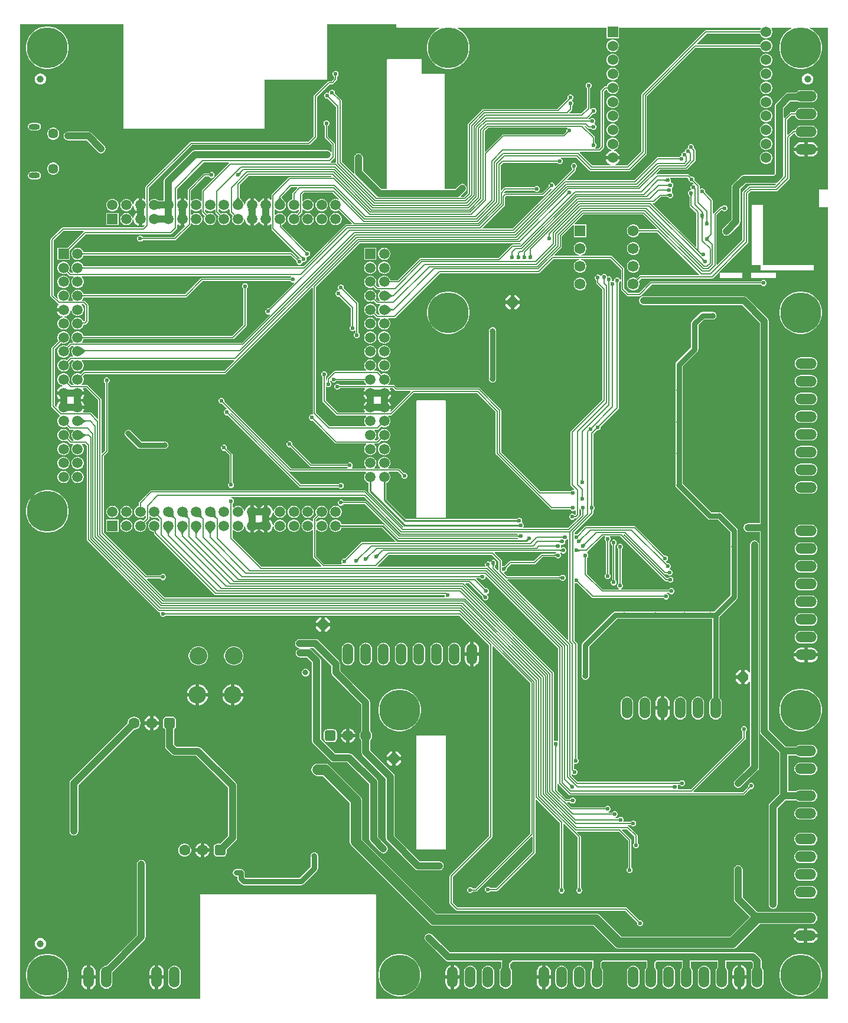
<source format=gbl>
G04*
G04 #@! TF.GenerationSoftware,Altium Limited,Altium Designer,21.4.1 (30)*
G04*
G04 Layer_Physical_Order=2*
G04 Layer_Color=16711680*
%FSLAX44Y44*%
%MOMM*%
G71*
G04*
G04 #@! TF.SameCoordinates,34008E12-B950-4015-972C-27682CB53F9E*
G04*
G04*
G04 #@! TF.FilePolarity,Positive*
G04*
G01*
G75*
%ADD10C,0.2000*%
%ADD19C,0.2540*%
%ADD55C,1.0000*%
%ADD110C,1.0000*%
%ADD111C,0.8000*%
%ADD118C,1.6000*%
G04:AMPARAMS|DCode=119|XSize=1.6mm|YSize=1.6mm|CornerRadius=0.4mm|HoleSize=0mm|Usage=FLASHONLY|Rotation=180.000|XOffset=0mm|YOffset=0mm|HoleType=Round|Shape=RoundedRectangle|*
%AMROUNDEDRECTD119*
21,1,1.6000,0.8000,0,0,180.0*
21,1,0.8000,1.6000,0,0,180.0*
1,1,0.8000,-0.4000,0.4000*
1,1,0.8000,0.4000,0.4000*
1,1,0.8000,0.4000,-0.4000*
1,1,0.8000,-0.4000,-0.4000*
%
%ADD119ROUNDEDRECTD119*%
%ADD120R,1.5000X1.5000*%
%ADD121C,1.5000*%
%ADD122R,1.5300X1.5300*%
%ADD123C,1.5300*%
%ADD124O,1.5080X3.0160*%
%ADD125C,5.8420*%
%ADD126O,3.0160X1.5080*%
%ADD127C,1.4500*%
%ADD128O,1.6000X0.8000*%
%ADD129P,1.6496X8X22.5*%
%ADD130C,1.5800*%
%ADD131R,1.5800X1.5800*%
%ADD132C,2.5400*%
%ADD133R,1.5000X1.5000*%
%ADD134C,0.5000*%
%ADD135C,0.6000*%
%ADD136C,0.8000*%
%ADD137C,1.5000*%
G36*
X540275Y1395242D02*
X540671Y1394285D01*
X541628Y1393889D01*
X601806D01*
X602111Y1392619D01*
X599035Y1391052D01*
X595157Y1388234D01*
X591766Y1384843D01*
X588948Y1380965D01*
X586772Y1376693D01*
X585290Y1372133D01*
X584540Y1367397D01*
Y1362603D01*
X585290Y1357867D01*
X586772Y1353307D01*
X588948Y1349035D01*
X591766Y1345157D01*
X595157Y1341766D01*
X599035Y1338948D01*
X603307Y1336772D01*
X607867Y1335290D01*
X612603Y1334540D01*
X617397D01*
X622133Y1335290D01*
X626693Y1336772D01*
X630965Y1338948D01*
X634843Y1341766D01*
X638234Y1345157D01*
X641052Y1349035D01*
X643228Y1353307D01*
X644710Y1357867D01*
X645460Y1362603D01*
Y1367397D01*
X644710Y1372133D01*
X643228Y1376693D01*
X641052Y1380965D01*
X638234Y1384843D01*
X634843Y1388234D01*
X630965Y1391052D01*
X627889Y1392619D01*
X628194Y1393889D01*
X841746D01*
Y1378702D01*
X859546D01*
Y1393889D01*
X1062632D01*
X1063230Y1392619D01*
X1062317Y1391037D01*
X1062011Y1389896D01*
X984226D01*
X983348Y1389722D01*
X982604Y1389224D01*
X892458Y1299078D01*
X891961Y1298334D01*
X891786Y1297456D01*
Y1216340D01*
X871540Y1196094D01*
X854193D01*
X854025Y1197364D01*
X854579Y1197512D01*
X856903Y1198854D01*
X858800Y1200751D01*
X860142Y1203075D01*
X860515Y1204468D01*
X840777D01*
X841150Y1203075D01*
X842492Y1200751D01*
X844389Y1198854D01*
X846713Y1197512D01*
X847266Y1197364D01*
X847099Y1196094D01*
X821370D01*
X803098Y1214366D01*
X803151Y1214812D01*
X803536Y1215636D01*
X831210D01*
X832088Y1215810D01*
X832832Y1216308D01*
X837282Y1220758D01*
X837779Y1221502D01*
X837954Y1222380D01*
Y1302070D01*
X840853Y1304969D01*
X842106Y1304822D01*
X842353Y1303903D01*
X843524Y1301873D01*
X845181Y1300216D01*
X847211Y1299044D01*
X849474Y1298438D01*
X851818D01*
X854081Y1299044D01*
X856111Y1300216D01*
X857768Y1301873D01*
X858940Y1303903D01*
X859546Y1306166D01*
Y1308510D01*
X858940Y1310773D01*
X857768Y1312803D01*
X856111Y1314460D01*
X854081Y1315632D01*
X851818Y1316238D01*
X849474D01*
X847211Y1315632D01*
X845181Y1314460D01*
X843524Y1312803D01*
X842353Y1310773D01*
X842047Y1309632D01*
X839978D01*
X839100Y1309458D01*
X838356Y1308960D01*
X834038Y1304642D01*
X833540Y1303898D01*
X833366Y1303020D01*
Y1223331D01*
X830259Y1220224D01*
X825779D01*
X825488Y1220851D01*
X825390Y1221494D01*
X826448Y1222553D01*
X827095Y1224115D01*
Y1225805D01*
X826448Y1227367D01*
X825253Y1228563D01*
X825139Y1228610D01*
Y1236074D01*
X824965Y1236952D01*
X824468Y1237696D01*
X810671Y1251492D01*
X811089Y1252871D01*
X811336Y1252920D01*
X814378Y1249878D01*
X815122Y1249381D01*
X816000Y1249206D01*
X819350D01*
X819397Y1249093D01*
X820593Y1247897D01*
X822155Y1247250D01*
X823845D01*
X825407Y1247897D01*
X826603Y1249093D01*
X827250Y1250655D01*
Y1252345D01*
X826603Y1253907D01*
X825407Y1255103D01*
X824655Y1255415D01*
X824357Y1256913D01*
X824877Y1257433D01*
X825524Y1258995D01*
Y1260685D01*
X824877Y1262247D01*
X823681Y1263443D01*
X822119Y1264090D01*
X820429D01*
X818867Y1263443D01*
X817671Y1262247D01*
X817624Y1262134D01*
X816157D01*
X815631Y1263404D01*
X822447Y1270220D01*
X823691D01*
X825253Y1270867D01*
X826448Y1272063D01*
X827095Y1273625D01*
Y1275315D01*
X826448Y1276877D01*
X825253Y1278073D01*
X823691Y1278720D01*
X822000D01*
X820438Y1278073D01*
X819411Y1277046D01*
X818573Y1277280D01*
X818207Y1277501D01*
X818264Y1277790D01*
Y1306990D01*
X818377Y1307037D01*
X819573Y1308233D01*
X820220Y1309795D01*
Y1311485D01*
X819573Y1313047D01*
X818377Y1314243D01*
X816815Y1314890D01*
X815125D01*
X813563Y1314243D01*
X812367Y1313047D01*
X811720Y1311485D01*
Y1309795D01*
X812367Y1308233D01*
X813563Y1307037D01*
X813676Y1306990D01*
Y1278740D01*
X805545Y1270609D01*
X788569D01*
X788083Y1271782D01*
X791622Y1275321D01*
X792119Y1276066D01*
X792294Y1276944D01*
Y1281600D01*
X792407Y1281647D01*
X793603Y1282843D01*
X794250Y1284405D01*
Y1286095D01*
X793603Y1287657D01*
X792645Y1288616D01*
X792482Y1289302D01*
X792620Y1290140D01*
X793543Y1291063D01*
X794190Y1292625D01*
Y1294315D01*
X793543Y1295877D01*
X792347Y1297073D01*
X790785Y1297720D01*
X789095D01*
X787533Y1297073D01*
X786337Y1295877D01*
X785690Y1294315D01*
Y1292625D01*
X785916Y1292080D01*
X770945Y1277109D01*
X665396D01*
X664519Y1276935D01*
X663774Y1276437D01*
X643538Y1256201D01*
X643040Y1255456D01*
X642866Y1254578D01*
Y1156396D01*
X637321Y1150851D01*
X633340D01*
X632813Y1152121D01*
X639506Y1158814D01*
X640887Y1160881D01*
X641373Y1163320D01*
X640887Y1165759D01*
X639506Y1167826D01*
X637439Y1169207D01*
X635000Y1169693D01*
X632561Y1169207D01*
X630494Y1167826D01*
X624848Y1162180D01*
X610575D01*
X609673Y1163320D01*
Y1326542D01*
X609277Y1327499D01*
X608320Y1327895D01*
X576663D01*
Y1347470D01*
X576267Y1348427D01*
X575310Y1348823D01*
X528320D01*
X527363Y1348427D01*
X526967Y1347470D01*
Y1163320D01*
X526065Y1162180D01*
X519422D01*
X492506Y1189096D01*
Y1207175D01*
X492021Y1209613D01*
X490639Y1211681D01*
X488572Y1213062D01*
X486133Y1213547D01*
X483695Y1213062D01*
X481627Y1211681D01*
X480246Y1209613D01*
X479761Y1207175D01*
Y1186457D01*
X480057Y1184968D01*
X478886Y1184343D01*
X462034Y1201195D01*
Y1289050D01*
X461860Y1289928D01*
X461362Y1290672D01*
X452513Y1299521D01*
X452560Y1299635D01*
Y1301325D01*
X451913Y1302887D01*
X450717Y1304083D01*
X449155Y1304730D01*
X447465D01*
X445903Y1304083D01*
X444707Y1302887D01*
X444060Y1301325D01*
Y1300842D01*
X442790Y1299993D01*
X442145Y1300260D01*
X440455D01*
X438893Y1299613D01*
X437697Y1298417D01*
X437050Y1296855D01*
Y1295165D01*
X437697Y1293603D01*
X438893Y1292407D01*
X440455Y1291760D01*
X442145D01*
X442259Y1291807D01*
X454196Y1279870D01*
Y1200997D01*
X453183Y1199904D01*
X446666D01*
X446281Y1200728D01*
X446228Y1201174D01*
X451644Y1206589D01*
X452141Y1207334D01*
X452316Y1208212D01*
Y1226914D01*
X452141Y1227792D01*
X451644Y1228536D01*
X442374Y1237806D01*
Y1252990D01*
X442487Y1253037D01*
X443683Y1254233D01*
X444330Y1255795D01*
Y1257485D01*
X443683Y1259047D01*
X442487Y1260243D01*
X440925Y1260890D01*
X439235D01*
X437673Y1260243D01*
X436477Y1259047D01*
X435830Y1257485D01*
Y1255795D01*
X436477Y1254233D01*
X437673Y1253037D01*
X437786Y1252990D01*
Y1236855D01*
X437961Y1235977D01*
X438458Y1235233D01*
X447728Y1225964D01*
Y1215571D01*
X446457Y1215186D01*
X445856Y1216086D01*
X443789Y1217467D01*
X441350Y1217952D01*
X251304D01*
X248865Y1217467D01*
X246798Y1216086D01*
X208864Y1178152D01*
X207482Y1176085D01*
X206998Y1173646D01*
Y1147844D01*
X206956Y1146050D01*
X206928Y1145692D01*
X201894D01*
X200100Y1145734D01*
X199403Y1145788D01*
X199255Y1145809D01*
X198743Y1146322D01*
X196747Y1147474D01*
X194522Y1148070D01*
X192218D01*
X189993Y1147474D01*
X187997Y1146322D01*
X186684Y1145008D01*
X185414Y1145455D01*
Y1163880D01*
X247208Y1225673D01*
X415098D01*
X415976Y1225848D01*
X416720Y1226345D01*
X425802Y1235427D01*
X426300Y1236172D01*
X426474Y1237050D01*
Y1294450D01*
X444343Y1312319D01*
X448391D01*
X449269Y1312493D01*
X450014Y1312991D01*
X455012Y1317989D01*
X455509Y1318734D01*
X455684Y1319611D01*
Y1323663D01*
X455797Y1323710D01*
X456993Y1324905D01*
X457640Y1326467D01*
Y1328158D01*
X456993Y1329720D01*
X455797Y1330916D01*
X454235Y1331563D01*
X452545D01*
X450983Y1330916D01*
X449787Y1329720D01*
X449140Y1328158D01*
Y1326467D01*
X449787Y1324905D01*
X450983Y1323710D01*
X451096Y1323663D01*
Y1320562D01*
X447441Y1316907D01*
X443393D01*
X442515Y1316732D01*
X441771Y1316235D01*
X422558Y1297022D01*
X422061Y1296278D01*
X421886Y1295400D01*
Y1238000D01*
X414148Y1230262D01*
X246257D01*
X245380Y1230087D01*
X244635Y1229590D01*
X181498Y1166452D01*
X181000Y1165708D01*
X180826Y1164830D01*
Y1147722D01*
X179653Y1147236D01*
X179535Y1147354D01*
X177245Y1148676D01*
X175910Y1149034D01*
Y1139320D01*
X170830D01*
Y1149034D01*
X169495Y1148676D01*
X167205Y1147354D01*
X165336Y1145485D01*
X164014Y1143195D01*
X163330Y1140642D01*
Y1140616D01*
X162120Y1140472D01*
X161523Y1142697D01*
X160371Y1144693D01*
X158742Y1146322D01*
X156747Y1147474D01*
X154522Y1148070D01*
X152218D01*
X149992Y1147474D01*
X147997Y1146322D01*
X146368Y1144693D01*
X145216Y1142697D01*
X144620Y1140472D01*
Y1138168D01*
X145216Y1135943D01*
X146368Y1133947D01*
X147997Y1132318D01*
X149992Y1131166D01*
X152218Y1130570D01*
X154522D01*
X156747Y1131166D01*
X158742Y1132318D01*
X160371Y1133947D01*
X161523Y1135943D01*
X162120Y1138168D01*
X163330Y1138024D01*
Y1137998D01*
X164014Y1135445D01*
X165336Y1133155D01*
X167205Y1131286D01*
X168295Y1130657D01*
X168120Y1133964D01*
X178620D01*
X178573Y1133873D01*
X178530Y1133696D01*
X178493Y1133435D01*
X178433Y1132658D01*
X178372Y1130085D01*
X178370Y1129401D01*
X178620Y1124676D01*
X168120D01*
X168167Y1124768D01*
X168210Y1124944D01*
X168248Y1125205D01*
X168307Y1125982D01*
X168355Y1128018D01*
X167205Y1127354D01*
X165336Y1125485D01*
X164014Y1123195D01*
X163330Y1120642D01*
Y1120616D01*
X162120Y1120472D01*
X161523Y1122697D01*
X160371Y1124693D01*
X158742Y1126322D01*
X156747Y1127474D01*
X154522Y1128070D01*
X152218D01*
X149992Y1127474D01*
X147997Y1126322D01*
X146368Y1124693D01*
X145216Y1122697D01*
X144620Y1120472D01*
Y1118168D01*
X145216Y1115943D01*
X146368Y1113947D01*
X147997Y1112318D01*
X149992Y1111166D01*
X152218Y1110570D01*
X154522D01*
X156747Y1111166D01*
X158742Y1112318D01*
X160371Y1113947D01*
X161523Y1115943D01*
X162120Y1118168D01*
X163330Y1118024D01*
Y1117998D01*
X164014Y1115445D01*
X165336Y1113155D01*
X167205Y1111286D01*
X169495Y1109964D01*
X170830Y1109606D01*
Y1119320D01*
X175910D01*
Y1109606D01*
X177245Y1109964D01*
X178585Y1110738D01*
X179365Y1109722D01*
X176838Y1107194D01*
X62354D01*
X61476Y1107020D01*
X60732Y1106522D01*
X45184Y1090975D01*
X44687Y1090230D01*
X44512Y1089352D01*
Y1009326D01*
X44687Y1008448D01*
X45184Y1007704D01*
X54940Y997948D01*
X55577Y997522D01*
X55708Y997330D01*
X55953Y996102D01*
X55336Y995485D01*
X54014Y993195D01*
X53657Y991860D01*
X63370D01*
Y986780D01*
X53657D01*
X54014Y985445D01*
X55336Y983155D01*
X57205Y981286D01*
X59495Y979964D01*
X62048Y979280D01*
X62073D01*
X62218Y978070D01*
X59993Y977474D01*
X57997Y976322D01*
X56368Y974693D01*
X55216Y972698D01*
X54620Y970472D01*
Y968168D01*
X55216Y965943D01*
X56368Y963948D01*
X57997Y962318D01*
X59993Y961166D01*
X62218Y960570D01*
X64522D01*
X66747Y961166D01*
X68743Y962318D01*
X70372Y963948D01*
X71524Y965943D01*
X72120Y968168D01*
Y970472D01*
X71524Y972698D01*
X70372Y974693D01*
X68743Y976322D01*
X66747Y977474D01*
X64522Y978070D01*
X64667Y979280D01*
X64692D01*
X67245Y979964D01*
X69535Y981286D01*
X71404Y983155D01*
X72726Y985445D01*
X73410Y987998D01*
Y988023D01*
X74620Y988168D01*
X75216Y985943D01*
X76368Y983948D01*
X77997Y982318D01*
X79993Y981166D01*
X82218Y980570D01*
X84522D01*
X86747Y981166D01*
X88743Y982318D01*
X90372Y983948D01*
X91524Y985943D01*
X92120Y988168D01*
Y990472D01*
X91524Y992698D01*
X90372Y994693D01*
X89059Y996006D01*
X89505Y997276D01*
X91806D01*
X94226Y994856D01*
Y973770D01*
X92920Y972464D01*
X91586D01*
X91524Y972698D01*
X90372Y974693D01*
X88743Y976322D01*
X86747Y977474D01*
X84522Y978070D01*
X82218D01*
X79993Y977474D01*
X77997Y976322D01*
X76368Y974693D01*
X75216Y972698D01*
X74620Y970472D01*
Y968168D01*
X75216Y965943D01*
X76368Y963948D01*
X77997Y962318D01*
X79993Y961166D01*
X82218Y960570D01*
X84522D01*
X86747Y961166D01*
X88743Y962318D01*
X90372Y963948D01*
X91524Y965943D01*
X92042Y967876D01*
X93870D01*
X94748Y968051D01*
X95492Y968548D01*
X98142Y971198D01*
X98639Y971942D01*
X98814Y972820D01*
Y995806D01*
X98639Y996684D01*
X98142Y997428D01*
X94378Y1001192D01*
X93634Y1001690D01*
X92756Y1001864D01*
X90084D01*
X89558Y1003134D01*
X90372Y1003947D01*
X91524Y1005943D01*
X91814Y1007026D01*
X238430D01*
X239308Y1007201D01*
X240052Y1007698D01*
X262570Y1030216D01*
X388780D01*
X388827Y1030103D01*
X390023Y1028907D01*
X391585Y1028260D01*
X393275D01*
X393317Y1028277D01*
X394036Y1027200D01*
X357829Y990993D01*
X357715Y991040D01*
X356025D01*
X354463Y990393D01*
X353267Y989197D01*
X352620Y987635D01*
Y985945D01*
X353267Y984383D01*
X354463Y983187D01*
X356025Y982540D01*
X357715D01*
X358273Y982771D01*
X358992Y981694D01*
X319162Y941864D01*
X90084D01*
X89558Y943134D01*
X90372Y943948D01*
X91524Y945943D01*
X91814Y947026D01*
X306031D01*
X306909Y947201D01*
X307653Y947698D01*
X325053Y965098D01*
X325551Y965843D01*
X325725Y966721D01*
Y1019468D01*
X325839Y1019515D01*
X327034Y1020711D01*
X327681Y1022273D01*
Y1023963D01*
X327034Y1025526D01*
X325839Y1026721D01*
X324277Y1027368D01*
X322586D01*
X321024Y1026721D01*
X319828Y1025526D01*
X319181Y1023963D01*
Y1022273D01*
X319828Y1020711D01*
X321024Y1019515D01*
X321137Y1019468D01*
Y967671D01*
X305081Y951614D01*
X91814D01*
X91524Y952698D01*
X90372Y954693D01*
X88743Y956322D01*
X86747Y957474D01*
X84522Y958070D01*
X82218D01*
X79993Y957474D01*
X77997Y956322D01*
X76368Y954693D01*
X75216Y952698D01*
X74620Y950472D01*
Y948168D01*
X75216Y945943D01*
X76368Y943948D01*
X77182Y943134D01*
X76656Y941864D01*
X73620D01*
X72742Y941690D01*
X71998Y941192D01*
X67719Y936913D01*
X66747Y937474D01*
X64522Y938070D01*
X62218D01*
X59993Y937474D01*
X57997Y936322D01*
X56368Y934693D01*
X55216Y932698D01*
X54620Y930472D01*
Y928168D01*
X55216Y925943D01*
X56368Y923948D01*
X57997Y922318D01*
X59993Y921167D01*
X62218Y920570D01*
X64522D01*
X66747Y921167D01*
X68743Y922318D01*
X70372Y923948D01*
X71524Y925943D01*
X72120Y928168D01*
Y930472D01*
X71524Y932698D01*
X70963Y933669D01*
X74570Y937276D01*
X77235D01*
X77681Y936006D01*
X76368Y934693D01*
X75216Y932698D01*
X74620Y930472D01*
Y928168D01*
X75216Y925943D01*
X76368Y923948D01*
X77182Y923134D01*
X76656Y921864D01*
X73620D01*
X72742Y921690D01*
X71998Y921192D01*
X67719Y916913D01*
X66747Y917474D01*
X64522Y918070D01*
X62218D01*
X59993Y917474D01*
X57997Y916322D01*
X56368Y914693D01*
X55216Y912697D01*
X54620Y910472D01*
Y908168D01*
X55216Y905943D01*
X56368Y903947D01*
X57997Y902318D01*
X59993Y901166D01*
X62218Y900570D01*
X64522D01*
X66747Y901166D01*
X68743Y902318D01*
X70372Y903947D01*
X71524Y905943D01*
X72120Y908168D01*
Y910472D01*
X71524Y912697D01*
X70963Y913669D01*
X74570Y917276D01*
X77235D01*
X77682Y916006D01*
X76368Y914693D01*
X75216Y912697D01*
X74620Y910472D01*
Y908168D01*
X75216Y905943D01*
X76368Y903947D01*
X77997Y902318D01*
X79993Y901166D01*
X82218Y900570D01*
X84522D01*
X86747Y901166D01*
X88743Y902318D01*
X90372Y903947D01*
X91524Y905943D01*
X92120Y908168D01*
Y910472D01*
X91524Y912697D01*
X90372Y914693D01*
X89058Y916006D01*
X89504Y917276D01*
X307718D01*
X308244Y916006D01*
X293692Y901454D01*
X93210D01*
X92332Y901280D01*
X91588Y900782D01*
X87719Y896913D01*
X86747Y897474D01*
X84522Y898070D01*
X82218D01*
X79993Y897474D01*
X77997Y896322D01*
X76368Y894693D01*
X75216Y892697D01*
X74620Y890472D01*
Y888168D01*
X75216Y885943D01*
X76368Y883947D01*
X77682Y882634D01*
X77235Y881364D01*
X74570D01*
X70963Y884971D01*
X71524Y885943D01*
X72120Y888168D01*
Y890472D01*
X71524Y892697D01*
X70372Y894693D01*
X68743Y896322D01*
X66747Y897474D01*
X64522Y898070D01*
X62218D01*
X59993Y897474D01*
X57997Y896322D01*
X56368Y894693D01*
X55216Y892697D01*
X54620Y890472D01*
Y888168D01*
X55216Y885943D01*
X56368Y883947D01*
X57997Y882318D01*
X59993Y881166D01*
X62218Y880570D01*
X62074Y879360D01*
X62048D01*
X59495Y878676D01*
X57205Y877354D01*
X55336Y875484D01*
X54014Y873195D01*
X53657Y871860D01*
X63370D01*
Y866780D01*
X53656D01*
X54014Y865444D01*
X55336Y863155D01*
X57205Y861286D01*
X58295Y860657D01*
X58120Y863964D01*
X68620D01*
X68573Y863872D01*
X68530Y863696D01*
X68492Y863435D01*
X68432Y862658D01*
X68373Y860085D01*
X68371Y859401D01*
X68620Y854676D01*
X58120D01*
X58168Y854767D01*
X58210Y854944D01*
X58247Y855205D01*
X58307Y855982D01*
X58355Y858018D01*
X57205Y857354D01*
X55336Y855485D01*
X54014Y853195D01*
X53330Y850642D01*
Y850475D01*
X52157Y849989D01*
X50554Y851591D01*
Y933260D01*
X59021Y941727D01*
X59993Y941167D01*
X62218Y940570D01*
X64522D01*
X66747Y941167D01*
X68743Y942318D01*
X70372Y943948D01*
X71524Y945943D01*
X72120Y948168D01*
Y950472D01*
X71524Y952698D01*
X70372Y954693D01*
X68743Y956322D01*
X66747Y957474D01*
X64522Y958070D01*
X62218D01*
X59993Y957474D01*
X57997Y956322D01*
X56368Y954693D01*
X55216Y952698D01*
X54620Y950472D01*
Y948168D01*
X55216Y945943D01*
X55777Y944971D01*
X46638Y935832D01*
X46140Y935088D01*
X45966Y934210D01*
Y850641D01*
X46140Y849763D01*
X46638Y849019D01*
X57709Y837948D01*
X57971Y837773D01*
X58026Y836360D01*
X58015Y836332D01*
X57997Y836322D01*
X56368Y834693D01*
X55216Y832697D01*
X54620Y830472D01*
Y828168D01*
X55216Y825943D01*
X56368Y823947D01*
X57997Y822318D01*
X59993Y821166D01*
X62218Y820570D01*
X64522D01*
X66747Y821166D01*
X67719Y821727D01*
X71498Y817948D01*
X72242Y817450D01*
X73120Y817276D01*
X77235D01*
X77681Y816006D01*
X76368Y814693D01*
X75216Y812697D01*
X74620Y810472D01*
Y808168D01*
X75216Y805943D01*
X76368Y803947D01*
X77682Y802634D01*
X77235Y801364D01*
X74570D01*
X70963Y804971D01*
X71524Y805943D01*
X72120Y808168D01*
Y810472D01*
X71524Y812697D01*
X70372Y814693D01*
X68743Y816322D01*
X66747Y817474D01*
X64522Y818070D01*
X62218D01*
X59993Y817474D01*
X57997Y816322D01*
X56368Y814693D01*
X55216Y812697D01*
X54620Y810472D01*
Y808168D01*
X55216Y805943D01*
X56368Y803947D01*
X57997Y802318D01*
X59993Y801166D01*
X62218Y800570D01*
X64522D01*
X66747Y801166D01*
X67719Y801727D01*
X71998Y797448D01*
X72742Y796950D01*
X73620Y796776D01*
X76656D01*
X77182Y795506D01*
X76368Y794692D01*
X75216Y792697D01*
X74620Y790472D01*
Y788168D01*
X75216Y785942D01*
X76368Y783947D01*
X77997Y782318D01*
X79993Y781166D01*
X82218Y780570D01*
X84522D01*
X86747Y781166D01*
X88743Y782318D01*
X90372Y783947D01*
X91524Y785942D01*
X92120Y788168D01*
Y790472D01*
X91524Y792697D01*
X90372Y794692D01*
X89558Y795506D01*
X90084Y796776D01*
X94360D01*
X96677Y794458D01*
Y659400D01*
X96852Y658522D01*
X97349Y657778D01*
X198629Y556498D01*
X199374Y556001D01*
X200252Y555826D01*
X201026D01*
X201838Y554556D01*
X201490Y553715D01*
Y552025D01*
X202137Y550462D01*
X203333Y549267D01*
X204895Y548620D01*
X206585D01*
X208147Y549267D01*
X209343Y550462D01*
X209390Y550576D01*
X630649D01*
X673346Y507879D01*
Y234630D01*
X617489Y178773D01*
X616992Y178029D01*
X616817Y177151D01*
Y137809D01*
X616992Y136931D01*
X617489Y136187D01*
X625758Y127918D01*
X626502Y127421D01*
X627380Y127246D01*
X868396D01*
X885434Y110208D01*
X885387Y110094D01*
Y108404D01*
X886034Y106841D01*
X887230Y105646D01*
X888792Y104999D01*
X890482D01*
X892044Y105646D01*
X893240Y106841D01*
X893887Y108404D01*
Y110094D01*
X893240Y111656D01*
X892044Y112852D01*
X890482Y113499D01*
X888792D01*
X888678Y113452D01*
X870968Y131162D01*
X870224Y131659D01*
X869346Y131834D01*
X628330D01*
X621405Y138759D01*
Y176201D01*
X677262Y232058D01*
X677759Y232802D01*
X677934Y233680D01*
Y506228D01*
X679107Y506714D01*
X732286Y453535D01*
Y237690D01*
X653730Y159134D01*
X650135D01*
X650088Y159248D01*
X648892Y160443D01*
X647330Y161090D01*
X645639D01*
X644077Y160443D01*
X642882Y159248D01*
X642235Y157686D01*
Y155995D01*
X642882Y154433D01*
X644077Y153237D01*
X645639Y152590D01*
X647330D01*
X648892Y153237D01*
X650088Y154433D01*
X650135Y154546D01*
X654680D01*
X655558Y154721D01*
X656302Y155218D01*
X734362Y233278D01*
X735536Y232792D01*
Y211730D01*
X683580Y159774D01*
X675480D01*
X675433Y159887D01*
X674237Y161083D01*
X672675Y161730D01*
X670985D01*
X669423Y161083D01*
X668227Y159887D01*
X667580Y158325D01*
Y156635D01*
X668227Y155073D01*
X669423Y153877D01*
X670985Y153230D01*
X672675D01*
X674237Y153877D01*
X675433Y155073D01*
X675480Y155186D01*
X684530D01*
X685408Y155360D01*
X686152Y155858D01*
X739452Y209158D01*
X739949Y209902D01*
X740124Y210780D01*
Y286300D01*
X741297Y286786D01*
X774946Y253137D01*
Y159860D01*
X774833Y159813D01*
X773637Y158617D01*
X772990Y157055D01*
Y155365D01*
X773637Y153803D01*
X774833Y152607D01*
X776395Y151960D01*
X778085D01*
X779647Y152607D01*
X780843Y153803D01*
X781490Y155365D01*
Y157055D01*
X780843Y158617D01*
X779647Y159813D01*
X779534Y159860D01*
Y251486D01*
X780707Y251972D01*
X800346Y232333D01*
Y159860D01*
X800233Y159813D01*
X799037Y158617D01*
X798390Y157055D01*
Y155365D01*
X799037Y153803D01*
X800233Y152607D01*
X801795Y151960D01*
X803485D01*
X805047Y152607D01*
X806243Y153803D01*
X806890Y155365D01*
Y157055D01*
X806243Y158617D01*
X805047Y159813D01*
X804934Y159860D01*
Y233284D01*
X804760Y234161D01*
X804262Y234906D01*
X799505Y239663D01*
X799991Y240836D01*
X859550D01*
X872736Y227650D01*
Y189070D01*
X872623Y189023D01*
X871427Y187827D01*
X870780Y186265D01*
Y184575D01*
X871427Y183013D01*
X872623Y181817D01*
X874185Y181170D01*
X875875D01*
X877437Y181817D01*
X878633Y183013D01*
X879280Y184575D01*
Y186265D01*
X878633Y187827D01*
X877437Y189023D01*
X877324Y189070D01*
Y228600D01*
X877150Y229478D01*
X876652Y230222D01*
X863962Y242913D01*
X864448Y244086D01*
X871540D01*
X881626Y234000D01*
Y224630D01*
X881513Y224583D01*
X880317Y223387D01*
X879670Y221825D01*
Y220135D01*
X880317Y218573D01*
X881513Y217377D01*
X883075Y216730D01*
X884765D01*
X886327Y217377D01*
X887523Y218573D01*
X888170Y220135D01*
Y221825D01*
X887523Y223387D01*
X886327Y224583D01*
X886214Y224630D01*
Y234950D01*
X886040Y235828D01*
X885542Y236572D01*
X874112Y248002D01*
X873368Y248500D01*
X872490Y248674D01*
X872513Y249935D01*
X876460D01*
X876507Y249821D01*
X877703Y248626D01*
X879265Y247979D01*
X880955D01*
X882517Y248626D01*
X883713Y249821D01*
X884360Y251383D01*
Y253074D01*
X883713Y254636D01*
X882517Y255832D01*
X880955Y256479D01*
X879265D01*
X877703Y255832D01*
X876507Y254636D01*
X876460Y254523D01*
X866283D01*
X865561Y255793D01*
X865972Y256787D01*
Y258478D01*
X865325Y260040D01*
X864130Y261235D01*
X862568Y261882D01*
X860877D01*
X859315Y261235D01*
X858119Y260040D01*
X858072Y259926D01*
X854325D01*
X854285Y261180D01*
X855847Y261827D01*
X857043Y263023D01*
X857690Y264585D01*
Y266275D01*
X857043Y267837D01*
X855847Y269033D01*
X854285Y269680D01*
X852595D01*
X851033Y269033D01*
X849837Y267837D01*
X849790Y267724D01*
X844847D01*
X844594Y268994D01*
X845687Y269447D01*
X846883Y270643D01*
X847530Y272205D01*
Y273895D01*
X846883Y275457D01*
X845687Y276653D01*
X844125Y277300D01*
X842435D01*
X840873Y276653D01*
X839677Y275457D01*
X839630Y275344D01*
X791401D01*
X785112Y281633D01*
X785598Y282806D01*
X789532D01*
X789579Y282693D01*
X790774Y281497D01*
X792336Y280850D01*
X794027D01*
X795589Y281497D01*
X796785Y282693D01*
X797432Y284255D01*
Y285945D01*
X796785Y287507D01*
X795589Y288703D01*
X794027Y289350D01*
X792336D01*
X790774Y288703D01*
X789579Y287507D01*
X789532Y287394D01*
X783947D01*
X771374Y299967D01*
Y309363D01*
X772644Y309488D01*
X772781Y308802D01*
X773278Y308058D01*
X788075Y293261D01*
X788819Y292764D01*
X789697Y292589D01*
X1037833D01*
X1038711Y292764D01*
X1039455Y293261D01*
X1048061Y301867D01*
X1048175Y301820D01*
X1049865D01*
X1051427Y302467D01*
X1052623Y303663D01*
X1053270Y305225D01*
Y306915D01*
X1052623Y308477D01*
X1051427Y309673D01*
X1049865Y310320D01*
X1048175D01*
X1046613Y309673D01*
X1045417Y308477D01*
X1044770Y306915D01*
Y305225D01*
X1044817Y305111D01*
X1036883Y297177D01*
X966884D01*
X966358Y298447D01*
X1040618Y372707D01*
X1041115Y373451D01*
X1041290Y374329D01*
Y383700D01*
X1041403Y383747D01*
X1042599Y384943D01*
X1043246Y386505D01*
Y388195D01*
X1042599Y389757D01*
X1041403Y390953D01*
X1039841Y391600D01*
X1038150D01*
X1036588Y390953D01*
X1035393Y389757D01*
X1034746Y388195D01*
Y386505D01*
X1035393Y384943D01*
X1036588Y383747D01*
X1036702Y383700D01*
Y375280D01*
X962654Y301231D01*
X944206D01*
X943753Y302501D01*
X944355Y303955D01*
Y305645D01*
X943916Y306705D01*
X944600Y307975D01*
X946310D01*
X946357Y307861D01*
X947553Y306666D01*
X949115Y306019D01*
X950805D01*
X952367Y306666D01*
X953563Y307861D01*
X954210Y309423D01*
Y311114D01*
X953563Y312676D01*
X952367Y313872D01*
X950805Y314519D01*
X949115D01*
X947553Y313872D01*
X946357Y312676D01*
X946310Y312563D01*
X799982D01*
X791456Y321089D01*
Y322711D01*
X792726Y323237D01*
X793529Y322434D01*
X795091Y321787D01*
X796782D01*
X798344Y322434D01*
X799540Y323629D01*
X800187Y325191D01*
Y326882D01*
X799540Y328444D01*
X798344Y329640D01*
X796782Y330287D01*
X795091D01*
X794706Y331460D01*
Y337321D01*
X795976Y338133D01*
X796816Y337784D01*
X798507D01*
X800069Y338431D01*
X801265Y339627D01*
X801912Y341189D01*
Y342880D01*
X801265Y344442D01*
X800069Y345637D01*
X799956Y345684D01*
Y509289D01*
X799781Y510167D01*
X799284Y510911D01*
X795586Y514609D01*
Y596572D01*
X796856Y597384D01*
X797697Y597036D01*
X799388D01*
X799501Y597083D01*
X820356Y576228D01*
X821100Y575731D01*
X821978Y575556D01*
X923450D01*
X923497Y575443D01*
X924693Y574247D01*
X926255Y573600D01*
X927945D01*
X929507Y574247D01*
X930703Y575443D01*
X931350Y577005D01*
Y578695D01*
X930703Y580257D01*
X929507Y581453D01*
X928414Y581906D01*
X928667Y583176D01*
X931070D01*
X931117Y583063D01*
X932313Y581867D01*
X933875Y581220D01*
X935565D01*
X937127Y581867D01*
X938323Y583063D01*
X938970Y584625D01*
Y586315D01*
X938323Y587877D01*
X937127Y589073D01*
X935565Y589720D01*
X933875D01*
X932313Y589073D01*
X931117Y587877D01*
X931070Y587764D01*
X862627D01*
X862374Y589034D01*
X863467Y589487D01*
X864663Y590683D01*
X865310Y592245D01*
Y593935D01*
X864663Y595497D01*
X863467Y596693D01*
X863354Y596740D01*
Y645320D01*
X863467Y645367D01*
X864663Y646563D01*
X865310Y648125D01*
Y649815D01*
X864663Y651377D01*
X863467Y652573D01*
X861905Y653220D01*
X860215D01*
X858653Y652573D01*
X857457Y651377D01*
X856810Y649815D01*
Y648125D01*
X857457Y646563D01*
X858653Y645367D01*
X858766Y645320D01*
Y596740D01*
X858653Y596693D01*
X857457Y595497D01*
X856810Y593935D01*
Y592245D01*
X857457Y590683D01*
X858653Y589487D01*
X859746Y589034D01*
X859493Y587764D01*
X836913D01*
X813824Y610853D01*
Y633351D01*
X813937Y633398D01*
X815133Y634594D01*
X815780Y636156D01*
Y637847D01*
X815133Y639409D01*
X814063Y640479D01*
X814053Y641171D01*
X814196Y641871D01*
X814790Y642268D01*
X836871Y664349D01*
X839423D01*
X839949Y663079D01*
X839677Y662807D01*
X839030Y661245D01*
Y659555D01*
X839677Y657993D01*
X840873Y656797D01*
X840986Y656750D01*
Y610710D01*
X840873Y610663D01*
X839677Y609467D01*
X839030Y607905D01*
Y606215D01*
X839677Y604653D01*
X840873Y603457D01*
X842435Y602810D01*
X844125D01*
X845687Y603457D01*
X846883Y604653D01*
X847530Y606215D01*
Y607905D01*
X846883Y609467D01*
X845687Y610663D01*
X845574Y610710D01*
Y656750D01*
X845687Y656797D01*
X846883Y657993D01*
X847530Y659555D01*
Y661245D01*
X846883Y662807D01*
X846611Y663079D01*
X847138Y664349D01*
X861487D01*
X925478Y600358D01*
X926222Y599860D01*
X927100Y599686D01*
X929800D01*
X929847Y599573D01*
X931043Y598377D01*
X932605Y597730D01*
X934295D01*
X935857Y598377D01*
X937053Y599573D01*
X937700Y601135D01*
Y602825D01*
X937053Y604387D01*
X935857Y605583D01*
X934295Y606230D01*
X932605D01*
X931043Y605583D01*
X929847Y604387D01*
X929800Y604274D01*
X928050D01*
X866580Y665744D01*
X867029Y667092D01*
X867558Y667168D01*
X924208Y610518D01*
X924952Y610020D01*
X925830Y609846D01*
X928530D01*
X928577Y609733D01*
X929773Y608537D01*
X931335Y607890D01*
X933025D01*
X934587Y608537D01*
X935783Y609733D01*
X936430Y611295D01*
Y612985D01*
X935783Y614547D01*
X934587Y615743D01*
X933025Y616390D01*
X932670D01*
X932564Y616566D01*
X932280Y617660D01*
X933243Y618623D01*
X933890Y620185D01*
Y621875D01*
X933243Y623437D01*
X932047Y624633D01*
X930485Y625280D01*
X928795D01*
X928681Y625233D01*
X926878Y627037D01*
X927259Y628452D01*
X928237Y628857D01*
X929433Y630053D01*
X930080Y631615D01*
Y633305D01*
X929433Y634867D01*
X928237Y636063D01*
X926675Y636710D01*
X924985D01*
X924871Y636663D01*
X883519Y678015D01*
X882775Y678513D01*
X881897Y678687D01*
X812283D01*
X811405Y678513D01*
X810661Y678015D01*
X799906Y667260D01*
X799578Y667396D01*
X797887D01*
X796856Y666969D01*
X795586Y667669D01*
Y669194D01*
X822042Y695650D01*
X822540Y696394D01*
X822714Y697272D01*
Y701200D01*
X822827Y701247D01*
X824023Y702443D01*
X824670Y704005D01*
Y705695D01*
X824023Y707257D01*
X822827Y708453D01*
X822714Y708500D01*
Y810580D01*
X828351Y816217D01*
X828465Y816170D01*
X830155D01*
X831717Y816817D01*
X832913Y818013D01*
X833560Y819575D01*
Y821265D01*
X833513Y821379D01*
X858702Y846568D01*
X859199Y847312D01*
X859374Y848190D01*
Y1027590D01*
X859487Y1027637D01*
X860683Y1028833D01*
X861211Y1030107D01*
X862481Y1029854D01*
Y1018635D01*
X862655Y1017757D01*
X863153Y1017013D01*
X870868Y1009298D01*
X871612Y1008801D01*
X872490Y1008626D01*
X889000D01*
X889878Y1008801D01*
X890622Y1009298D01*
X906460Y1025136D01*
X1063030D01*
X1063077Y1025023D01*
X1064273Y1023827D01*
X1065835Y1023180D01*
X1067525D01*
X1069087Y1023827D01*
X1070283Y1025023D01*
X1070930Y1026585D01*
Y1028275D01*
X1070283Y1029837D01*
X1069087Y1031033D01*
X1067525Y1031680D01*
X1065835D01*
X1064273Y1031033D01*
X1063077Y1029837D01*
X1063030Y1029724D01*
X905510D01*
X904632Y1029549D01*
X903888Y1029052D01*
X888050Y1013214D01*
X873440D01*
X867069Y1019585D01*
Y1047845D01*
X866894Y1048723D01*
X866397Y1049467D01*
X850793Y1065072D01*
X850779Y1065138D01*
X850282Y1065882D01*
X849538Y1066379D01*
X848660Y1066554D01*
X805149D01*
X805115Y1067810D01*
X807442Y1068434D01*
X809528Y1069638D01*
X811232Y1071342D01*
X812436Y1073428D01*
X813060Y1075755D01*
Y1078165D01*
X812436Y1080492D01*
X811232Y1082578D01*
X809528Y1084282D01*
X807442Y1085486D01*
X805115Y1086110D01*
X802705D01*
X800378Y1085486D01*
X798292Y1084282D01*
X796588Y1082578D01*
X795384Y1080492D01*
X794760Y1078165D01*
Y1075755D01*
X795384Y1073428D01*
X796588Y1071342D01*
X798292Y1069638D01*
X800378Y1068434D01*
X802705Y1067810D01*
X802671Y1066554D01*
X767433D01*
X766947Y1067727D01*
X776882Y1077663D01*
X777379Y1078407D01*
X777554Y1079285D01*
Y1094485D01*
X793490Y1110421D01*
X794760Y1109895D01*
Y1093210D01*
X813060D01*
Y1111510D01*
X796375D01*
X795849Y1112780D01*
X808945Y1125876D01*
X894374D01*
X914423Y1105827D01*
X913936Y1104654D01*
X888968D01*
X888636Y1105892D01*
X887432Y1107978D01*
X885728Y1109682D01*
X883642Y1110886D01*
X881315Y1111510D01*
X878905D01*
X876578Y1110886D01*
X874492Y1109682D01*
X872788Y1107978D01*
X871584Y1105892D01*
X870960Y1103565D01*
Y1101155D01*
X871584Y1098828D01*
X872788Y1096742D01*
X874492Y1095038D01*
X876578Y1093834D01*
X878905Y1093210D01*
X881315D01*
X883642Y1093834D01*
X885728Y1095038D01*
X887432Y1096742D01*
X888636Y1098828D01*
X888968Y1100066D01*
X914705D01*
X974983Y1039787D01*
X974497Y1038614D01*
X890270D01*
X889392Y1038439D01*
X888648Y1037942D01*
X884751Y1034046D01*
X883642Y1034686D01*
X881315Y1035310D01*
X878905D01*
X876578Y1034686D01*
X874492Y1033482D01*
X872788Y1031778D01*
X871584Y1029692D01*
X870960Y1027365D01*
Y1024955D01*
X871584Y1022628D01*
X872788Y1020542D01*
X874492Y1018838D01*
X876578Y1017634D01*
X878905Y1017010D01*
X881315D01*
X883642Y1017634D01*
X885728Y1018838D01*
X887432Y1020542D01*
X888636Y1022628D01*
X889260Y1024955D01*
Y1027365D01*
X888636Y1029692D01*
X887996Y1030801D01*
X891220Y1034026D01*
X993140D01*
X994018Y1034201D01*
X994762Y1034698D01*
X1003236Y1043172D01*
X1004170Y1042310D01*
X1004170Y1041111D01*
Y1034729D01*
X1036741D01*
Y1042360D01*
X1005439D01*
X1004220Y1042360D01*
X1003358Y1043294D01*
X1044292Y1084228D01*
X1044790Y1084972D01*
X1044964Y1085850D01*
Y1155326D01*
X1048879Y1159241D01*
X1085335D01*
X1086213Y1159416D01*
X1086957Y1159913D01*
X1103422Y1176378D01*
X1103920Y1177122D01*
X1104094Y1178000D01*
Y1235770D01*
X1110422Y1242097D01*
X1110664Y1242138D01*
X1111778Y1242011D01*
X1112542Y1240167D01*
X1113951Y1238331D01*
X1115787Y1236922D01*
X1117925Y1236036D01*
X1120220Y1235734D01*
X1135300D01*
X1137595Y1236036D01*
X1139733Y1236922D01*
X1141569Y1238331D01*
X1142978Y1240167D01*
X1143864Y1242305D01*
X1144166Y1244600D01*
X1143864Y1246895D01*
X1142978Y1249033D01*
X1141569Y1250869D01*
X1139733Y1252278D01*
X1137595Y1253164D01*
X1135300Y1253466D01*
X1120220D01*
X1117925Y1253164D01*
X1115787Y1252278D01*
X1113951Y1250869D01*
X1112542Y1249033D01*
X1111656Y1246895D01*
X1111656Y1246894D01*
X1109680D01*
X1108802Y1246720D01*
X1108058Y1246222D01*
X1102017Y1240182D01*
X1100844Y1240668D01*
Y1261430D01*
X1107120Y1267706D01*
X1111656D01*
X1111656Y1267705D01*
X1112542Y1265567D01*
X1113951Y1263731D01*
X1115787Y1262322D01*
X1117925Y1261436D01*
X1120220Y1261134D01*
X1135300D01*
X1137595Y1261436D01*
X1139733Y1262322D01*
X1141569Y1263731D01*
X1142978Y1265567D01*
X1143864Y1267705D01*
X1144166Y1270000D01*
X1143864Y1272295D01*
X1142978Y1274433D01*
X1141569Y1276269D01*
X1139733Y1277678D01*
X1137595Y1278564D01*
X1135300Y1278866D01*
X1120220D01*
X1117925Y1278564D01*
X1115787Y1277678D01*
X1113951Y1276269D01*
X1112542Y1274433D01*
X1111656Y1272295D01*
X1111656Y1272294D01*
X1106170D01*
X1105292Y1272120D01*
X1104548Y1271622D01*
X1097302Y1264377D01*
X1096032Y1264903D01*
Y1278688D01*
X1105400Y1288056D01*
X1115352D01*
X1115787Y1287722D01*
X1117925Y1286836D01*
X1120220Y1286534D01*
X1135300D01*
X1137595Y1286836D01*
X1139733Y1287722D01*
X1141569Y1289131D01*
X1142978Y1290967D01*
X1143864Y1293105D01*
X1144166Y1295400D01*
X1143864Y1297695D01*
X1142978Y1299833D01*
X1141569Y1301669D01*
X1139733Y1303078D01*
X1137595Y1303964D01*
X1135300Y1304266D01*
X1120220D01*
X1117925Y1303964D01*
X1115787Y1303078D01*
X1113951Y1301669D01*
X1113284Y1300800D01*
X1102760D01*
X1100322Y1300315D01*
X1098254Y1298934D01*
X1085154Y1285834D01*
X1083773Y1283766D01*
X1083288Y1281328D01*
Y1184857D01*
X1081163Y1182732D01*
X1039200D01*
X1036761Y1182247D01*
X1034694Y1180866D01*
X1022924Y1169096D01*
X1021543Y1167029D01*
X1021058Y1164590D01*
Y1118239D01*
X1009185Y1106366D01*
X1007804Y1104299D01*
X1007319Y1101860D01*
X1007804Y1099421D01*
X1009185Y1097354D01*
X1011253Y1095973D01*
X1013691Y1095488D01*
X1016130Y1095973D01*
X1018197Y1097354D01*
X1031936Y1111093D01*
X1033317Y1113160D01*
X1033802Y1115599D01*
Y1161950D01*
X1041840Y1169988D01*
X1083667D01*
X1084066Y1169494D01*
X1084381Y1168905D01*
X1083109Y1167634D01*
X1047137D01*
X1046259Y1167459D01*
X1045515Y1166962D01*
X1037238Y1158684D01*
X1036740Y1157940D01*
X1036566Y1157062D01*
Y1089340D01*
X1000734Y1053508D01*
X999464Y1054035D01*
Y1124923D01*
X1007043Y1132502D01*
X1007168Y1132477D01*
X1008363Y1131281D01*
X1009925Y1130634D01*
X1011616D01*
X1013178Y1131281D01*
X1014374Y1132477D01*
X1015021Y1134039D01*
Y1135730D01*
X1014374Y1137292D01*
X1013178Y1138487D01*
X1011616Y1139134D01*
X1009925D01*
X1008363Y1138487D01*
X1007168Y1137292D01*
X1007121Y1137178D01*
X1006181D01*
X1005303Y1137004D01*
X1004559Y1136507D01*
X995548Y1127495D01*
X995434Y1127325D01*
X994164Y1127710D01*
Y1145427D01*
X993989Y1146305D01*
X993492Y1147049D01*
X982671Y1157870D01*
X982718Y1157984D01*
Y1159674D01*
X982071Y1161236D01*
X980875Y1162432D01*
X979314Y1163079D01*
X977623D01*
X976453Y1162595D01*
X975183Y1163214D01*
Y1167061D01*
X975009Y1167939D01*
X974511Y1168683D01*
X968133Y1175061D01*
X968180Y1175175D01*
Y1176865D01*
X967533Y1178427D01*
X966337Y1179623D01*
X964775Y1180270D01*
X963085D01*
X962971Y1180223D01*
X960580Y1182615D01*
X959835Y1183112D01*
X958957Y1183287D01*
X914418D01*
X913905Y1183185D01*
X913262Y1184337D01*
X919010Y1190086D01*
X956160D01*
X957038Y1190260D01*
X957782Y1190758D01*
X968977Y1201952D01*
X969474Y1202697D01*
X969649Y1203575D01*
Y1217716D01*
X969474Y1218593D01*
X968977Y1219338D01*
X966915Y1221400D01*
X967105Y1221858D01*
Y1223549D01*
X966458Y1225111D01*
X965262Y1226307D01*
X963700Y1226954D01*
X962009D01*
X960447Y1226307D01*
X959252Y1225111D01*
X958605Y1223549D01*
Y1221858D01*
X957679Y1220775D01*
X956443Y1220263D01*
X955247Y1219067D01*
X954600Y1217505D01*
Y1216811D01*
X954573Y1215811D01*
X953427Y1215637D01*
X952878D01*
X951316Y1214990D01*
X950120Y1213795D01*
X949473Y1212233D01*
Y1210542D01*
X949459Y1210520D01*
X948384Y1209852D01*
X946903Y1209239D01*
X945738Y1208074D01*
X915350D01*
X914472Y1207899D01*
X913728Y1207402D01*
X881360Y1175034D01*
X785163D01*
X784677Y1176207D01*
X796642Y1188173D01*
X797140Y1188917D01*
X797314Y1189795D01*
Y1191420D01*
X797427Y1191467D01*
X798623Y1192663D01*
X799270Y1194225D01*
Y1195915D01*
X798623Y1197477D01*
X797427Y1198673D01*
X795865Y1199320D01*
X794175D01*
X792613Y1198673D01*
X791417Y1197477D01*
X790770Y1195915D01*
Y1194225D01*
X791417Y1192663D01*
X792613Y1191467D01*
X792231Y1190250D01*
X768790Y1166809D01*
X767520Y1167336D01*
Y1167975D01*
X766873Y1169537D01*
X765677Y1170733D01*
X764115Y1171380D01*
X762425D01*
X760863Y1170733D01*
X759667Y1169537D01*
X759020Y1167975D01*
Y1166285D01*
X759067Y1166171D01*
X749620Y1156724D01*
X696639D01*
X695761Y1156550D01*
X695210Y1156181D01*
X694484Y1156320D01*
X693822Y1156653D01*
X693819Y1156665D01*
X697204Y1160050D01*
X738030D01*
X738077Y1159936D01*
X739273Y1158741D01*
X740835Y1158094D01*
X742525D01*
X744087Y1158741D01*
X745283Y1159936D01*
X745930Y1161498D01*
Y1163189D01*
X745283Y1164751D01*
X744087Y1165947D01*
X742525Y1166594D01*
X740835D01*
X739273Y1165947D01*
X738077Y1164751D01*
X738030Y1164638D01*
X696254D01*
X695376Y1164463D01*
X694632Y1163966D01*
X690878Y1160212D01*
X689704Y1160698D01*
Y1196214D01*
X693320Y1199829D01*
X771207D01*
X771254Y1199716D01*
X772449Y1198521D01*
X774011Y1197874D01*
X775702D01*
X777264Y1198521D01*
X778459Y1199716D01*
X779107Y1201278D01*
Y1202969D01*
X778459Y1204531D01*
X777264Y1205726D01*
X776517Y1206036D01*
X776770Y1207306D01*
X798590D01*
X816968Y1188928D01*
X817712Y1188430D01*
X818590Y1188256D01*
X874320D01*
X875198Y1188430D01*
X875942Y1188928D01*
X898952Y1211938D01*
X899449Y1212682D01*
X899624Y1213560D01*
Y1295160D01*
X969706Y1365242D01*
X1062011D01*
X1062317Y1364101D01*
X1063488Y1362071D01*
X1065145Y1360414D01*
X1067175Y1359243D01*
X1069438Y1358636D01*
X1071782D01*
X1074045Y1359243D01*
X1076075Y1360414D01*
X1077732Y1362071D01*
X1078904Y1364101D01*
X1079510Y1366364D01*
Y1368708D01*
X1078904Y1370971D01*
X1077732Y1373001D01*
X1076075Y1374658D01*
X1074045Y1375829D01*
X1071782Y1376436D01*
X1069438D01*
X1067175Y1375829D01*
X1065145Y1374658D01*
X1063488Y1373001D01*
X1062317Y1370971D01*
X1062011Y1369830D01*
X971358D01*
X970872Y1371003D01*
X985176Y1385308D01*
X1062011D01*
X1062317Y1384167D01*
X1063488Y1382137D01*
X1065145Y1380480D01*
X1067175Y1379308D01*
X1069438Y1378702D01*
X1071782D01*
X1074045Y1379308D01*
X1076075Y1380480D01*
X1077732Y1382137D01*
X1078904Y1384167D01*
X1079510Y1386430D01*
Y1388774D01*
X1078904Y1391037D01*
X1077990Y1392619D01*
X1078588Y1393889D01*
X1106806D01*
X1107111Y1392619D01*
X1104035Y1391052D01*
X1100157Y1388234D01*
X1096766Y1384843D01*
X1093948Y1380965D01*
X1091772Y1376693D01*
X1090290Y1372133D01*
X1089540Y1367397D01*
Y1362603D01*
X1090290Y1357867D01*
X1091772Y1353307D01*
X1093948Y1349035D01*
X1096766Y1345157D01*
X1100157Y1341766D01*
X1104035Y1338948D01*
X1108307Y1336772D01*
X1112867Y1335290D01*
X1117603Y1334540D01*
X1122397D01*
X1127133Y1335290D01*
X1131693Y1336772D01*
X1135965Y1338948D01*
X1139843Y1341766D01*
X1143234Y1345157D01*
X1146052Y1349035D01*
X1148228Y1353307D01*
X1149710Y1357867D01*
X1150460Y1362603D01*
Y1367397D01*
X1149710Y1372133D01*
X1148228Y1376693D01*
X1146052Y1380965D01*
X1143234Y1384843D01*
X1139843Y1388234D01*
X1135965Y1391052D01*
X1132889Y1392619D01*
X1133194Y1393889D01*
X1158918D01*
Y1161860D01*
X1146670D01*
Y1136375D01*
X1158918D01*
Y1082D01*
X511082Y1082D01*
Y150000D01*
X510765Y150765D01*
X510000Y151082D01*
X260000D01*
X259235Y150765D01*
X258918Y150000D01*
Y1082D01*
X1082D01*
Y1398918D01*
X148918D01*
Y1250000D01*
X149235Y1249235D01*
X150000Y1248918D01*
X350000Y1248918D01*
X350765Y1249235D01*
X351082Y1250000D01*
Y1318918D01*
X440000D01*
X440765Y1319235D01*
X441082Y1320000D01*
Y1398918D01*
X540275D01*
Y1395242D01*
D02*
G37*
G36*
X785855Y1249066D02*
X785067Y1248277D01*
X784420Y1246715D01*
Y1245025D01*
X784467Y1244911D01*
X780100Y1240544D01*
X693420D01*
X692542Y1240369D01*
X691798Y1239872D01*
X668127Y1216202D01*
X666954Y1216688D01*
Y1245068D01*
X672223Y1250336D01*
X785329D01*
X785855Y1249066D01*
D02*
G37*
G36*
X961569Y1215368D02*
X961590Y1215344D01*
X962291Y1214633D01*
X960877Y1213219D01*
X960132Y1213948D01*
X961562Y1215378D01*
X961569Y1215368D01*
D02*
G37*
G36*
X317670Y1184936D02*
X317481Y1184731D01*
X317312Y1184516D01*
X317164Y1184289D01*
X317035Y1184052D01*
X316927Y1183804D01*
X316839Y1183545D01*
X316772Y1183275D01*
X316724Y1182994D01*
X316697Y1182703D01*
X316690Y1182400D01*
X313720Y1185370D01*
X314023Y1185377D01*
X314314Y1185404D01*
X314595Y1185452D01*
X314865Y1185519D01*
X315124Y1185607D01*
X315372Y1185715D01*
X315609Y1185844D01*
X315836Y1185992D01*
X316051Y1186161D01*
X316256Y1186350D01*
X317670Y1184936D01*
D02*
G37*
G36*
X300479Y1199572D02*
X300532Y1199126D01*
X261998Y1160592D01*
X261500Y1159848D01*
X261326Y1158970D01*
Y1145455D01*
X260056Y1145008D01*
X258743Y1146322D01*
X256747Y1147474D01*
X254522Y1148070D01*
X252218D01*
X249992Y1147474D01*
X247997Y1146322D01*
X247184Y1145508D01*
X245914Y1146034D01*
Y1159553D01*
X266437Y1180076D01*
X271940D01*
X271987Y1179963D01*
X273183Y1178767D01*
X274745Y1178120D01*
X276435D01*
X277997Y1178767D01*
X279193Y1179963D01*
X279840Y1181525D01*
Y1183215D01*
X279193Y1184777D01*
X277997Y1185973D01*
X276435Y1186620D01*
X274745D01*
X273183Y1185973D01*
X271987Y1184777D01*
X271940Y1184664D01*
X265487D01*
X264609Y1184490D01*
X263865Y1183992D01*
X241998Y1162125D01*
X241500Y1161381D01*
X241326Y1160503D01*
Y1147222D01*
X240152Y1146736D01*
X239535Y1147354D01*
X237245Y1148676D01*
X235910Y1149034D01*
Y1139320D01*
X230830D01*
Y1149034D01*
X229495Y1148676D01*
X227205Y1147354D01*
X227087Y1147236D01*
X225914Y1147722D01*
Y1162470D01*
X263840Y1200396D01*
X300094D01*
X300479Y1199572D01*
D02*
G37*
G36*
X927498Y1172650D02*
X927279Y1172859D01*
X927053Y1173046D01*
X926821Y1173211D01*
X926582Y1173354D01*
X926337Y1173475D01*
X926085Y1173574D01*
X925827Y1173651D01*
X925562Y1173706D01*
X925290Y1173739D01*
X925012Y1173750D01*
Y1175750D01*
X925290Y1175761D01*
X925562Y1175794D01*
X925827Y1175849D01*
X926085Y1175926D01*
X926337Y1176025D01*
X926582Y1176146D01*
X926821Y1176289D01*
X927053Y1176454D01*
X927279Y1176641D01*
X927498Y1176850D01*
Y1172650D01*
D02*
G37*
G36*
X931308Y1165615D02*
X931089Y1165824D01*
X930863Y1166011D01*
X930631Y1166176D01*
X930392Y1166319D01*
X930147Y1166440D01*
X929895Y1166539D01*
X929637Y1166616D01*
X929371Y1166671D01*
X929100Y1166704D01*
X928822Y1166715D01*
Y1168715D01*
X929100Y1168726D01*
X929371Y1168759D01*
X929637Y1168814D01*
X929895Y1168891D01*
X930147Y1168990D01*
X930392Y1169111D01*
X930631Y1169254D01*
X930863Y1169419D01*
X931089Y1169606D01*
X931308Y1169815D01*
Y1165615D01*
D02*
G37*
G36*
X969079Y1163117D02*
X969078Y1163052D01*
X969095Y1162977D01*
X969130Y1162891D01*
X969183Y1162796D01*
X969254Y1162690D01*
X969343Y1162574D01*
X969575Y1162312D01*
X969717Y1162165D01*
X968303Y1160751D01*
X968113Y1160938D01*
X967391Y1161565D01*
X967293Y1161628D01*
X967210Y1161670D01*
X967142Y1161692D01*
X967089Y1161693D01*
X969098Y1163171D01*
X969079Y1163117D01*
D02*
G37*
G36*
X929367Y1158543D02*
X929148Y1158752D01*
X928923Y1158939D01*
X928691Y1159104D01*
X928452Y1159247D01*
X928207Y1159368D01*
X927955Y1159467D01*
X927696Y1159544D01*
X927431Y1159599D01*
X927159Y1159632D01*
X926881Y1159643D01*
Y1161643D01*
X927159Y1161654D01*
X927431Y1161687D01*
X927696Y1161742D01*
X927955Y1161819D01*
X928207Y1161918D01*
X928452Y1162039D01*
X928691Y1162182D01*
X928923Y1162347D01*
X929148Y1162534D01*
X929367Y1162743D01*
Y1158543D01*
D02*
G37*
G36*
X788267Y1154725D02*
X787977Y1154758D01*
X787696Y1154765D01*
X787424Y1154748D01*
X787162Y1154706D01*
X786908Y1154639D01*
X786663Y1154547D01*
X786427Y1154430D01*
X786200Y1154288D01*
X785983Y1154121D01*
X785774Y1153930D01*
X784576Y1155560D01*
X784761Y1155759D01*
X784932Y1155970D01*
X785087Y1156193D01*
X785227Y1156428D01*
X785352Y1156675D01*
X785462Y1156933D01*
X785557Y1157204D01*
X785637Y1157486D01*
X785701Y1157781D01*
X785750Y1158087D01*
X788267Y1154725D01*
D02*
G37*
G36*
X964853Y1154005D02*
X964666Y1153780D01*
X964501Y1153548D01*
X964358Y1153309D01*
X964237Y1153064D01*
X964137Y1152812D01*
X964061Y1152553D01*
X964006Y1152288D01*
X963972Y1152017D01*
X963961Y1151738D01*
X961962D01*
X961951Y1152017D01*
X961917Y1152288D01*
X961862Y1152553D01*
X961786Y1152812D01*
X961686Y1153064D01*
X961565Y1153309D01*
X961423Y1153548D01*
X961257Y1153780D01*
X961070Y1154005D01*
X960862Y1154224D01*
X965061D01*
X964853Y1154005D01*
D02*
G37*
G36*
X930912Y1151459D02*
X930693Y1151668D01*
X930467Y1151855D01*
X930235Y1152020D01*
X929996Y1152163D01*
X929751Y1152284D01*
X929499Y1152383D01*
X929241Y1152460D01*
X928976Y1152515D01*
X928704Y1152548D01*
X928426Y1152559D01*
Y1154559D01*
X928704Y1154570D01*
X928976Y1154603D01*
X929241Y1154658D01*
X929499Y1154735D01*
X929751Y1154834D01*
X929996Y1154955D01*
X930235Y1155098D01*
X930467Y1155263D01*
X930693Y1155450D01*
X930912Y1155659D01*
Y1151459D01*
D02*
G37*
G36*
X959727Y1176979D02*
X959680Y1176865D01*
Y1175175D01*
X960327Y1173613D01*
X961523Y1172417D01*
X963085Y1171770D01*
X964775D01*
X964889Y1171817D01*
X966556Y1170150D01*
X966030Y1168880D01*
X965630D01*
X964068Y1168233D01*
X962873Y1167037D01*
X962226Y1165475D01*
Y1163784D01*
X962873Y1162222D01*
X963208Y1161887D01*
X962682Y1160617D01*
X962116D01*
X960554Y1159970D01*
X959359Y1158774D01*
X958711Y1157212D01*
Y1155521D01*
X959359Y1153959D01*
X959791Y1153527D01*
X959883Y1153290D01*
X960059Y1153105D01*
X960184Y1152955D01*
X960289Y1152807D01*
X960377Y1152661D01*
X960448Y1152516D01*
X960505Y1152370D01*
X960549Y1152222D01*
X960581Y1152069D01*
X960601Y1151908D01*
X960610Y1151685D01*
X960667Y1151559D01*
Y1138888D01*
X960842Y1138011D01*
X961339Y1137266D01*
X970526Y1128080D01*
Y1080348D01*
X969353Y1079862D01*
X908112Y1141103D01*
X908598Y1142276D01*
X909620D01*
X910498Y1142451D01*
X911242Y1142948D01*
X919559Y1151265D01*
X928247D01*
X928372Y1151207D01*
X928595Y1151198D01*
X928756Y1151179D01*
X928910Y1151147D01*
X929057Y1151103D01*
X929203Y1151046D01*
X929348Y1150974D01*
X929494Y1150887D01*
X929642Y1150781D01*
X929793Y1150657D01*
X929977Y1150480D01*
X930214Y1150389D01*
X930647Y1149956D01*
X932209Y1149309D01*
X933899D01*
X935462Y1149956D01*
X936657Y1151152D01*
X937304Y1152714D01*
Y1154404D01*
X936657Y1155966D01*
X935462Y1157162D01*
X935270Y1158616D01*
X935760Y1159797D01*
Y1161488D01*
X935332Y1162520D01*
X935753Y1164069D01*
X935857Y1164112D01*
X937053Y1165307D01*
X937700Y1166870D01*
Y1168560D01*
X937053Y1170122D01*
X935857Y1171318D01*
X934295Y1171965D01*
X933613Y1173235D01*
X933890Y1173905D01*
Y1175595D01*
X933243Y1177157D01*
X932972Y1177429D01*
X933498Y1178699D01*
X958007D01*
X959727Y1176979D01*
D02*
G37*
G36*
X398096Y1163663D02*
X391748Y1157315D01*
X391251Y1156570D01*
X391076Y1155692D01*
Y1147764D01*
X389993Y1147474D01*
X387997Y1146322D01*
X386368Y1144693D01*
X385216Y1142697D01*
X384620Y1140472D01*
Y1138168D01*
X385216Y1135943D01*
X386368Y1133947D01*
X387997Y1132318D01*
X389993Y1131166D01*
X392218Y1130570D01*
X394522D01*
X396747Y1131166D01*
X398743Y1132318D01*
X399556Y1133131D01*
X400826Y1132606D01*
Y1130020D01*
X397719Y1126913D01*
X396747Y1127474D01*
X394522Y1128070D01*
X392218D01*
X389993Y1127474D01*
X387997Y1126322D01*
X386368Y1124693D01*
X385216Y1122697D01*
X384620Y1120472D01*
Y1118168D01*
X385216Y1115943D01*
X386368Y1113947D01*
X387997Y1112318D01*
X389993Y1111166D01*
X392218Y1110570D01*
X394522D01*
X396747Y1111166D01*
X398743Y1112318D01*
X400372Y1113947D01*
X401524Y1115943D01*
X402120Y1118168D01*
Y1120472D01*
X401524Y1122697D01*
X400963Y1123669D01*
X404742Y1127448D01*
X405239Y1128192D01*
X405414Y1129070D01*
Y1133185D01*
X406684Y1133632D01*
X407998Y1132318D01*
X409993Y1131166D01*
X412218Y1130570D01*
X414522D01*
X416748Y1131166D01*
X418743Y1132318D01*
X420372Y1133947D01*
X421524Y1135943D01*
X422120Y1138168D01*
Y1140472D01*
X421524Y1142697D01*
X420372Y1144693D01*
X418743Y1146322D01*
X416748Y1147474D01*
X414522Y1148070D01*
X412218D01*
X409993Y1147474D01*
X407998Y1146322D01*
X406684Y1145008D01*
X405414Y1145454D01*
Y1154010D01*
X408430Y1157026D01*
X449157D01*
X457919Y1148264D01*
X457139Y1147248D01*
X456748Y1147474D01*
X454522Y1148070D01*
X452218D01*
X449993Y1147474D01*
X447998Y1146322D01*
X446368Y1144693D01*
X445216Y1142697D01*
X444620Y1140472D01*
Y1138168D01*
X445216Y1135943D01*
X446368Y1133947D01*
X447998Y1132318D01*
X449993Y1131166D01*
X452218Y1130570D01*
X454522D01*
X456748Y1131166D01*
X457719Y1131727D01*
X476421Y1113025D01*
X475935Y1111851D01*
X468207D01*
X467329Y1111677D01*
X466585Y1111179D01*
X407020Y1051614D01*
X91814D01*
X91524Y1052698D01*
X90372Y1054693D01*
X88743Y1056322D01*
X86747Y1057474D01*
X84522Y1058070D01*
X82218D01*
X79993Y1057474D01*
X77997Y1056322D01*
X76368Y1054693D01*
X75216Y1052698D01*
X74620Y1050472D01*
Y1048168D01*
X75216Y1045943D01*
X76368Y1043948D01*
X77182Y1043134D01*
X76656Y1041864D01*
X74070D01*
X70963Y1044972D01*
X71524Y1045943D01*
X72120Y1048168D01*
Y1050472D01*
X71524Y1052698D01*
X70372Y1054693D01*
X68743Y1056322D01*
X66747Y1057474D01*
X64522Y1058070D01*
X62218D01*
X59993Y1057474D01*
X57997Y1056322D01*
X56368Y1054693D01*
X55216Y1052698D01*
X54620Y1050472D01*
Y1048168D01*
X55216Y1045943D01*
X56368Y1043948D01*
X57997Y1042318D01*
X59993Y1041167D01*
X62218Y1040570D01*
X64522D01*
X66747Y1041167D01*
X67719Y1041727D01*
X71498Y1037948D01*
X72242Y1037451D01*
X73120Y1037276D01*
X77235D01*
X77682Y1036006D01*
X76368Y1034693D01*
X75216Y1032697D01*
X74620Y1030472D01*
Y1028168D01*
X75216Y1025943D01*
X76368Y1023947D01*
X77997Y1022318D01*
X79993Y1021166D01*
X82218Y1020570D01*
X84522D01*
X86747Y1021166D01*
X88743Y1022318D01*
X90372Y1023947D01*
X91524Y1025943D01*
X92120Y1028168D01*
Y1030472D01*
X91524Y1032697D01*
X90372Y1034693D01*
X89058Y1036006D01*
X89504Y1037276D01*
X389526D01*
X389857Y1036502D01*
X389916Y1036006D01*
X388827Y1034917D01*
X388780Y1034804D01*
X261620D01*
X260742Y1034630D01*
X259998Y1034132D01*
X237480Y1011614D01*
X91814D01*
X91524Y1012697D01*
X90372Y1014693D01*
X88743Y1016322D01*
X86747Y1017474D01*
X84522Y1018070D01*
X82218D01*
X79993Y1017474D01*
X77997Y1016322D01*
X76368Y1014693D01*
X75216Y1012697D01*
X74620Y1010472D01*
Y1008168D01*
X75216Y1005943D01*
X76368Y1003947D01*
X77182Y1003134D01*
X76656Y1001864D01*
X70085D01*
X69559Y1003134D01*
X70372Y1003947D01*
X71524Y1005943D01*
X72120Y1008168D01*
Y1010472D01*
X71524Y1012697D01*
X70372Y1014693D01*
X68743Y1016322D01*
X66747Y1017474D01*
X64522Y1018070D01*
X62218D01*
X59993Y1017474D01*
X57997Y1016322D01*
X56368Y1014693D01*
X55216Y1012697D01*
X54620Y1010472D01*
Y1008168D01*
X55216Y1005943D01*
X54181Y1005195D01*
X49100Y1010276D01*
Y1088402D01*
X63304Y1102606D01*
X91703D01*
X92089Y1101782D01*
X92141Y1101336D01*
X68876Y1078070D01*
X54620D01*
Y1060570D01*
X72120D01*
Y1074826D01*
X94820Y1097526D01*
X217170D01*
X218048Y1097701D01*
X218792Y1098198D01*
X225242Y1104648D01*
X225739Y1105392D01*
X225914Y1106270D01*
Y1110918D01*
X227087Y1111404D01*
X227205Y1111286D01*
X229495Y1109964D01*
X230830Y1109606D01*
Y1119320D01*
X235910D01*
Y1109606D01*
X236878Y1109866D01*
X237535Y1108727D01*
X222165Y1093357D01*
X176855D01*
X176808Y1093471D01*
X175612Y1094666D01*
X174050Y1095313D01*
X172360D01*
X170798Y1094666D01*
X169602Y1093471D01*
X168955Y1091908D01*
Y1090218D01*
X169602Y1088656D01*
X170798Y1087460D01*
X172360Y1086813D01*
X174050D01*
X175612Y1087460D01*
X176808Y1088656D01*
X176855Y1088769D01*
X223115D01*
X223993Y1088944D01*
X224738Y1089441D01*
X245242Y1109945D01*
X245739Y1110690D01*
X245914Y1111568D01*
Y1112606D01*
X247184Y1113132D01*
X247997Y1112318D01*
X249992Y1111166D01*
X252218Y1110570D01*
X254522D01*
X256747Y1111166D01*
X258743Y1112318D01*
X260372Y1113947D01*
X261523Y1115943D01*
X262120Y1118168D01*
Y1120472D01*
X261523Y1122697D01*
X260372Y1124693D01*
X258743Y1126322D01*
X256747Y1127474D01*
X254522Y1128070D01*
X252218D01*
X249992Y1127474D01*
X247997Y1126322D01*
X247184Y1125508D01*
X245914Y1126034D01*
Y1132606D01*
X247184Y1133131D01*
X247997Y1132318D01*
X249992Y1131166D01*
X252218Y1130570D01*
X254522D01*
X256747Y1131166D01*
X258743Y1132318D01*
X260056Y1133632D01*
X261326Y1133185D01*
Y1129070D01*
X261500Y1128192D01*
X261998Y1127448D01*
X265777Y1123669D01*
X265216Y1122697D01*
X264620Y1120472D01*
Y1118168D01*
X265216Y1115943D01*
X266368Y1113947D01*
X267997Y1112318D01*
X269992Y1111166D01*
X272218Y1110570D01*
X274522D01*
X276747Y1111166D01*
X278742Y1112318D01*
X280371Y1113947D01*
X281523Y1115943D01*
X282120Y1118168D01*
Y1120472D01*
X281523Y1122697D01*
X280371Y1124693D01*
X278742Y1126322D01*
X276747Y1127474D01*
X274522Y1128070D01*
X272218D01*
X269992Y1127474D01*
X269021Y1126913D01*
X265914Y1130020D01*
Y1132606D01*
X267184Y1133131D01*
X267997Y1132318D01*
X269992Y1131166D01*
X272218Y1130570D01*
X274522D01*
X276747Y1131166D01*
X278742Y1132318D01*
X279556Y1133131D01*
X280826Y1132606D01*
Y1129070D01*
X281000Y1128192D01*
X281498Y1127448D01*
X285594Y1123352D01*
X285216Y1122697D01*
X284620Y1120472D01*
Y1118168D01*
X285216Y1115943D01*
X286368Y1113947D01*
X287997Y1112318D01*
X289993Y1111166D01*
X292218Y1110570D01*
X294522D01*
X296747Y1111166D01*
X298743Y1112318D01*
X300372Y1113947D01*
X301524Y1115943D01*
X302120Y1118168D01*
Y1120472D01*
X301524Y1122697D01*
X300372Y1124693D01*
X298743Y1126322D01*
X296747Y1127474D01*
X294522Y1128070D01*
X292218D01*
X289993Y1127474D01*
X288704Y1126730D01*
X285414Y1130020D01*
Y1133185D01*
X286684Y1133632D01*
X287997Y1132318D01*
X289993Y1131166D01*
X292218Y1130570D01*
X294522D01*
X296747Y1131166D01*
X298743Y1132318D01*
X300056Y1133632D01*
X301326Y1133185D01*
Y1129070D01*
X301500Y1128192D01*
X301998Y1127448D01*
X305777Y1123669D01*
X305216Y1122697D01*
X304620Y1120472D01*
Y1118168D01*
X305216Y1115943D01*
X306368Y1113947D01*
X307997Y1112318D01*
X309993Y1111166D01*
X312218Y1110570D01*
X314522D01*
X316747Y1111166D01*
X318743Y1112318D01*
X320372Y1113947D01*
X321524Y1115943D01*
X322120Y1118168D01*
X323330Y1118024D01*
Y1117998D01*
X324014Y1115445D01*
X325336Y1113155D01*
X327206Y1111286D01*
X329495Y1109964D01*
X330830Y1109606D01*
Y1119320D01*
X335910D01*
Y1109606D01*
X337245Y1109964D01*
X339535Y1111286D01*
X341404Y1113155D01*
X342708Y1115413D01*
X342984Y1115479D01*
X343757D01*
X344032Y1115413D01*
X345336Y1113155D01*
X347205Y1111286D01*
X349495Y1109964D01*
X350830Y1109606D01*
Y1119320D01*
X355910D01*
Y1109606D01*
X357245Y1109964D01*
X359535Y1111286D01*
X360153Y1111904D01*
X361326Y1111418D01*
Y1105770D01*
X361501Y1104892D01*
X361998Y1104148D01*
X402649Y1063497D01*
X402696Y1063367D01*
X402185Y1062303D01*
X402138Y1062239D01*
X402017Y1062167D01*
X402000Y1062160D01*
X400475D01*
X400361Y1062113D01*
X391532Y1070942D01*
X390788Y1071440D01*
X389910Y1071614D01*
X91814D01*
X91524Y1072698D01*
X90372Y1074693D01*
X88743Y1076322D01*
X86747Y1077474D01*
X84522Y1078070D01*
X82218D01*
X79993Y1077474D01*
X77997Y1076322D01*
X76368Y1074693D01*
X75216Y1072698D01*
X74620Y1070472D01*
Y1068168D01*
X75216Y1065943D01*
X76368Y1063948D01*
X77997Y1062318D01*
X79993Y1061167D01*
X82218Y1060570D01*
X84522D01*
X86747Y1061167D01*
X88743Y1062318D01*
X90372Y1063948D01*
X91524Y1065943D01*
X91814Y1067026D01*
X388960D01*
X397117Y1058869D01*
X397070Y1058755D01*
Y1057065D01*
X397717Y1055503D01*
X398913Y1054307D01*
X400475Y1053660D01*
X402165D01*
X403727Y1054307D01*
X404923Y1055503D01*
X405411Y1056681D01*
X406743Y1057504D01*
X406825Y1057470D01*
X408515D01*
X410077Y1058117D01*
X411273Y1059313D01*
X411920Y1060875D01*
Y1062565D01*
X411348Y1063946D01*
X411646Y1064558D01*
X412107Y1065090D01*
X413595D01*
X415157Y1065737D01*
X416353Y1066933D01*
X417000Y1068495D01*
Y1070185D01*
X416353Y1071747D01*
X415157Y1072943D01*
X413595Y1073590D01*
X411905D01*
X411791Y1073543D01*
X376376Y1108959D01*
Y1111067D01*
X376748Y1111166D01*
X378743Y1112318D01*
X380372Y1113947D01*
X381524Y1115943D01*
X382120Y1118168D01*
Y1120472D01*
X381524Y1122697D01*
X380372Y1124693D01*
X378743Y1126322D01*
X376748Y1127474D01*
X374522Y1128070D01*
X372218D01*
X369993Y1127474D01*
X367998Y1126322D01*
X367184Y1125508D01*
X365914Y1126034D01*
Y1132606D01*
X367184Y1133131D01*
X367998Y1132318D01*
X369993Y1131166D01*
X372218Y1130570D01*
X374522D01*
X376748Y1131166D01*
X378743Y1132318D01*
X380372Y1133947D01*
X381524Y1135943D01*
X382120Y1138168D01*
Y1140472D01*
X381524Y1142697D01*
X380372Y1144693D01*
X379682Y1145383D01*
X379581Y1145628D01*
X378799Y1146419D01*
X377492Y1147884D01*
X376991Y1148529D01*
X376571Y1149136D01*
X376240Y1149690D01*
X375997Y1150185D01*
X375837Y1150613D01*
X375752Y1150969D01*
X375748Y1151014D01*
X389570Y1164836D01*
X397610D01*
X398096Y1163663D01*
D02*
G37*
G36*
X447456Y1180854D02*
X446800Y1179584D01*
X387793D01*
X386915Y1179409D01*
X386171Y1178912D01*
X361998Y1154739D01*
X361501Y1153995D01*
X361326Y1153117D01*
Y1147222D01*
X360153Y1146736D01*
X359535Y1147354D01*
X357245Y1148676D01*
X355910Y1149034D01*
Y1139320D01*
X350830D01*
Y1149034D01*
X349495Y1148676D01*
X347205Y1147354D01*
X345336Y1145485D01*
X344032Y1143226D01*
X343757Y1143161D01*
X342984D01*
X342708Y1143226D01*
X341404Y1145485D01*
X339535Y1147354D01*
X337245Y1148676D01*
X335910Y1149034D01*
Y1139320D01*
X330830D01*
Y1149034D01*
X329495Y1148676D01*
X327206Y1147354D01*
X325336Y1145485D01*
X324014Y1143195D01*
X323330Y1140642D01*
Y1140616D01*
X322120Y1140472D01*
X321524Y1142697D01*
X320372Y1144693D01*
X319682Y1145383D01*
X319581Y1145628D01*
X318799Y1146419D01*
X317492Y1147884D01*
X316991Y1148529D01*
X316570Y1149136D01*
X316240Y1149690D01*
X315996Y1150185D01*
X315837Y1150613D01*
X315752Y1150969D01*
X315718Y1151368D01*
X315664Y1151472D01*
Y1168250D01*
X328610Y1181196D01*
X447213D01*
X447456Y1180854D01*
D02*
G37*
G36*
X374413Y1150753D02*
X374540Y1150218D01*
X374753Y1149648D01*
X375050Y1149043D01*
X375433Y1148403D01*
X375900Y1147728D01*
X376453Y1147018D01*
X377813Y1145492D01*
X378620Y1144676D01*
X368120D01*
X368928Y1145492D01*
X370288Y1147018D01*
X370840Y1147728D01*
X371308Y1148403D01*
X371690Y1149043D01*
X371988Y1149648D01*
X372200Y1150218D01*
X372328Y1150753D01*
X372370Y1151253D01*
X374370D01*
X374413Y1150753D01*
D02*
G37*
G36*
X314412D02*
X314540Y1150218D01*
X314753Y1149648D01*
X315050Y1149043D01*
X315432Y1148403D01*
X315900Y1147728D01*
X316453Y1147018D01*
X317812Y1145492D01*
X318620Y1144676D01*
X308120D01*
X308927Y1145492D01*
X310287Y1147018D01*
X310840Y1147728D01*
X311308Y1148403D01*
X311690Y1149043D01*
X311987Y1149648D01*
X312200Y1150218D01*
X312327Y1150753D01*
X312370Y1151253D01*
X314370D01*
X314412Y1150753D01*
D02*
G37*
G36*
X218620Y1144676D02*
X208120D01*
X208167Y1144768D01*
X208210Y1144944D01*
X208247Y1145205D01*
X208307Y1145982D01*
X208367Y1148555D01*
X208370Y1149410D01*
X218370D01*
X218620Y1144676D01*
D02*
G37*
G36*
X198818Y1144522D02*
X198994Y1144480D01*
X199255Y1144443D01*
X200032Y1144382D01*
X202605Y1144323D01*
X203460Y1144320D01*
Y1134320D01*
X198726Y1134070D01*
Y1144570D01*
X198818Y1144522D01*
D02*
G37*
G36*
X980181Y1128300D02*
X980214Y1128028D01*
X980269Y1127763D01*
X980346Y1127505D01*
X980445Y1127253D01*
X980566Y1127008D01*
X980709Y1126769D01*
X980874Y1126537D01*
X981061Y1126311D01*
X981270Y1126092D01*
X977070D01*
X977279Y1126311D01*
X977466Y1126537D01*
X977631Y1126769D01*
X977774Y1127008D01*
X977895Y1127253D01*
X977994Y1127505D01*
X978071Y1127763D01*
X978126Y1128028D01*
X978159Y1128300D01*
X978170Y1128578D01*
X980170D01*
X980181Y1128300D01*
D02*
G37*
G36*
X358573Y1133873D02*
X358530Y1133696D01*
X358493Y1133435D01*
X358433Y1132658D01*
X358373Y1130085D01*
X358371Y1129401D01*
X358620Y1124676D01*
X348120D01*
X348168Y1124768D01*
X348210Y1124944D01*
X348248Y1125205D01*
X348308Y1125982D01*
X348368Y1128555D01*
X348370Y1129239D01*
X348120Y1133964D01*
X358620D01*
X358573Y1133873D01*
D02*
G37*
G36*
X338573D02*
X338530Y1133696D01*
X338493Y1133435D01*
X338433Y1132658D01*
X338373Y1130085D01*
X338371Y1129401D01*
X338620Y1124676D01*
X328120D01*
X328168Y1124768D01*
X328210Y1124944D01*
X328248Y1125205D01*
X328308Y1125982D01*
X328368Y1128555D01*
X328370Y1129239D01*
X328120Y1133964D01*
X338620D01*
X338573Y1133873D01*
D02*
G37*
G36*
X238572D02*
X238530Y1133696D01*
X238492Y1133435D01*
X238432Y1132658D01*
X238372Y1130085D01*
X238370Y1129401D01*
X238620Y1124676D01*
X228120D01*
X228167Y1124768D01*
X228210Y1124944D01*
X228247Y1125205D01*
X228307Y1125982D01*
X228367Y1128555D01*
X228369Y1129239D01*
X228120Y1133964D01*
X238620D01*
X238572Y1133873D01*
D02*
G37*
G36*
X218572D02*
X218530Y1133696D01*
X218492Y1133435D01*
X218432Y1132658D01*
X218372Y1130085D01*
X218370Y1129401D01*
X218620Y1124676D01*
X208120D01*
X208167Y1124768D01*
X208210Y1124944D01*
X208247Y1125205D01*
X208307Y1125982D01*
X208367Y1128555D01*
X208369Y1129239D01*
X208120Y1133964D01*
X218620D01*
X218572Y1133873D01*
D02*
G37*
G36*
X208014Y1114070D02*
X207922Y1114118D01*
X207746Y1114160D01*
X207485Y1114197D01*
X206708Y1114258D01*
X204135Y1114317D01*
X203451Y1114320D01*
X198726Y1114070D01*
Y1124570D01*
X198818Y1124522D01*
X198994Y1124480D01*
X199255Y1124443D01*
X200032Y1124382D01*
X202605Y1124323D01*
X203289Y1124321D01*
X208014Y1124570D01*
Y1114070D01*
D02*
G37*
G36*
X981061Y1121589D02*
X980874Y1121363D01*
X980709Y1121131D01*
X980566Y1120892D01*
X980445Y1120647D01*
X980346Y1120395D01*
X980269Y1120137D01*
X980214Y1119872D01*
X980181Y1119600D01*
X980170Y1119322D01*
X978170D01*
X978159Y1119600D01*
X978126Y1119872D01*
X978071Y1120137D01*
X977994Y1120395D01*
X977895Y1120647D01*
X977774Y1120892D01*
X977631Y1121131D01*
X977466Y1121363D01*
X977279Y1121589D01*
X977070Y1121808D01*
X981270D01*
X981061Y1121589D01*
D02*
G37*
G36*
X986520Y1117396D02*
X986530Y1117121D01*
X986561Y1116850D01*
X986612Y1116584D01*
X986684Y1116321D01*
X986777Y1116063D01*
X986890Y1115809D01*
X987024Y1115559D01*
X987178Y1115314D01*
X987353Y1115072D01*
X987548Y1114835D01*
X983360Y1115157D01*
X983581Y1115357D01*
X983778Y1115565D01*
X983952Y1115782D01*
X984103Y1116009D01*
X984230Y1116245D01*
X984334Y1116489D01*
X984416Y1116743D01*
X984474Y1117006D01*
X984508Y1117278D01*
X984520Y1117560D01*
X986520Y1117396D01*
D02*
G37*
G36*
X762581Y1162397D02*
X763021Y1161040D01*
X707332Y1105351D01*
X664315D01*
X663829Y1106525D01*
X695532Y1138227D01*
X696030Y1138972D01*
X696204Y1139849D01*
Y1150751D01*
X697589Y1152136D01*
X750570D01*
X751448Y1152310D01*
X752192Y1152808D01*
X761891Y1162507D01*
X762581Y1162397D01*
D02*
G37*
G36*
X760502Y1095280D02*
X760535Y1095008D01*
X760591Y1094743D01*
X760667Y1094485D01*
X760766Y1094233D01*
X760888Y1093988D01*
X761030Y1093749D01*
X761195Y1093517D01*
X761382Y1093291D01*
X761591Y1093072D01*
X757391D01*
X757600Y1093291D01*
X757787Y1093517D01*
X757952Y1093749D01*
X758095Y1093988D01*
X758216Y1094233D01*
X758316Y1094485D01*
X758392Y1094743D01*
X758447Y1095008D01*
X758480Y1095280D01*
X758491Y1095558D01*
X760491D01*
X760502Y1095280D01*
D02*
G37*
G36*
X989270Y1093426D02*
X989081Y1093221D01*
X988912Y1093006D01*
X988764Y1092779D01*
X988635Y1092542D01*
X988527Y1092294D01*
X988439Y1092035D01*
X988372Y1091765D01*
X988324Y1091484D01*
X988297Y1091193D01*
X988290Y1090890D01*
X985320Y1093860D01*
X985623Y1093867D01*
X985914Y1093894D01*
X986195Y1093942D01*
X986465Y1094009D01*
X986724Y1094097D01*
X986972Y1094205D01*
X987209Y1094334D01*
X987436Y1094482D01*
X987651Y1094651D01*
X987856Y1094840D01*
X989270Y1093426D01*
D02*
G37*
G36*
X988297Y1090527D02*
X988324Y1090236D01*
X988372Y1089955D01*
X988439Y1089685D01*
X988527Y1089426D01*
X988635Y1089178D01*
X988764Y1088941D01*
X988912Y1088714D01*
X989081Y1088499D01*
X989270Y1088294D01*
X987856Y1086880D01*
X987651Y1087069D01*
X987436Y1087238D01*
X987209Y1087386D01*
X986972Y1087515D01*
X986724Y1087623D01*
X986465Y1087711D01*
X986195Y1087778D01*
X985914Y1087826D01*
X985623Y1087853D01*
X985320Y1087860D01*
X988290Y1090830D01*
X988297Y1090527D01*
D02*
G37*
G36*
X973820Y1075564D02*
X973834Y1075170D01*
X973877Y1074788D01*
X973947Y1074417D01*
X974046Y1074058D01*
X974174Y1073711D01*
X974329Y1073375D01*
X974513Y1073051D01*
X974725Y1072739D01*
X974966Y1072439D01*
X975234Y1072150D01*
X972113Y1072443D01*
X970406Y1076978D01*
X970675Y1076730D01*
X970915Y1076549D01*
X971127Y1076437D01*
X971311Y1076393D01*
X971467Y1076418D01*
X971594Y1076510D01*
X971693Y1076672D01*
X971763Y1076901D01*
X971806Y1077198D01*
X971820Y1077564D01*
X973820Y1075564D01*
D02*
G37*
G36*
X733801Y1068440D02*
X733834Y1068168D01*
X733889Y1067903D01*
X733966Y1067645D01*
X734065Y1067393D01*
X734186Y1067148D01*
X734329Y1066909D01*
X734494Y1066677D01*
X734681Y1066451D01*
X734890Y1066232D01*
X730690D01*
X730899Y1066451D01*
X731086Y1066677D01*
X731251Y1066909D01*
X731394Y1067148D01*
X731515Y1067393D01*
X731614Y1067645D01*
X731691Y1067903D01*
X731746Y1068168D01*
X731779Y1068440D01*
X731790Y1068718D01*
X733790D01*
X733801Y1068440D01*
D02*
G37*
G36*
X724911D02*
X724944Y1068168D01*
X724999Y1067903D01*
X725076Y1067645D01*
X725175Y1067393D01*
X725296Y1067148D01*
X725439Y1066909D01*
X725604Y1066677D01*
X725791Y1066451D01*
X726000Y1066232D01*
X721800D01*
X722009Y1066451D01*
X722196Y1066677D01*
X722361Y1066909D01*
X722504Y1067148D01*
X722625Y1067393D01*
X722724Y1067645D01*
X722801Y1067903D01*
X722856Y1068168D01*
X722889Y1068440D01*
X722900Y1068718D01*
X724900D01*
X724911Y1068440D01*
D02*
G37*
G36*
X716294D02*
X716327Y1068168D01*
X716383Y1067903D01*
X716460Y1067645D01*
X716559Y1067393D01*
X716680Y1067148D01*
X716822Y1066909D01*
X716987Y1066677D01*
X717175Y1066451D01*
X717383Y1066232D01*
X713184D01*
X713392Y1066451D01*
X713579Y1066677D01*
X713745Y1066909D01*
X713887Y1067148D01*
X714008Y1067393D01*
X714108Y1067645D01*
X714184Y1067903D01*
X714240Y1068168D01*
X714273Y1068440D01*
X714284Y1068718D01*
X716283D01*
X716294Y1068440D01*
D02*
G37*
G36*
X707237D02*
X707270Y1068168D01*
X707325Y1067903D01*
X707402Y1067645D01*
X707501Y1067393D01*
X707622Y1067148D01*
X707765Y1066909D01*
X707930Y1066677D01*
X708117Y1066451D01*
X708326Y1066232D01*
X704126D01*
X704335Y1066451D01*
X704522Y1066677D01*
X704687Y1066909D01*
X704830Y1067148D01*
X704951Y1067393D01*
X705050Y1067645D01*
X705127Y1067903D01*
X705182Y1068168D01*
X705215Y1068440D01*
X705226Y1068718D01*
X707226D01*
X707237Y1068440D01*
D02*
G37*
G36*
X405309Y1065511D02*
X405524Y1065342D01*
X405751Y1065194D01*
X405988Y1065065D01*
X406236Y1064957D01*
X406495Y1064869D01*
X406765Y1064802D01*
X407046Y1064754D01*
X407337Y1064727D01*
X407640Y1064720D01*
X404670Y1061750D01*
X404663Y1062053D01*
X404636Y1062344D01*
X404588Y1062625D01*
X404521Y1062895D01*
X404433Y1063154D01*
X404325Y1063402D01*
X404196Y1063639D01*
X404048Y1063866D01*
X403879Y1064081D01*
X403690Y1064286D01*
X405104Y1065700D01*
X405309Y1065511D01*
D02*
G37*
G36*
X980619Y1061701D02*
X980834Y1061532D01*
X981061Y1061384D01*
X981298Y1061255D01*
X981546Y1061147D01*
X981805Y1061059D01*
X982075Y1060992D01*
X982356Y1060944D01*
X982647Y1060917D01*
X982950Y1060910D01*
X979980Y1057940D01*
X979973Y1058243D01*
X979946Y1058534D01*
X979898Y1058815D01*
X979831Y1059085D01*
X979743Y1059344D01*
X979635Y1059592D01*
X979506Y1059829D01*
X979358Y1060056D01*
X979189Y1060271D01*
X979000Y1060476D01*
X980414Y1061890D01*
X980619Y1061701D01*
D02*
G37*
G36*
X718898Y1083683D02*
X717679Y1082464D01*
X706791D01*
X705913Y1082289D01*
X705169Y1081792D01*
X686831Y1063454D01*
X575234D01*
X574356Y1063279D01*
X573612Y1062782D01*
X542444Y1031614D01*
X531524D01*
X531234Y1032697D01*
X530082Y1034693D01*
X528453Y1036322D01*
X526457Y1037474D01*
X524232Y1038070D01*
X521928D01*
X519703Y1037474D01*
X517707Y1036322D01*
X516078Y1034693D01*
X514926Y1032697D01*
X514330Y1030472D01*
Y1028168D01*
X514926Y1025943D01*
X516078Y1023947D01*
X516892Y1023134D01*
X516366Y1021864D01*
X513780D01*
X510673Y1024971D01*
X511234Y1025943D01*
X511830Y1028168D01*
Y1030472D01*
X511234Y1032697D01*
X510082Y1034693D01*
X508453Y1036322D01*
X506457Y1037474D01*
X504232Y1038070D01*
X501928D01*
X499703Y1037474D01*
X497707Y1036322D01*
X496078Y1034693D01*
X494926Y1032697D01*
X494330Y1030472D01*
Y1028168D01*
X494926Y1025943D01*
X496078Y1023947D01*
X497707Y1022318D01*
X499703Y1021166D01*
X501928Y1020570D01*
X504232D01*
X506457Y1021166D01*
X507429Y1021727D01*
X511208Y1017948D01*
X511952Y1017451D01*
X512830Y1017276D01*
X516945D01*
X517392Y1016006D01*
X516078Y1014693D01*
X514926Y1012697D01*
X514330Y1010472D01*
Y1008168D01*
X514926Y1005943D01*
X516078Y1003947D01*
X516892Y1003134D01*
X516366Y1001864D01*
X513780D01*
X510673Y1004971D01*
X511234Y1005943D01*
X511830Y1008168D01*
Y1010472D01*
X511234Y1012697D01*
X510082Y1014693D01*
X508453Y1016322D01*
X506457Y1017474D01*
X504232Y1018070D01*
X501928D01*
X499703Y1017474D01*
X497707Y1016322D01*
X496078Y1014693D01*
X494926Y1012697D01*
X494330Y1010472D01*
Y1008168D01*
X494926Y1005943D01*
X496078Y1003947D01*
X497707Y1002318D01*
X499703Y1001166D01*
X501928Y1000570D01*
X504232D01*
X506457Y1001166D01*
X507429Y1001727D01*
X511208Y997948D01*
X511952Y997451D01*
X512830Y997276D01*
X516945D01*
X517392Y996006D01*
X516078Y994693D01*
X514926Y992698D01*
X514330Y990472D01*
Y988168D01*
X514926Y985943D01*
X516078Y983948D01*
X516892Y983134D01*
X516366Y981864D01*
X513780D01*
X510673Y984971D01*
X511234Y985943D01*
X511830Y988168D01*
Y990472D01*
X511234Y992698D01*
X510082Y994693D01*
X508453Y996322D01*
X506457Y997474D01*
X504232Y998070D01*
X501928D01*
X499703Y997474D01*
X497707Y996322D01*
X496078Y994693D01*
X494926Y992698D01*
X494330Y990472D01*
Y988168D01*
X494926Y985943D01*
X496078Y983948D01*
X497707Y982318D01*
X499703Y981166D01*
X501928Y980570D01*
X504232D01*
X506457Y981166D01*
X507429Y981727D01*
X511208Y977948D01*
X511952Y977451D01*
X512830Y977276D01*
X516945D01*
X517392Y976006D01*
X516078Y974693D01*
X514926Y972698D01*
X514330Y970472D01*
Y968168D01*
X514926Y965943D01*
X516078Y963948D01*
X517707Y962318D01*
X519703Y961166D01*
X521928Y960570D01*
X524232D01*
X526457Y961166D01*
X528453Y962318D01*
X530082Y963948D01*
X531234Y965943D01*
X531830Y968168D01*
Y970472D01*
X531234Y972698D01*
X530082Y974693D01*
X528769Y976006D01*
X529215Y977276D01*
X537610D01*
X538488Y977451D01*
X539232Y977948D01*
X602930Y1041646D01*
X744511D01*
X745389Y1041821D01*
X746133Y1042318D01*
X765782Y1061966D01*
X802671D01*
X802705Y1060710D01*
X800378Y1060086D01*
X798292Y1058882D01*
X796588Y1057178D01*
X795384Y1055092D01*
X794760Y1052765D01*
Y1050355D01*
X795384Y1048028D01*
X796588Y1045942D01*
X798292Y1044238D01*
X800378Y1043034D01*
X802705Y1042410D01*
X805115D01*
X807442Y1043034D01*
X809528Y1044238D01*
X811232Y1045942D01*
X812436Y1048028D01*
X813060Y1050355D01*
Y1052765D01*
X812436Y1055092D01*
X811232Y1057178D01*
X809528Y1058882D01*
X807442Y1060086D01*
X805115Y1060710D01*
X805149Y1061966D01*
X847410D01*
X862481Y1046895D01*
Y1032626D01*
X861211Y1032373D01*
X860683Y1033647D01*
X859487Y1034843D01*
X857925Y1035490D01*
X856235D01*
X854673Y1034843D01*
X853477Y1033647D01*
X852830Y1032085D01*
Y1030878D01*
X851872Y1030064D01*
X851657Y1029989D01*
X851248Y1030159D01*
X849848D01*
X849170Y1030855D01*
X848936Y1031276D01*
X849118Y1031716D01*
Y1033407D01*
X848472Y1034969D01*
X847276Y1036165D01*
X845714Y1036812D01*
X844023D01*
X843720Y1036686D01*
X842450Y1037165D01*
X842356Y1037391D01*
X841803Y1038727D01*
X840607Y1039923D01*
X839045Y1040570D01*
X837355D01*
X835793Y1039923D01*
X834597Y1038727D01*
X834179Y1037719D01*
X833570Y1037593D01*
X832777Y1037594D01*
X831717Y1038653D01*
X830155Y1039300D01*
X828465D01*
X826903Y1038653D01*
X825707Y1037457D01*
X825060Y1035895D01*
Y1034205D01*
X825707Y1032643D01*
X826903Y1031447D01*
X827016Y1031400D01*
Y1027430D01*
X827190Y1026552D01*
X827688Y1025808D01*
X835906Y1017590D01*
Y859900D01*
X790858Y814852D01*
X790360Y814108D01*
X790186Y813230D01*
Y737870D01*
X790360Y736992D01*
X790858Y736248D01*
X795356Y731749D01*
X794637Y730673D01*
X794595Y730690D01*
X792905D01*
X791343Y730043D01*
X790147Y728847D01*
X790100Y728734D01*
X747226D01*
X690692Y785268D01*
Y844999D01*
X690518Y845877D01*
X690020Y846621D01*
X659989Y876652D01*
X659245Y877150D01*
X658367Y877324D01*
X541487D01*
X538119Y880692D01*
X537375Y881189D01*
X536497Y881364D01*
X529215D01*
X528768Y882634D01*
X530082Y883947D01*
X531234Y885943D01*
X531830Y888168D01*
Y890472D01*
X531234Y892697D01*
X530082Y894693D01*
X528453Y896322D01*
X526457Y897474D01*
X524232Y898070D01*
X521928D01*
X519703Y897474D01*
X518731Y896913D01*
X514952Y900692D01*
X514208Y901189D01*
X513330Y901364D01*
X509215D01*
X508769Y902634D01*
X510082Y903947D01*
X511234Y905943D01*
X511830Y908168D01*
Y910472D01*
X511234Y912697D01*
X510082Y914693D01*
X508453Y916322D01*
X506457Y917474D01*
X504232Y918070D01*
X501928D01*
X499703Y917474D01*
X497707Y916322D01*
X496078Y914693D01*
X494926Y912697D01*
X494330Y910472D01*
Y908168D01*
X494926Y905943D01*
X496078Y903947D01*
X497392Y902634D01*
X496945Y901364D01*
X451991D01*
X451113Y901189D01*
X450369Y900692D01*
X441326Y891649D01*
X440828Y890904D01*
X440654Y890027D01*
Y887283D01*
X440444Y887143D01*
X439174Y887822D01*
Y892970D01*
X439287Y893017D01*
X440483Y894213D01*
X441130Y895775D01*
Y897465D01*
X440483Y899027D01*
X439287Y900223D01*
X437725Y900870D01*
X436035D01*
X434473Y900223D01*
X433277Y899027D01*
X432630Y897465D01*
Y895775D01*
X433277Y894213D01*
X434473Y893017D01*
X434586Y892970D01*
Y858538D01*
X434761Y857660D01*
X435258Y856916D01*
X454226Y837948D01*
X454971Y837450D01*
X455848Y837276D01*
X496945D01*
X497392Y836006D01*
X496078Y834693D01*
X494926Y832697D01*
X494330Y830472D01*
Y828168D01*
X494926Y825943D01*
X496078Y823947D01*
X496892Y823134D01*
X496366Y821864D01*
X444834D01*
X425204Y841494D01*
Y1021607D01*
X488111Y1084513D01*
X717237D01*
X718115Y1084688D01*
X718898Y1083683D01*
D02*
G37*
G36*
X840091Y1033959D02*
X839904Y1033733D01*
X839739Y1033501D01*
X839596Y1033262D01*
X839475Y1033017D01*
X839376Y1032765D01*
X839299Y1032507D01*
X839244Y1032242D01*
X839211Y1031970D01*
X839200Y1031692D01*
X837200D01*
X837189Y1031970D01*
X837156Y1032242D01*
X837101Y1032507D01*
X837024Y1032765D01*
X836925Y1033017D01*
X836804Y1033262D01*
X836661Y1033501D01*
X836496Y1033733D01*
X836309Y1033959D01*
X836100Y1034178D01*
X840300D01*
X840091Y1033959D01*
D02*
G37*
G36*
X529252Y1013763D02*
X530778Y1012402D01*
X531488Y1011850D01*
X532163Y1011383D01*
X532803Y1011000D01*
X533408Y1010703D01*
X533978Y1010490D01*
X534513Y1010362D01*
X535013Y1010320D01*
Y1008320D01*
X534513Y1008278D01*
X533978Y1008150D01*
X533408Y1007938D01*
X532803Y1007640D01*
X532163Y1007258D01*
X531488Y1006790D01*
X530778Y1006238D01*
X529252Y1004878D01*
X528436Y1004070D01*
Y1014570D01*
X529252Y1013763D01*
D02*
G37*
G36*
Y993763D02*
X530778Y992403D01*
X531488Y991850D01*
X532163Y991383D01*
X532803Y991000D01*
X533408Y990703D01*
X533978Y990490D01*
X534513Y990363D01*
X535013Y990320D01*
Y988320D01*
X534513Y988278D01*
X533978Y988150D01*
X533408Y987938D01*
X532803Y987640D01*
X532163Y987258D01*
X531488Y986790D01*
X530778Y986238D01*
X529252Y984878D01*
X528436Y984070D01*
Y994570D01*
X529252Y993763D01*
D02*
G37*
G36*
X88871Y934584D02*
X92245Y932419D01*
X92933Y932071D01*
X93558Y931800D01*
X94121Y931607D01*
X94622Y931491D01*
X95061Y931452D01*
X95369Y929452D01*
X94830Y929407D01*
X94280Y929272D01*
X93718Y929046D01*
X93145Y928730D01*
X92559Y928324D01*
X91962Y927827D01*
X91354Y927241D01*
X90733Y926564D01*
X90101Y925796D01*
X89457Y924939D01*
X87872Y935318D01*
X88871Y934584D01*
D02*
G37*
G36*
X446825Y886913D02*
X448021Y885717D01*
X449583Y885070D01*
X451274D01*
X452836Y885717D01*
X454031Y886913D01*
X454078Y887026D01*
X494636D01*
X494926Y885943D01*
X496078Y883947D01*
X497392Y882634D01*
X496945Y881364D01*
X459417D01*
X458337Y882443D01*
X456775Y883090D01*
X455085D01*
X453523Y882443D01*
X452327Y881247D01*
X451680Y879685D01*
Y877995D01*
X452327Y876433D01*
X453523Y875237D01*
X455085Y874590D01*
X456775D01*
X458337Y875237D01*
X459533Y876433D01*
X459675Y876776D01*
X494678D01*
X495164Y875602D01*
X495046Y875484D01*
X493724Y873195D01*
X493367Y871860D01*
X503080D01*
Y866780D01*
X493366D01*
X493724Y865444D01*
X495046Y863155D01*
X496915Y861286D01*
X498005Y860657D01*
X497830Y863964D01*
X508330D01*
X508283Y863872D01*
X508240Y863696D01*
X508203Y863435D01*
X508143Y862658D01*
X508083Y860085D01*
X508080Y859400D01*
X508330Y854676D01*
X497830D01*
X497878Y854767D01*
X497920Y854944D01*
X497957Y855205D01*
X498018Y855982D01*
X498065Y858018D01*
X496915Y857354D01*
X495046Y855485D01*
X493724Y853195D01*
X493367Y851860D01*
X503080D01*
Y846780D01*
X493366D01*
X493724Y845445D01*
X495046Y843155D01*
X495164Y843037D01*
X494678Y841864D01*
X456799D01*
X439174Y859489D01*
Y878456D01*
X440444Y878982D01*
X440540Y878886D01*
X442102Y878239D01*
X443793D01*
X445355Y878886D01*
X446551Y880081D01*
X447198Y881643D01*
Y883334D01*
X446551Y884896D01*
X445355Y886092D01*
X445242Y886139D01*
Y887417D01*
X446512Y887670D01*
X446825Y886913D01*
D02*
G37*
G36*
X78014Y864070D02*
X77923Y864117D01*
X77746Y864160D01*
X77485Y864197D01*
X76708Y864257D01*
X74135Y864317D01*
X73451Y864319D01*
X68726Y864070D01*
Y874570D01*
X68818Y874522D01*
X68994Y874480D01*
X69255Y874442D01*
X70032Y874382D01*
X72605Y874322D01*
X73289Y874320D01*
X78014Y874570D01*
Y864070D01*
D02*
G37*
G36*
X517724D02*
X517632Y864117D01*
X517456Y864160D01*
X517195Y864197D01*
X516418Y864257D01*
X513845Y864317D01*
X513161Y864319D01*
X508436Y864070D01*
Y874570D01*
X508527Y874522D01*
X508704Y874480D01*
X508965Y874442D01*
X509742Y874382D01*
X512315Y874322D01*
X512999Y874320D01*
X517724Y874570D01*
Y864070D01*
D02*
G37*
G36*
X538915Y873408D02*
X539659Y872911D01*
X540537Y872736D01*
X560492D01*
X560978Y871563D01*
X532593Y843178D01*
X531577Y843958D01*
X532436Y845445D01*
X532794Y846780D01*
X523080D01*
Y851860D01*
X532794D01*
X532436Y853195D01*
X531114Y855485D01*
X529245Y857354D01*
X528155Y857983D01*
X528330Y854676D01*
X517830D01*
X517878Y854767D01*
X517920Y854944D01*
X517957Y855205D01*
X518018Y855982D01*
X518078Y858555D01*
X518079Y859239D01*
X517830Y863964D01*
X528330D01*
X528283Y863872D01*
X528240Y863696D01*
X528203Y863435D01*
X528143Y862658D01*
X528095Y860622D01*
X529245Y861286D01*
X531114Y863155D01*
X532436Y865444D01*
X532794Y866780D01*
X523080D01*
Y871860D01*
X532794D01*
X532436Y873195D01*
X531114Y875484D01*
X530996Y875602D01*
X531482Y876776D01*
X535547D01*
X538915Y873408D01*
D02*
G37*
G36*
X112927Y859586D02*
Y833046D01*
X111754Y832560D01*
X103122Y841192D01*
X102378Y841689D01*
X101500Y841864D01*
X91772D01*
X91286Y843037D01*
X91404Y843155D01*
X92726Y845445D01*
X93084Y846780D01*
X83370D01*
Y851860D01*
X93083D01*
X92726Y853195D01*
X91404Y855485D01*
X89535Y857354D01*
X88445Y857983D01*
X88620Y854676D01*
X78120D01*
X78168Y854767D01*
X78210Y854944D01*
X78247Y855205D01*
X78307Y855982D01*
X78368Y858555D01*
X78369Y859239D01*
X78120Y863964D01*
X88620D01*
X88573Y863872D01*
X88530Y863696D01*
X88492Y863435D01*
X88433Y862658D01*
X88385Y860622D01*
X89535Y861286D01*
X91404Y863155D01*
X92726Y865444D01*
X93084Y866780D01*
X83370D01*
Y871860D01*
X93083D01*
X92726Y873195D01*
X91404Y875484D01*
X91286Y875602D01*
X91772Y876776D01*
X95737D01*
X112927Y859586D01*
D02*
G37*
G36*
X78014Y844070D02*
X77923Y844117D01*
X77746Y844160D01*
X77485Y844197D01*
X76708Y844257D01*
X74135Y844317D01*
X73451Y844319D01*
X68726Y844070D01*
Y854570D01*
X68818Y854522D01*
X68994Y854480D01*
X69255Y854442D01*
X70032Y854382D01*
X72605Y854322D01*
X73289Y854320D01*
X78014Y854570D01*
Y844070D01*
D02*
G37*
G36*
X517724D02*
X517632Y844117D01*
X517456Y844160D01*
X517195Y844197D01*
X516418Y844257D01*
X513845Y844317D01*
X513161Y844319D01*
X508436Y844070D01*
Y854570D01*
X508527Y854522D01*
X508704Y854480D01*
X508965Y854442D01*
X509742Y854382D01*
X512315Y854322D01*
X512999Y854320D01*
X517724Y854570D01*
Y844070D01*
D02*
G37*
G36*
X89542Y833762D02*
X91068Y832402D01*
X91778Y831850D01*
X92453Y831382D01*
X93093Y831000D01*
X93698Y830702D01*
X94268Y830490D01*
X94803Y830362D01*
X95303Y830320D01*
Y828320D01*
X94803Y828277D01*
X94268Y828150D01*
X93698Y827937D01*
X93093Y827640D01*
X92453Y827257D01*
X91778Y826790D01*
X91068Y826237D01*
X89542Y824877D01*
X88726Y824070D01*
Y834570D01*
X89542Y833762D01*
D02*
G37*
G36*
Y813762D02*
X91068Y812402D01*
X91778Y811850D01*
X92453Y811383D01*
X93093Y811000D01*
X93698Y810702D01*
X94268Y810490D01*
X94803Y810362D01*
X95303Y810320D01*
Y808320D01*
X94803Y808278D01*
X94268Y808150D01*
X93698Y807937D01*
X93093Y807640D01*
X92453Y807257D01*
X91778Y806790D01*
X91068Y806237D01*
X89542Y804877D01*
X88726Y804070D01*
Y814570D01*
X89542Y813762D01*
D02*
G37*
G36*
X420616Y1020230D02*
Y840543D01*
X420790Y839666D01*
X420791Y839664D01*
X419949Y838638D01*
X419945Y838640D01*
X418255D01*
X416693Y837993D01*
X415497Y836797D01*
X414850Y835235D01*
Y833545D01*
X415497Y831983D01*
X416693Y830787D01*
X418255Y830140D01*
X419945D01*
X420059Y830187D01*
X452298Y797948D01*
X453042Y797450D01*
X453920Y797276D01*
X496945D01*
X497392Y796006D01*
X496078Y794692D01*
X494926Y792697D01*
X494330Y790472D01*
Y788168D01*
X494926Y785942D01*
X496078Y783947D01*
X497707Y782318D01*
X499703Y781166D01*
X501928Y780570D01*
X504232D01*
X506457Y781166D01*
X508453Y782318D01*
X510082Y783947D01*
X511234Y785942D01*
X511830Y788168D01*
Y790472D01*
X511234Y792697D01*
X510082Y794692D01*
X508768Y796006D01*
X509215Y797276D01*
X513330D01*
X514208Y797450D01*
X514952Y797948D01*
X518731Y801727D01*
X519703Y801166D01*
X521928Y800570D01*
X524232D01*
X526457Y801166D01*
X528453Y802318D01*
X530082Y803947D01*
X531234Y805943D01*
X531830Y808168D01*
Y810472D01*
X531234Y812697D01*
X530082Y814693D01*
X528453Y816322D01*
X526457Y817474D01*
X524232Y818070D01*
X521928D01*
X519703Y817474D01*
X517707Y816322D01*
X516078Y814693D01*
X514926Y812697D01*
X514330Y810472D01*
Y808168D01*
X514926Y805943D01*
X515487Y804971D01*
X512380Y801864D01*
X509795D01*
X509268Y803134D01*
X510082Y803947D01*
X511234Y805943D01*
X511830Y808168D01*
Y810472D01*
X511234Y812697D01*
X510082Y814693D01*
X508769Y816006D01*
X509215Y817276D01*
X513330D01*
X514208Y817450D01*
X514952Y817948D01*
X518731Y821727D01*
X519703Y821166D01*
X521928Y820570D01*
X524232D01*
X526457Y821166D01*
X528453Y822318D01*
X530082Y823947D01*
X531234Y825943D01*
X531830Y828168D01*
Y830472D01*
X531234Y832697D01*
X530082Y834693D01*
X528769Y836006D01*
X529215Y837276D01*
X532230D01*
X533108Y837450D01*
X533852Y837948D01*
X565390Y869486D01*
X656071D01*
X682854Y842703D01*
Y782972D01*
X683029Y782094D01*
X683526Y781350D01*
X761648Y703228D01*
X762392Y702730D01*
X763270Y702556D01*
X790100D01*
X790147Y702443D01*
X791343Y701247D01*
X792905Y700600D01*
X794595D01*
X796157Y701247D01*
X796536Y701626D01*
X797806Y701099D01*
Y695971D01*
X796795Y695014D01*
X795591Y695050D01*
X794887Y695753D01*
X793325Y696400D01*
X791635D01*
X790073Y695753D01*
X788877Y694557D01*
X788230Y692995D01*
Y691305D01*
X788877Y689743D01*
X790073Y688547D01*
X791635Y687900D01*
X793325D01*
X794887Y688547D01*
X796083Y689743D01*
X796130Y689856D01*
X797560D01*
X798438Y690031D01*
X799182Y690528D01*
X801722Y693068D01*
X802219Y693812D01*
X802394Y694690D01*
Y703283D01*
X803664Y703536D01*
X804117Y702443D01*
X805313Y701247D01*
X805426Y701200D01*
Y694715D01*
X786815Y676104D01*
X723144D01*
X722560Y677374D01*
X723070Y678605D01*
Y680295D01*
X722423Y681857D01*
X721227Y683053D01*
X721090Y683110D01*
X720592Y684691D01*
X720941Y685535D01*
Y687226D01*
X720294Y688788D01*
X719099Y689984D01*
X717537Y690630D01*
X715846D01*
X714284Y689984D01*
X713121Y688821D01*
X553909D01*
X525649Y717081D01*
Y740950D01*
X526457Y741166D01*
X528453Y742318D01*
X530082Y743947D01*
X531234Y745942D01*
X531830Y748168D01*
Y750472D01*
X531234Y752697D01*
X530082Y754692D01*
X529268Y755506D01*
X529795Y756776D01*
X542834D01*
X547643Y751967D01*
X547596Y751854D01*
Y750163D01*
X548243Y748601D01*
X549438Y747406D01*
X551000Y746759D01*
X552691D01*
X554253Y747406D01*
X555449Y748601D01*
X556096Y750163D01*
Y751854D01*
X555449Y753416D01*
X554253Y754612D01*
X552691Y755259D01*
X551000D01*
X550887Y755212D01*
X545407Y760692D01*
X544662Y761189D01*
X543784Y761364D01*
X529215D01*
X528769Y762634D01*
X530082Y763947D01*
X531234Y765942D01*
X531830Y768168D01*
Y770472D01*
X531234Y772697D01*
X530082Y774692D01*
X528453Y776321D01*
X526457Y777474D01*
X524232Y778070D01*
X521928D01*
X519703Y777474D01*
X517707Y776321D01*
X516078Y774692D01*
X514926Y772697D01*
X514330Y770472D01*
Y768168D01*
X514926Y765942D01*
X516078Y763947D01*
X517392Y762634D01*
X516945Y761364D01*
X509215D01*
X508769Y762634D01*
X510082Y763947D01*
X511234Y765942D01*
X511830Y768168D01*
Y770472D01*
X511234Y772697D01*
X510082Y774692D01*
X508453Y776321D01*
X506457Y777474D01*
X504232Y778070D01*
X501928D01*
X499703Y777474D01*
X497707Y776321D01*
X496078Y774692D01*
X494926Y772697D01*
X494330Y770472D01*
Y768168D01*
X494926Y765942D01*
X496078Y763947D01*
X497392Y762634D01*
X496945Y761364D01*
X477070D01*
X476544Y762634D01*
X477313Y763403D01*
X477960Y764965D01*
Y766655D01*
X477313Y768217D01*
X476117Y769413D01*
X474555Y770060D01*
X472865D01*
X471303Y769413D01*
X470107Y768217D01*
X470060Y768104D01*
X418780D01*
X391553Y795331D01*
X391600Y795445D01*
Y797135D01*
X390953Y798697D01*
X389757Y799893D01*
X388195Y800540D01*
X386505D01*
X384943Y799893D01*
X383747Y798697D01*
X383100Y797135D01*
Y795445D01*
X383747Y793883D01*
X384943Y792687D01*
X386505Y792040D01*
X388195D01*
X388309Y792087D01*
X416208Y764188D01*
X416952Y763690D01*
X417830Y763516D01*
X470060D01*
X470107Y763403D01*
X470876Y762634D01*
X470350Y761364D01*
X389960D01*
X293763Y857561D01*
X293810Y857675D01*
Y859365D01*
X293163Y860927D01*
X291967Y862123D01*
X290405Y862770D01*
X288715D01*
X287153Y862123D01*
X285957Y860927D01*
X285310Y859365D01*
Y857675D01*
X285957Y856113D01*
X287153Y854917D01*
X288715Y854270D01*
X290405D01*
X290519Y854317D01*
X297306Y847530D01*
X296780Y846260D01*
X296335D01*
X294773Y845613D01*
X293577Y844417D01*
X292930Y842855D01*
Y841165D01*
X293577Y839603D01*
X294773Y838407D01*
X296335Y837760D01*
X298025D01*
X298139Y837807D01*
X400968Y734978D01*
X401712Y734481D01*
X402590Y734306D01*
X457360D01*
X457407Y734193D01*
X458603Y732997D01*
X460165Y732350D01*
X461855D01*
X463417Y732997D01*
X464613Y734193D01*
X465260Y735755D01*
Y737445D01*
X464613Y739007D01*
X463417Y740203D01*
X461855Y740850D01*
X460165D01*
X458603Y740203D01*
X457407Y739007D01*
X457360Y738894D01*
X403540D01*
X301974Y840460D01*
X302073Y840967D01*
X303449Y841387D01*
X387388Y757448D01*
X388132Y756950D01*
X389010Y756776D01*
X496366D01*
X496892Y755506D01*
X496078Y754692D01*
X494926Y752697D01*
X494330Y750472D01*
Y748168D01*
X494926Y745942D01*
X496078Y743947D01*
X497707Y742318D01*
X499703Y741166D01*
X500511Y740950D01*
Y728820D01*
X500706Y727837D01*
X501263Y727003D01*
X550066Y678200D01*
X549677Y676793D01*
X549504Y676750D01*
X496922Y729332D01*
X496178Y729829D01*
X495300Y730004D01*
X189230D01*
X188352Y729829D01*
X187608Y729332D01*
X171748Y713472D01*
X171250Y712728D01*
X171076Y711850D01*
Y707764D01*
X169993Y707474D01*
X167997Y706322D01*
X166368Y704693D01*
X165216Y702697D01*
X164620Y700472D01*
Y698168D01*
X165216Y695943D01*
X166368Y693947D01*
X167997Y692318D01*
X169993Y691166D01*
X172218Y690570D01*
X174522D01*
X176747Y691166D01*
X178743Y692318D01*
X180056Y693632D01*
X181326Y693185D01*
Y690520D01*
X177719Y686913D01*
X176747Y687474D01*
X174522Y688070D01*
X172218D01*
X169993Y687474D01*
X167997Y686322D01*
X166368Y684693D01*
X165216Y682697D01*
X164620Y680472D01*
Y678168D01*
X165216Y675943D01*
X166368Y673947D01*
X167997Y672318D01*
X169993Y671166D01*
X172218Y670570D01*
X174522D01*
X176747Y671166D01*
X178743Y672318D01*
X180372Y673947D01*
X181524Y675943D01*
X182120Y678168D01*
Y680472D01*
X181524Y682697D01*
X180963Y683669D01*
X185242Y687948D01*
X185739Y688692D01*
X185914Y689570D01*
Y692606D01*
X187184Y693131D01*
X187997Y692318D01*
X189993Y691166D01*
X192218Y690570D01*
X194522D01*
X196747Y691166D01*
X197719Y691727D01*
X200986Y688460D01*
Y685874D01*
X199716Y685348D01*
X198743Y686322D01*
X196747Y687474D01*
X194522Y688070D01*
X192218D01*
X189993Y687474D01*
X187997Y686322D01*
X186368Y684693D01*
X185216Y682697D01*
X184620Y680472D01*
Y678168D01*
X185216Y675943D01*
X186368Y673947D01*
X187997Y672318D01*
X189993Y671166D01*
X192218Y670570D01*
X192743D01*
Y668820D01*
X192917Y667942D01*
X193415Y667198D01*
X279865Y580748D01*
X280609Y580251D01*
X281487Y580076D01*
X609650D01*
Y578944D01*
X610069Y577934D01*
X609356Y576664D01*
X208416D01*
X182855Y602226D01*
X183381Y603496D01*
X202090D01*
X202137Y603383D01*
X203333Y602187D01*
X204895Y601540D01*
X206585D01*
X208147Y602187D01*
X209343Y603383D01*
X209990Y604945D01*
Y606635D01*
X209343Y608197D01*
X208147Y609393D01*
X206585Y610040D01*
X204895D01*
X203333Y609393D01*
X202137Y608197D01*
X202090Y608084D01*
X182560D01*
X120765Y669879D01*
Y778921D01*
X126599Y784755D01*
X127097Y785499D01*
X127271Y786377D01*
Y884110D01*
X127385Y884157D01*
X128580Y885353D01*
X129227Y886915D01*
Y888605D01*
X128580Y890167D01*
X127385Y891363D01*
X125822Y892010D01*
X124132D01*
X122570Y891363D01*
X121374Y890167D01*
X120727Y888605D01*
Y886915D01*
X121374Y885353D01*
X122570Y884157D01*
X122683Y884110D01*
Y787328D01*
X118689Y783333D01*
X117515Y783819D01*
Y860536D01*
X117341Y861414D01*
X116844Y862158D01*
X98310Y880692D01*
X97565Y881189D01*
X96687Y881364D01*
X89504D01*
X89058Y882634D01*
X90372Y883947D01*
X91524Y885943D01*
X92120Y888168D01*
Y890472D01*
X91524Y892697D01*
X90963Y893669D01*
X94160Y896866D01*
X294642D01*
X295520Y897040D01*
X296265Y897538D01*
X419443Y1020716D01*
X420616Y1020230D01*
D02*
G37*
G36*
X807879Y721937D02*
X807912Y721666D01*
X807967Y721401D01*
X808044Y721142D01*
X808143Y720890D01*
X808264Y720645D01*
X808407Y720406D01*
X808572Y720174D01*
X808759Y719949D01*
X808968Y719730D01*
X804768D01*
X804977Y719949D01*
X805164Y720174D01*
X805329Y720406D01*
X805472Y720645D01*
X805593Y720890D01*
X805692Y721142D01*
X805769Y721401D01*
X805824Y721666D01*
X805857Y721937D01*
X805868Y722216D01*
X807868D01*
X807879Y721937D01*
D02*
G37*
G36*
X280875Y698097D02*
X280993Y696057D01*
X281104Y695164D01*
X281251Y694356D01*
X281433Y693633D01*
X281651Y692994D01*
X281903Y692441D01*
X282192Y691973D01*
X282515Y691589D01*
X281101Y690175D01*
X280717Y690498D01*
X280249Y690786D01*
X279695Y691039D01*
X279057Y691257D01*
X278334Y691439D01*
X277526Y691586D01*
X276633Y691697D01*
X274592Y691815D01*
X273445Y691820D01*
X280869Y699245D01*
X280875Y698097D01*
D02*
G37*
G36*
X260875D02*
X260993Y696057D01*
X261104Y695164D01*
X261251Y694356D01*
X261433Y693633D01*
X261651Y692994D01*
X261903Y692441D01*
X262192Y691973D01*
X262515Y691589D01*
X261101Y690175D01*
X260717Y690498D01*
X260249Y690786D01*
X259695Y691039D01*
X259057Y691257D01*
X258334Y691439D01*
X257526Y691586D01*
X256633Y691697D01*
X254593Y691815D01*
X253445Y691820D01*
X260869Y699245D01*
X260875Y698097D01*
D02*
G37*
G36*
X240875D02*
X240993Y696057D01*
X241104Y695164D01*
X241251Y694356D01*
X241433Y693633D01*
X241651Y692994D01*
X241903Y692441D01*
X242192Y691973D01*
X242515Y691589D01*
X241101Y690175D01*
X240717Y690498D01*
X240249Y690786D01*
X239696Y691039D01*
X239057Y691257D01*
X238334Y691439D01*
X237526Y691586D01*
X236633Y691697D01*
X234593Y691815D01*
X233445Y691820D01*
X240870Y699245D01*
X240875Y698097D01*
D02*
G37*
G36*
X220875D02*
X220993Y696057D01*
X221104Y695164D01*
X221251Y694356D01*
X221433Y693633D01*
X221651Y692994D01*
X221903Y692441D01*
X222192Y691973D01*
X222515Y691589D01*
X221101Y690175D01*
X220717Y690498D01*
X220249Y690786D01*
X219696Y691039D01*
X219057Y691257D01*
X218334Y691439D01*
X217526Y691586D01*
X216633Y691697D01*
X214593Y691815D01*
X213445Y691820D01*
X220870Y699245D01*
X220875Y698097D01*
D02*
G37*
G36*
X338573Y693873D02*
X338530Y693696D01*
X338493Y693435D01*
X338433Y692658D01*
X338373Y690085D01*
X338371Y689401D01*
X338620Y684676D01*
X328120D01*
X328168Y684768D01*
X328210Y684944D01*
X328248Y685205D01*
X328308Y685982D01*
X328368Y688555D01*
X328370Y689239D01*
X328120Y693964D01*
X338620D01*
X338573Y693873D01*
D02*
G37*
G36*
X716678Y677350D02*
X716507Y677508D01*
X716322Y677649D01*
X716122Y677773D01*
X715907Y677881D01*
X715677Y677972D01*
X715432Y678047D01*
X715172Y678105D01*
X714897Y678147D01*
X714607Y678172D01*
X714302Y678180D01*
Y680720D01*
X714607Y680728D01*
X714897Y680753D01*
X715172Y680795D01*
X715432Y680853D01*
X715677Y680928D01*
X715907Y681019D01*
X716122Y681127D01*
X716322Y681251D01*
X716507Y681392D01*
X716678Y681550D01*
Y677350D01*
D02*
G37*
G36*
X277812Y673148D02*
X276452Y671622D01*
X275900Y670912D01*
X275432Y670237D01*
X275050Y669597D01*
X274752Y668992D01*
X274540Y668422D01*
X274412Y667887D01*
X274370Y667387D01*
X272370D01*
X272327Y667887D01*
X272200Y668422D01*
X271987Y668992D01*
X271690Y669597D01*
X271307Y670237D01*
X270840Y670912D01*
X270287Y671622D01*
X268927Y673148D01*
X268120Y673964D01*
X278620D01*
X277812Y673148D01*
D02*
G37*
G36*
X257812D02*
X256452Y671622D01*
X255900Y670912D01*
X255432Y670237D01*
X255050Y669597D01*
X254752Y668992D01*
X254540Y668422D01*
X254412Y667887D01*
X254370Y667387D01*
X252370D01*
X252327Y667887D01*
X252200Y668422D01*
X251987Y668992D01*
X251690Y669597D01*
X251307Y670237D01*
X250840Y670912D01*
X250287Y671622D01*
X248927Y673148D01*
X248120Y673964D01*
X258620D01*
X257812Y673148D01*
D02*
G37*
G36*
X237812D02*
X236452Y671622D01*
X235900Y670912D01*
X235432Y670237D01*
X235050Y669597D01*
X234752Y668992D01*
X234540Y668422D01*
X234412Y667887D01*
X234370Y667387D01*
X232370D01*
X232327Y667887D01*
X232200Y668422D01*
X231987Y668992D01*
X231690Y669597D01*
X231307Y670237D01*
X230840Y670912D01*
X230287Y671622D01*
X228927Y673148D01*
X228120Y673964D01*
X238620D01*
X237812Y673148D01*
D02*
G37*
G36*
X217812D02*
X216452Y671622D01*
X215900Y670912D01*
X215432Y670237D01*
X215050Y669597D01*
X214752Y668992D01*
X214540Y668422D01*
X214412Y667887D01*
X214370Y667387D01*
X212370D01*
X212327Y667887D01*
X212200Y668422D01*
X211987Y668992D01*
X211690Y669597D01*
X211307Y670237D01*
X210840Y670912D01*
X210287Y671622D01*
X208927Y673148D01*
X208120Y673964D01*
X218620D01*
X217812Y673148D01*
D02*
G37*
G36*
X545748Y668938D02*
X546492Y668440D01*
X547370Y668266D01*
X713793D01*
X714409Y666996D01*
X714245Y666789D01*
X714065Y666725D01*
X545560D01*
X498192Y714092D01*
X497448Y714589D01*
X496570Y714764D01*
X464660D01*
X464613Y714877D01*
X463417Y716073D01*
X461855Y716720D01*
X460165D01*
X458603Y716073D01*
X457407Y714877D01*
X456760Y713315D01*
Y711625D01*
X457407Y710063D01*
X458603Y708867D01*
X460165Y708220D01*
X461855D01*
X463417Y708867D01*
X464613Y710063D01*
X464660Y710176D01*
X495620D01*
X542987Y662809D01*
X543731Y662311D01*
X544609Y662137D01*
X714115D01*
X714240Y662079D01*
X714455Y662070D01*
X714475Y662058D01*
X714811Y661699D01*
X714718Y661189D01*
X714312Y660588D01*
X714298Y660577D01*
X714044Y660429D01*
X543354D01*
X522647Y681137D01*
X521813Y681694D01*
X520830Y681889D01*
X461740D01*
X461524Y682697D01*
X460372Y684693D01*
X458743Y686322D01*
X456748Y687474D01*
X454522Y688070D01*
X452218D01*
X449993Y687474D01*
X447998Y686322D01*
X446368Y684693D01*
X445216Y682697D01*
X444620Y680472D01*
Y678168D01*
X445216Y675943D01*
X446368Y673947D01*
X447998Y672318D01*
X449993Y671166D01*
X452218Y670570D01*
X454522D01*
X456748Y671166D01*
X458743Y672318D01*
X460372Y673947D01*
X461524Y675943D01*
X461740Y676751D01*
X519766D01*
X539312Y657204D01*
X538786Y655934D01*
X491388D01*
X490510Y655760D01*
X489766Y655262D01*
X466557Y632053D01*
X466443Y632100D01*
X464753D01*
X463191Y631453D01*
X461995Y630257D01*
X461348Y628695D01*
Y627005D01*
X461995Y625443D01*
X462011Y625426D01*
X461525Y624253D01*
X436902D01*
X425500Y635654D01*
Y673019D01*
X426771Y673545D01*
X427998Y672318D01*
X429993Y671166D01*
X432218Y670570D01*
X434522D01*
X436748Y671166D01*
X438743Y672318D01*
X440372Y673947D01*
X441524Y675943D01*
X442120Y678168D01*
Y680472D01*
X441524Y682697D01*
X440372Y684693D01*
X438743Y686322D01*
X436748Y687474D01*
X434522Y688070D01*
X432218D01*
X429993Y687474D01*
X427998Y686322D01*
X426771Y685095D01*
X425500Y685621D01*
Y688206D01*
X429022Y691727D01*
X429993Y691166D01*
X432218Y690570D01*
X434522D01*
X436748Y691166D01*
X438743Y692318D01*
X440372Y693947D01*
X441524Y695943D01*
X442120Y698168D01*
Y700472D01*
X441524Y702697D01*
X440372Y704693D01*
X438743Y706322D01*
X436748Y707474D01*
X434522Y708070D01*
X432218D01*
X429993Y707474D01*
X427998Y706322D01*
X426368Y704693D01*
X425216Y702697D01*
X424620Y700472D01*
Y698168D01*
X425216Y695943D01*
X425777Y694971D01*
X421584Y690778D01*
X421087Y690034D01*
X420912Y689156D01*
Y685948D01*
X419642Y685422D01*
X418743Y686322D01*
X416748Y687474D01*
X414522Y688070D01*
X412218D01*
X409993Y687474D01*
X407998Y686322D01*
X406368Y684693D01*
X405217Y682697D01*
X404620Y680472D01*
Y678168D01*
X405217Y675943D01*
X406368Y673947D01*
X407998Y672318D01*
X409993Y671166D01*
X412218Y670570D01*
X414522D01*
X416748Y671166D01*
X418743Y672318D01*
X419642Y673218D01*
X420912Y672692D01*
Y634704D01*
X421087Y633826D01*
X421584Y633082D01*
X433037Y621629D01*
X432551Y620456D01*
X347369D01*
X305824Y662001D01*
Y672695D01*
X307094Y673222D01*
X307997Y672318D01*
X309993Y671166D01*
X312218Y670570D01*
X314522D01*
X316747Y671166D01*
X318743Y672318D01*
X320372Y673947D01*
X321524Y675943D01*
X322120Y678168D01*
X323330Y678024D01*
Y677998D01*
X324014Y675445D01*
X325336Y673155D01*
X327206Y671286D01*
X329495Y669964D01*
X330830Y669606D01*
Y679320D01*
X335910D01*
Y669606D01*
X337245Y669964D01*
X339535Y671286D01*
X341404Y673155D01*
X342033Y674245D01*
X338726Y674070D01*
Y684570D01*
X338818Y684522D01*
X338994Y684480D01*
X339255Y684443D01*
X340032Y684382D01*
X342605Y684323D01*
X343289Y684321D01*
X348014Y684570D01*
Y674070D01*
X347923Y674118D01*
X347746Y674160D01*
X347485Y674197D01*
X346708Y674258D01*
X344672Y674305D01*
X345336Y673155D01*
X347205Y671286D01*
X349495Y669964D01*
X350830Y669606D01*
Y679320D01*
X355910D01*
Y669606D01*
X357245Y669964D01*
X359535Y671286D01*
X361404Y673155D01*
X362726Y675445D01*
X363410Y677998D01*
Y678023D01*
X364620Y678168D01*
X365216Y675943D01*
X366368Y673947D01*
X367998Y672318D01*
X369993Y671166D01*
X372218Y670570D01*
X374522D01*
X376748Y671166D01*
X378743Y672318D01*
X380372Y673947D01*
X381524Y675943D01*
X382120Y678168D01*
Y680472D01*
X381524Y682697D01*
X380372Y684693D01*
X378743Y686322D01*
X376748Y687474D01*
X374522Y688070D01*
X372218D01*
X369993Y687474D01*
X367998Y686322D01*
X366368Y684693D01*
X365216Y682697D01*
X364620Y680472D01*
X363410Y680617D01*
Y680642D01*
X362726Y683195D01*
X361404Y685485D01*
X359535Y687354D01*
X358446Y687983D01*
X358620Y684676D01*
X348120D01*
X348168Y684768D01*
X348210Y684944D01*
X348248Y685205D01*
X348308Y685982D01*
X348368Y688555D01*
X348370Y689239D01*
X348120Y693964D01*
X358620D01*
X358573Y693873D01*
X358530Y693696D01*
X358493Y693435D01*
X358433Y692658D01*
X358385Y690622D01*
X359535Y691286D01*
X361404Y693155D01*
X362726Y695445D01*
X363410Y697998D01*
Y698023D01*
X364620Y698168D01*
X365216Y695943D01*
X366368Y693947D01*
X367998Y692318D01*
X369993Y691166D01*
X372218Y690570D01*
X374522D01*
X376748Y691166D01*
X378743Y692318D01*
X380372Y693947D01*
X381524Y695943D01*
X382120Y698168D01*
Y700472D01*
X381524Y702697D01*
X380372Y704693D01*
X378743Y706322D01*
X376748Y707474D01*
X374522Y708070D01*
X372218D01*
X369993Y707474D01*
X367998Y706322D01*
X366368Y704693D01*
X365216Y702697D01*
X364620Y700472D01*
X363410Y700617D01*
Y700642D01*
X362726Y703195D01*
X361404Y705485D01*
X359535Y707354D01*
X357245Y708676D01*
X355910Y709034D01*
Y699320D01*
X350830D01*
Y709034D01*
X349495Y708676D01*
X347205Y707354D01*
X345336Y705485D01*
X344707Y704395D01*
X348014Y704570D01*
Y694070D01*
X347923Y694118D01*
X347746Y694160D01*
X347485Y694197D01*
X346708Y694258D01*
X344135Y694317D01*
X343451Y694320D01*
X338726Y694070D01*
Y704570D01*
X338818Y704522D01*
X338994Y704480D01*
X339255Y704443D01*
X340032Y704382D01*
X342068Y704335D01*
X341404Y705485D01*
X339535Y707354D01*
X337245Y708676D01*
X335910Y709034D01*
Y699320D01*
X330830D01*
Y709034D01*
X329495Y708676D01*
X327206Y707354D01*
X325336Y705485D01*
X324014Y703195D01*
X323330Y700642D01*
Y700616D01*
X322120Y700472D01*
X321524Y702697D01*
X320372Y704693D01*
X318743Y706322D01*
X316747Y707474D01*
X314522Y708070D01*
X312218D01*
X309993Y707474D01*
X307997Y706322D01*
X307094Y705418D01*
X305824Y705945D01*
Y711179D01*
X305937Y711226D01*
X307133Y712421D01*
X307780Y713983D01*
Y715674D01*
X307133Y717236D01*
X305937Y718431D01*
X304375Y719079D01*
X304406Y720336D01*
X494350D01*
X545748Y668938D01*
D02*
G37*
G36*
X716780Y662331D02*
X716561Y662540D01*
X716336Y662727D01*
X716103Y662892D01*
X715865Y663035D01*
X715619Y663156D01*
X715367Y663255D01*
X715109Y663332D01*
X714844Y663387D01*
X714572Y663420D01*
X714294Y663431D01*
Y665431D01*
X714572Y665442D01*
X714844Y665475D01*
X715109Y665530D01*
X715367Y665607D01*
X715619Y665706D01*
X715865Y665827D01*
X716103Y665970D01*
X716336Y666135D01*
X716561Y666322D01*
X716780Y666531D01*
Y662331D01*
D02*
G37*
G36*
X780178Y660840D02*
X779959Y661049D01*
X779733Y661236D01*
X779501Y661401D01*
X779262Y661544D01*
X779017Y661665D01*
X778765Y661764D01*
X778507Y661841D01*
X778242Y661896D01*
X777970Y661929D01*
X777692Y661940D01*
Y663940D01*
X777970Y663951D01*
X778242Y663984D01*
X778507Y664039D01*
X778765Y664116D01*
X779017Y664215D01*
X779262Y664336D01*
X779501Y664479D01*
X779733Y664644D01*
X779959Y664831D01*
X780178Y665040D01*
Y660840D01*
D02*
G37*
G36*
X730140Y658131D02*
X729913Y658157D01*
X729687Y658156D01*
X729461Y658129D01*
X729235Y658075D01*
X729009Y657996D01*
X728784Y657890D01*
X728560Y657759D01*
X728335Y657601D01*
X728112Y657417D01*
X727888Y657207D01*
X726409Y659320D01*
X726619Y659539D01*
X726984Y659980D01*
X727139Y660201D01*
X727274Y660422D01*
X727391Y660643D01*
X727490Y660864D01*
X727570Y661086D01*
X727630Y661308D01*
X727673Y661530D01*
X730140Y658131D01*
D02*
G37*
G36*
X805808Y659156D02*
X805619Y658951D01*
X805450Y658736D01*
X805302Y658509D01*
X805173Y658272D01*
X805065Y658024D01*
X804977Y657765D01*
X804910Y657495D01*
X804862Y657214D01*
X804835Y656923D01*
X804828Y656620D01*
X801858Y659590D01*
X802161Y659597D01*
X802452Y659624D01*
X802733Y659672D01*
X803003Y659739D01*
X803262Y659827D01*
X803510Y659935D01*
X803748Y660064D01*
X803974Y660212D01*
X804189Y660381D01*
X804394Y660570D01*
X805808Y659156D01*
D02*
G37*
G36*
X776368Y654490D02*
X776149Y654699D01*
X775923Y654886D01*
X775691Y655051D01*
X775452Y655194D01*
X775207Y655315D01*
X774955Y655414D01*
X774697Y655491D01*
X774432Y655546D01*
X774160Y655579D01*
X773882Y655590D01*
Y657590D01*
X774160Y657601D01*
X774432Y657634D01*
X774697Y657689D01*
X774955Y657766D01*
X775207Y657865D01*
X775452Y657986D01*
X775691Y658129D01*
X775923Y658294D01*
X776149Y658481D01*
X776368Y658690D01*
Y654490D01*
D02*
G37*
G36*
X786809Y659991D02*
X786953Y659903D01*
Y515709D01*
X785779Y515224D01*
X699627Y601376D01*
X700113Y602549D01*
X774025D01*
X774150Y602491D01*
X774374Y602483D01*
X774534Y602463D01*
X774688Y602431D01*
X774836Y602387D01*
X774982Y602330D01*
X775126Y602258D01*
X775272Y602171D01*
X775420Y602066D01*
X775571Y601941D01*
X775756Y601765D01*
X775992Y601673D01*
X776425Y601240D01*
X777987Y600593D01*
X779678D01*
X781240Y601240D01*
X782435Y602436D01*
X783082Y603998D01*
Y605689D01*
X782435Y607251D01*
X781240Y608446D01*
X779678Y609093D01*
X777987D01*
X776425Y608446D01*
X775992Y608014D01*
X775756Y607922D01*
X775571Y607746D01*
X775420Y607621D01*
X775273Y607516D01*
X775126Y607428D01*
X774982Y607357D01*
X774836Y607300D01*
X774688Y607256D01*
X774535Y607224D01*
X774374Y607204D01*
X774150Y607195D01*
X774025Y607137D01*
X699127D01*
X694564Y611700D01*
X695090Y612970D01*
X695535D01*
X697097Y613617D01*
X698293Y614813D01*
X698940Y616375D01*
Y616987D01*
X699043Y617219D01*
X699048Y617474D01*
X699066Y617668D01*
X699097Y617848D01*
X699138Y618013D01*
X699190Y618165D01*
X699253Y618309D01*
X699326Y618445D01*
X699412Y618576D01*
X699512Y618703D01*
X699664Y618867D01*
X699711Y618997D01*
X704881Y624167D01*
X738753D01*
X739631Y624342D01*
X740375Y624839D01*
X750243Y634707D01*
X767353D01*
X767478Y634649D01*
X767701Y634641D01*
X767862Y634621D01*
X768016Y634589D01*
X768163Y634545D01*
X768309Y634488D01*
X768454Y634416D01*
X768600Y634329D01*
X768748Y634224D01*
X768899Y634099D01*
X769083Y633923D01*
X769320Y633831D01*
X769753Y633398D01*
X771315Y632751D01*
X773005D01*
X774567Y633398D01*
X775763Y634594D01*
X776410Y636156D01*
Y637847D01*
X775763Y639409D01*
X775498Y639674D01*
X775453Y640010D01*
X775922Y641046D01*
X776135Y641078D01*
X776470Y641028D01*
X776519Y640988D01*
X776703Y640811D01*
X776940Y640720D01*
X777373Y640287D01*
X778935Y639640D01*
X780625D01*
X782187Y640287D01*
X783383Y641483D01*
X784030Y643045D01*
Y644735D01*
X783383Y646297D01*
X782187Y647493D01*
X780625Y648140D01*
X778935D01*
X777373Y647493D01*
X777000Y647499D01*
X776157Y648783D01*
X776410Y649395D01*
Y651085D01*
X776210Y651568D01*
X777182Y652540D01*
X777665Y652340D01*
X779355D01*
X780917Y652987D01*
X782113Y654183D01*
X782760Y655745D01*
Y657435D01*
X782726Y657517D01*
X783549Y658849D01*
X784727Y659337D01*
X785683Y660292D01*
X786809Y659991D01*
D02*
G37*
G36*
X811700Y652806D02*
X811511Y652601D01*
X811342Y652386D01*
X811194Y652159D01*
X811065Y651922D01*
X810957Y651674D01*
X810869Y651415D01*
X810802Y651145D01*
X810754Y650864D01*
X810727Y650573D01*
X810720Y650270D01*
X807750Y653240D01*
X808053Y653247D01*
X808344Y653274D01*
X808625Y653322D01*
X808895Y653389D01*
X809154Y653477D01*
X809402Y653585D01*
X809639Y653714D01*
X809866Y653862D01*
X810081Y654031D01*
X810286Y654220D01*
X811700Y652806D01*
D02*
G37*
G36*
X770018Y648140D02*
X769799Y648349D01*
X769573Y648536D01*
X769341Y648701D01*
X769102Y648844D01*
X768857Y648965D01*
X768605Y649064D01*
X768347Y649141D01*
X768082Y649196D01*
X767810Y649229D01*
X767532Y649240D01*
Y651240D01*
X767810Y651251D01*
X768082Y651284D01*
X768347Y651339D01*
X768605Y651416D01*
X768857Y651515D01*
X769102Y651636D01*
X769341Y651779D01*
X769573Y651944D01*
X769799Y652131D01*
X770018Y652340D01*
Y648140D01*
D02*
G37*
G36*
X801191Y645781D02*
X801417Y645594D01*
X801649Y645429D01*
X801888Y645286D01*
X802133Y645165D01*
X802385Y645066D01*
X802643Y644989D01*
X802908Y644934D01*
X803180Y644901D01*
X803458Y644890D01*
Y642890D01*
X803180Y642879D01*
X802908Y642846D01*
X802643Y642791D01*
X802385Y642714D01*
X802133Y642615D01*
X801888Y642494D01*
X801649Y642351D01*
X801417Y642186D01*
X801191Y641999D01*
X800972Y641790D01*
Y645990D01*
X801191Y645781D01*
D02*
G37*
G36*
X777638Y641790D02*
X777419Y641999D01*
X777193Y642186D01*
X776961Y642351D01*
X776722Y642494D01*
X776477Y642615D01*
X776225Y642714D01*
X775967Y642791D01*
X775702Y642846D01*
X775430Y642879D01*
X775152Y642890D01*
Y644890D01*
X775430Y644901D01*
X775702Y644934D01*
X775967Y644989D01*
X776225Y645066D01*
X776477Y645165D01*
X776722Y645286D01*
X776961Y645429D01*
X777193Y645594D01*
X777419Y645781D01*
X777638Y645990D01*
Y641790D01*
D02*
G37*
G36*
X515790Y637566D02*
X515601Y637361D01*
X515432Y637146D01*
X515284Y636919D01*
X515155Y636682D01*
X515047Y636434D01*
X514959Y636175D01*
X514892Y635905D01*
X514844Y635624D01*
X514817Y635333D01*
X514810Y635030D01*
X511840Y638000D01*
X512143Y638007D01*
X512434Y638034D01*
X512715Y638082D01*
X512985Y638149D01*
X513244Y638237D01*
X513492Y638345D01*
X513729Y638474D01*
X513956Y638622D01*
X514171Y638791D01*
X514376Y638980D01*
X515790Y637566D01*
D02*
G37*
G36*
X770018Y634901D02*
X769799Y635110D01*
X769573Y635297D01*
X769341Y635462D01*
X769102Y635605D01*
X768857Y635726D01*
X768605Y635825D01*
X768347Y635902D01*
X768082Y635957D01*
X767810Y635990D01*
X767532Y636001D01*
Y638001D01*
X767810Y638012D01*
X768082Y638045D01*
X768347Y638100D01*
X768605Y638177D01*
X768857Y638276D01*
X769102Y638397D01*
X769341Y638540D01*
X769573Y638705D01*
X769799Y638892D01*
X770018Y639101D01*
Y634901D01*
D02*
G37*
G36*
X500550Y633756D02*
X500361Y633551D01*
X500192Y633336D01*
X500044Y633109D01*
X499915Y632872D01*
X499807Y632624D01*
X499719Y632365D01*
X499652Y632095D01*
X499604Y631814D01*
X499577Y631523D01*
X499570Y631220D01*
X496600Y634190D01*
X496903Y634197D01*
X497194Y634224D01*
X497475Y634272D01*
X497745Y634339D01*
X498004Y634427D01*
X498252Y634535D01*
X498489Y634664D01*
X498716Y634812D01*
X498931Y634981D01*
X499136Y635170D01*
X500550Y633756D01*
D02*
G37*
G36*
X486580Y631216D02*
X486391Y631011D01*
X486222Y630796D01*
X486074Y630569D01*
X485945Y630332D01*
X485837Y630084D01*
X485749Y629825D01*
X485682Y629555D01*
X485634Y629274D01*
X485607Y628983D01*
X485600Y628680D01*
X482630Y631650D01*
X482933Y631657D01*
X483224Y631684D01*
X483505Y631732D01*
X483775Y631799D01*
X484034Y631887D01*
X484282Y631995D01*
X484519Y632124D01*
X484746Y632272D01*
X484961Y632441D01*
X485166Y632630D01*
X486580Y631216D01*
D02*
G37*
G36*
X681341Y623749D02*
X681154Y623523D01*
X680989Y623291D01*
X680846Y623052D01*
X680725Y622807D01*
X680626Y622555D01*
X680549Y622297D01*
X680494Y622032D01*
X680461Y621760D01*
X680450Y621482D01*
X678450D01*
X678439Y621760D01*
X678406Y622032D01*
X678351Y622297D01*
X678274Y622555D01*
X678175Y622807D01*
X678054Y623052D01*
X677911Y623291D01*
X677746Y623523D01*
X677559Y623749D01*
X677350Y623968D01*
X681550D01*
X681341Y623749D01*
D02*
G37*
G36*
X769474Y640326D02*
X769320Y640172D01*
X769083Y640080D01*
X768899Y639903D01*
X768748Y639779D01*
X768600Y639674D01*
X768454Y639586D01*
X768309Y639515D01*
X768164Y639458D01*
X768015Y639413D01*
X767862Y639382D01*
X767701Y639362D01*
X767478Y639353D01*
X767353Y639295D01*
X749293D01*
X748415Y639121D01*
X747671Y638623D01*
X737803Y628755D01*
X703931D01*
X703053Y628581D01*
X702309Y628083D01*
X696467Y622242D01*
X696337Y622194D01*
X696173Y622042D01*
X696046Y621942D01*
X695915Y621856D01*
X695779Y621783D01*
X695635Y621720D01*
X695482Y621668D01*
X695318Y621627D01*
X695138Y621596D01*
X694944Y621578D01*
X694689Y621572D01*
X694456Y621470D01*
X693845D01*
X692921Y621087D01*
X691651Y621851D01*
Y629387D01*
X691477Y630265D01*
X690979Y631009D01*
X681565Y640423D01*
X682051Y641596D01*
X769081D01*
X769474Y640326D01*
D02*
G37*
G36*
X698670Y619786D02*
X698481Y619581D01*
X698312Y619366D01*
X698164Y619139D01*
X698035Y618902D01*
X697927Y618654D01*
X697839Y618395D01*
X697772Y618125D01*
X697724Y617844D01*
X697697Y617553D01*
X697690Y617250D01*
X694720Y620220D01*
X695023Y620227D01*
X695314Y620254D01*
X695595Y620302D01*
X695865Y620369D01*
X696124Y620457D01*
X696372Y620565D01*
X696609Y620694D01*
X696836Y620842D01*
X697051Y621011D01*
X697256Y621200D01*
X698670Y619786D01*
D02*
G37*
G36*
X687063Y628437D02*
Y615599D01*
X685890Y615113D01*
X681744Y619259D01*
Y621303D01*
X681802Y621428D01*
X681811Y621651D01*
X681830Y621812D01*
X681862Y621965D01*
X681906Y622113D01*
X681964Y622259D01*
X682035Y622404D01*
X682122Y622550D01*
X682228Y622698D01*
X682352Y622849D01*
X682529Y623033D01*
X682620Y623270D01*
X683053Y623703D01*
X683700Y625265D01*
Y626955D01*
X683053Y628517D01*
X681857Y629713D01*
X680295Y630360D01*
X678605D01*
X677043Y629713D01*
X675847Y628517D01*
X675508Y627699D01*
X674281Y627191D01*
X674052Y627250D01*
X672675Y627820D01*
X670985D01*
X669423Y627173D01*
X668227Y625977D01*
X667580Y624415D01*
Y622725D01*
X667994Y621726D01*
X667274Y620456D01*
X513599D01*
X513113Y621629D01*
X529270Y637786D01*
X677714D01*
X687063Y628437D01*
D02*
G37*
G36*
X662068Y604312D02*
X661849Y604521D01*
X661623Y604708D01*
X661391Y604873D01*
X661152Y605016D01*
X660907Y605137D01*
X660655Y605236D01*
X660397Y605313D01*
X660132Y605368D01*
X659860Y605401D01*
X659582Y605412D01*
Y607412D01*
X659860Y607423D01*
X660132Y607456D01*
X660397Y607511D01*
X660655Y607588D01*
X660907Y607687D01*
X661152Y607808D01*
X661391Y607951D01*
X661623Y608116D01*
X661849Y608303D01*
X662068Y608512D01*
Y604312D01*
D02*
G37*
G36*
X776690Y602743D02*
X776471Y602952D01*
X776245Y603139D01*
X776013Y603304D01*
X775775Y603447D01*
X775529Y603568D01*
X775277Y603667D01*
X775019Y603744D01*
X774754Y603799D01*
X774482Y603832D01*
X774204Y603843D01*
Y605843D01*
X774482Y605854D01*
X774754Y605887D01*
X775019Y605942D01*
X775277Y606019D01*
X775529Y606118D01*
X775775Y606239D01*
X776013Y606382D01*
X776245Y606547D01*
X776471Y606734D01*
X776690Y606943D01*
Y602743D01*
D02*
G37*
G36*
X772606Y503524D02*
Y370935D01*
X771336Y370457D01*
X769925Y371041D01*
X768235D01*
X767394Y370693D01*
X766124Y371505D01*
Y468230D01*
X765949Y469108D01*
X765452Y469852D01*
X639717Y595587D01*
X640203Y596760D01*
X644595D01*
X662999Y578357D01*
X663046Y578227D01*
X663198Y578064D01*
X663298Y577936D01*
X663384Y577805D01*
X663457Y577669D01*
X663520Y577525D01*
X663572Y577373D01*
X663613Y577207D01*
X663643Y577028D01*
X663662Y576834D01*
X663668Y576579D01*
X663770Y576347D01*
Y575735D01*
X664417Y574173D01*
X665613Y572977D01*
X667175Y572330D01*
X668865D01*
X670427Y572977D01*
X671623Y574173D01*
X672270Y575735D01*
Y577425D01*
X671623Y578987D01*
X670564Y580047D01*
X670563Y580840D01*
X670689Y581449D01*
X671697Y581867D01*
X672893Y583063D01*
X673540Y584625D01*
Y586315D01*
X672893Y587877D01*
X671697Y589073D01*
X670135Y589720D01*
X669523D01*
X669291Y589823D01*
X669036Y589828D01*
X668842Y589846D01*
X668662Y589877D01*
X668497Y589918D01*
X668345Y589970D01*
X668201Y590033D01*
X668065Y590106D01*
X667934Y590192D01*
X667807Y590292D01*
X667643Y590444D01*
X667513Y590491D01*
X655157Y602848D01*
X655683Y604118D01*
X659403D01*
X659528Y604060D01*
X659751Y604051D01*
X659912Y604031D01*
X660066Y603999D01*
X660213Y603955D01*
X660359Y603898D01*
X660504Y603827D01*
X660650Y603739D01*
X660798Y603634D01*
X660949Y603509D01*
X661133Y603333D01*
X661370Y603241D01*
X661803Y602809D01*
X663365Y602162D01*
X665055D01*
X666617Y602809D01*
X667813Y604004D01*
X668460Y605566D01*
Y605873D01*
X669730Y606399D01*
X772606Y503524D01*
D02*
G37*
G36*
X666929Y589261D02*
X667144Y589092D01*
X667371Y588944D01*
X667608Y588815D01*
X667856Y588707D01*
X668115Y588619D01*
X668385Y588552D01*
X668666Y588504D01*
X668957Y588477D01*
X669260Y588470D01*
X666290Y585500D01*
X666283Y585803D01*
X666256Y586094D01*
X666208Y586375D01*
X666141Y586645D01*
X666053Y586904D01*
X665945Y587152D01*
X665816Y587389D01*
X665668Y587616D01*
X665499Y587831D01*
X665310Y588036D01*
X666724Y589450D01*
X666929Y589261D01*
D02*
G37*
G36*
X665659Y580371D02*
X665874Y580202D01*
X666101Y580054D01*
X666338Y579925D01*
X666586Y579817D01*
X666845Y579729D01*
X667115Y579662D01*
X667396Y579614D01*
X667687Y579587D01*
X667990Y579580D01*
X665020Y576610D01*
X665013Y576913D01*
X664986Y577204D01*
X664938Y577485D01*
X664871Y577755D01*
X664783Y578014D01*
X664675Y578262D01*
X664546Y578499D01*
X664398Y578726D01*
X664229Y578941D01*
X664040Y579146D01*
X665454Y580560D01*
X665659Y580371D01*
D02*
G37*
G36*
X770971Y364430D02*
X770784Y364204D01*
X770619Y363972D01*
X770476Y363733D01*
X770355Y363488D01*
X770256Y363236D01*
X770179Y362978D01*
X770124Y362713D01*
X770091Y362441D01*
X770080Y362163D01*
X768080D01*
X768069Y362441D01*
X768036Y362713D01*
X767981Y362978D01*
X767904Y363236D01*
X767805Y363488D01*
X767684Y363733D01*
X767541Y363972D01*
X767376Y364204D01*
X767189Y364430D01*
X766980Y364649D01*
X771180D01*
X770971Y364430D01*
D02*
G37*
G36*
X790119Y308591D02*
X790334Y308422D01*
X790561Y308274D01*
X790798Y308145D01*
X791046Y308037D01*
X791305Y307949D01*
X791575Y307882D01*
X791856Y307834D01*
X792147Y307807D01*
X792450Y307800D01*
X789480Y304830D01*
X789473Y305133D01*
X789446Y305424D01*
X789398Y305705D01*
X789331Y305975D01*
X789243Y306234D01*
X789135Y306482D01*
X789006Y306719D01*
X788858Y306946D01*
X788689Y307161D01*
X788500Y307366D01*
X789914Y308780D01*
X790119Y308591D01*
D02*
G37*
G36*
X937963Y302700D02*
X937744Y302909D01*
X937518Y303096D01*
X937286Y303261D01*
X937047Y303404D01*
X936802Y303525D01*
X936550Y303624D01*
X936292Y303701D01*
X936027Y303756D01*
X935755Y303789D01*
X935477Y303800D01*
Y305800D01*
X935755Y305811D01*
X936027Y305844D01*
X936292Y305899D01*
X936550Y305976D01*
X936802Y306075D01*
X937047Y306196D01*
X937286Y306339D01*
X937518Y306504D01*
X937744Y306691D01*
X937963Y306900D01*
Y302700D01*
D02*
G37*
%LPC*%
G36*
X851818Y1376436D02*
X849474D01*
X847211Y1375829D01*
X845181Y1374658D01*
X843524Y1373001D01*
X842353Y1370971D01*
X841746Y1368708D01*
Y1366364D01*
X842353Y1364101D01*
X843524Y1362071D01*
X845181Y1360414D01*
X847211Y1359243D01*
X849474Y1358636D01*
X851818D01*
X854081Y1359243D01*
X856111Y1360414D01*
X857768Y1362071D01*
X858940Y1364101D01*
X859546Y1366364D01*
Y1368708D01*
X858940Y1370971D01*
X857768Y1373001D01*
X856111Y1374658D01*
X854081Y1375829D01*
X851818Y1376436D01*
D02*
G37*
G36*
X1071782Y1356370D02*
X1069438D01*
X1067175Y1355764D01*
X1065145Y1354592D01*
X1063488Y1352935D01*
X1062317Y1350905D01*
X1061710Y1348642D01*
Y1346298D01*
X1062317Y1344035D01*
X1063488Y1342005D01*
X1065145Y1340348D01*
X1067175Y1339176D01*
X1069438Y1338570D01*
X1071782D01*
X1074045Y1339176D01*
X1076075Y1340348D01*
X1077732Y1342005D01*
X1078904Y1344035D01*
X1079510Y1346298D01*
Y1348642D01*
X1078904Y1350905D01*
X1077732Y1352935D01*
X1076075Y1354592D01*
X1074045Y1355764D01*
X1071782Y1356370D01*
D02*
G37*
G36*
X851818D02*
X849474D01*
X847211Y1355764D01*
X845181Y1354592D01*
X843524Y1352935D01*
X842353Y1350905D01*
X841746Y1348642D01*
Y1346298D01*
X842353Y1344035D01*
X843524Y1342005D01*
X845181Y1340348D01*
X847211Y1339176D01*
X849474Y1338570D01*
X851818D01*
X854081Y1339176D01*
X856111Y1340348D01*
X857768Y1342005D01*
X858940Y1344035D01*
X859546Y1346298D01*
Y1348642D01*
X858940Y1350905D01*
X857768Y1352935D01*
X856111Y1354592D01*
X854081Y1355764D01*
X851818Y1356370D01*
D02*
G37*
G36*
X42397Y1395460D02*
X37603D01*
X32867Y1394710D01*
X28307Y1393228D01*
X24035Y1391052D01*
X20157Y1388234D01*
X16766Y1384843D01*
X13948Y1380965D01*
X11772Y1376693D01*
X10290Y1372133D01*
X9540Y1367397D01*
Y1362603D01*
X10290Y1357867D01*
X11772Y1353307D01*
X13948Y1349035D01*
X16766Y1345157D01*
X20157Y1341766D01*
X24035Y1338948D01*
X28307Y1336772D01*
X32867Y1335290D01*
X37603Y1334540D01*
X42397D01*
X47133Y1335290D01*
X51693Y1336772D01*
X55964Y1338948D01*
X59843Y1341766D01*
X63234Y1345157D01*
X66052Y1349035D01*
X68228Y1353307D01*
X69710Y1357867D01*
X70460Y1362603D01*
Y1367397D01*
X69710Y1372133D01*
X68228Y1376693D01*
X66052Y1380965D01*
X63234Y1384843D01*
X59843Y1388234D01*
X55964Y1391052D01*
X51693Y1393228D01*
X47133Y1394710D01*
X42397Y1395460D01*
D02*
G37*
G36*
X1071782Y1336304D02*
X1069438D01*
X1067175Y1335697D01*
X1065145Y1334526D01*
X1063488Y1332869D01*
X1062317Y1330839D01*
X1061710Y1328576D01*
Y1326232D01*
X1062317Y1323969D01*
X1063488Y1321939D01*
X1065145Y1320282D01*
X1067175Y1319111D01*
X1069438Y1318504D01*
X1071782D01*
X1074045Y1319111D01*
X1076075Y1320282D01*
X1077732Y1321939D01*
X1078904Y1323969D01*
X1079510Y1326232D01*
Y1328576D01*
X1078904Y1330839D01*
X1077732Y1332869D01*
X1076075Y1334526D01*
X1074045Y1335697D01*
X1071782Y1336304D01*
D02*
G37*
G36*
X851818D02*
X849474D01*
X847211Y1335697D01*
X845181Y1334526D01*
X843524Y1332869D01*
X842353Y1330839D01*
X841746Y1328576D01*
Y1326232D01*
X842353Y1323969D01*
X843524Y1321939D01*
X845181Y1320282D01*
X847211Y1319111D01*
X849474Y1318504D01*
X851818D01*
X854081Y1319111D01*
X856111Y1320282D01*
X857768Y1321939D01*
X858940Y1323969D01*
X859546Y1326232D01*
Y1328576D01*
X858940Y1330839D01*
X857768Y1332869D01*
X856111Y1334526D01*
X854081Y1335697D01*
X851818Y1336304D01*
D02*
G37*
G36*
X1130000Y1328069D02*
X1127912Y1327794D01*
X1125965Y1326988D01*
X1124294Y1325706D01*
X1123012Y1324034D01*
X1122206Y1322088D01*
X1121931Y1320000D01*
X1122206Y1317912D01*
X1123012Y1315966D01*
X1124294Y1314294D01*
X1125965Y1313012D01*
X1127912Y1312206D01*
X1130000Y1311931D01*
X1132088Y1312206D01*
X1134035Y1313012D01*
X1135706Y1314294D01*
X1136988Y1315966D01*
X1137794Y1317912D01*
X1138069Y1320000D01*
X1137794Y1322088D01*
X1136988Y1324034D01*
X1135706Y1325706D01*
X1134035Y1326988D01*
X1132088Y1327794D01*
X1130000Y1328069D01*
D02*
G37*
G36*
X30000D02*
X27912Y1327794D01*
X25965Y1326988D01*
X24294Y1325706D01*
X23012Y1324034D01*
X22206Y1322088D01*
X21931Y1320000D01*
X22206Y1317912D01*
X23012Y1315966D01*
X24294Y1314294D01*
X25965Y1313012D01*
X27912Y1312206D01*
X30000Y1311931D01*
X32088Y1312206D01*
X34035Y1313012D01*
X35706Y1314294D01*
X36988Y1315966D01*
X37794Y1317912D01*
X38069Y1320000D01*
X37794Y1322088D01*
X36988Y1324034D01*
X35706Y1325706D01*
X34035Y1326988D01*
X32088Y1327794D01*
X30000Y1328069D01*
D02*
G37*
G36*
X1071782Y1316238D02*
X1069438D01*
X1067175Y1315632D01*
X1065145Y1314460D01*
X1063488Y1312803D01*
X1062317Y1310773D01*
X1061710Y1308510D01*
Y1306166D01*
X1062317Y1303903D01*
X1063488Y1301873D01*
X1065145Y1300216D01*
X1067175Y1299044D01*
X1069438Y1298438D01*
X1071782D01*
X1074045Y1299044D01*
X1076075Y1300216D01*
X1077732Y1301873D01*
X1078904Y1303903D01*
X1079510Y1306166D01*
Y1308510D01*
X1078904Y1310773D01*
X1077732Y1312803D01*
X1076075Y1314460D01*
X1074045Y1315632D01*
X1071782Y1316238D01*
D02*
G37*
G36*
Y1296172D02*
X1069438D01*
X1067175Y1295565D01*
X1065145Y1294394D01*
X1063488Y1292737D01*
X1062317Y1290707D01*
X1061710Y1288444D01*
Y1286100D01*
X1062317Y1283837D01*
X1063488Y1281807D01*
X1065145Y1280150D01*
X1067175Y1278979D01*
X1069438Y1278372D01*
X1071782D01*
X1074045Y1278979D01*
X1076075Y1280150D01*
X1077732Y1281807D01*
X1078904Y1283837D01*
X1079510Y1286100D01*
Y1288444D01*
X1078904Y1290707D01*
X1077732Y1292737D01*
X1076075Y1294394D01*
X1074045Y1295565D01*
X1071782Y1296172D01*
D02*
G37*
G36*
X851818D02*
X849474D01*
X847211Y1295565D01*
X845181Y1294394D01*
X843524Y1292737D01*
X842353Y1290707D01*
X841746Y1288444D01*
Y1286100D01*
X842353Y1283837D01*
X843524Y1281807D01*
X845181Y1280150D01*
X847211Y1278979D01*
X849474Y1278372D01*
X851818D01*
X854081Y1278979D01*
X856111Y1280150D01*
X857768Y1281807D01*
X858940Y1283837D01*
X859546Y1286100D01*
Y1288444D01*
X858940Y1290707D01*
X857768Y1292737D01*
X856111Y1294394D01*
X854081Y1295565D01*
X851818Y1296172D01*
D02*
G37*
G36*
X1071782Y1276106D02*
X1069438D01*
X1067175Y1275499D01*
X1065145Y1274328D01*
X1063488Y1272671D01*
X1062317Y1270641D01*
X1061710Y1268378D01*
Y1266034D01*
X1062317Y1263771D01*
X1063488Y1261741D01*
X1065145Y1260084D01*
X1067175Y1258913D01*
X1069438Y1258306D01*
X1071782D01*
X1074045Y1258913D01*
X1076075Y1260084D01*
X1077732Y1261741D01*
X1078904Y1263771D01*
X1079510Y1266034D01*
Y1268378D01*
X1078904Y1270641D01*
X1077732Y1272671D01*
X1076075Y1274328D01*
X1074045Y1275499D01*
X1071782Y1276106D01*
D02*
G37*
G36*
X851818D02*
X849474D01*
X847211Y1275499D01*
X845181Y1274328D01*
X843524Y1272671D01*
X842353Y1270641D01*
X841746Y1268378D01*
Y1266034D01*
X842353Y1263771D01*
X843524Y1261741D01*
X845181Y1260084D01*
X847211Y1258913D01*
X849474Y1258306D01*
X851818D01*
X854081Y1258913D01*
X856111Y1260084D01*
X857768Y1261741D01*
X858940Y1263771D01*
X859546Y1266034D01*
Y1268378D01*
X858940Y1270641D01*
X857768Y1272671D01*
X856111Y1274328D01*
X854081Y1275499D01*
X851818Y1276106D01*
D02*
G37*
G36*
X25590Y1257013D02*
X17590D01*
X15542Y1256605D01*
X13805Y1255445D01*
X12645Y1253708D01*
X12237Y1251660D01*
X12645Y1249612D01*
X13805Y1247875D01*
X15542Y1246715D01*
X17590Y1246307D01*
X25590D01*
X27638Y1246715D01*
X29375Y1247875D01*
X30535Y1249612D01*
X30943Y1251660D01*
X30535Y1253708D01*
X29375Y1255445D01*
X27638Y1256605D01*
X25590Y1257013D01*
D02*
G37*
G36*
X1071782Y1256040D02*
X1069438D01*
X1067175Y1255434D01*
X1065145Y1254262D01*
X1063488Y1252605D01*
X1062317Y1250575D01*
X1061710Y1248312D01*
Y1245968D01*
X1062317Y1243705D01*
X1063488Y1241675D01*
X1065145Y1240018D01*
X1067175Y1238847D01*
X1069438Y1238240D01*
X1071782D01*
X1074045Y1238847D01*
X1076075Y1240018D01*
X1077732Y1241675D01*
X1078904Y1243705D01*
X1079510Y1245968D01*
Y1248312D01*
X1078904Y1250575D01*
X1077732Y1252605D01*
X1076075Y1254262D01*
X1074045Y1255434D01*
X1071782Y1256040D01*
D02*
G37*
G36*
X851818D02*
X849474D01*
X847211Y1255434D01*
X845181Y1254262D01*
X843524Y1252605D01*
X842353Y1250575D01*
X841746Y1248312D01*
Y1245968D01*
X842353Y1243705D01*
X843524Y1241675D01*
X845181Y1240018D01*
X847211Y1238847D01*
X849474Y1238240D01*
X851818D01*
X854081Y1238847D01*
X856111Y1240018D01*
X857768Y1241675D01*
X858940Y1243705D01*
X859546Y1245968D01*
Y1248312D01*
X858940Y1250575D01*
X857768Y1252605D01*
X856111Y1254262D01*
X854081Y1255434D01*
X851818Y1256040D01*
D02*
G37*
G36*
X49709Y1250160D02*
X47471D01*
X45309Y1249581D01*
X43371Y1248462D01*
X41788Y1246879D01*
X40669Y1244941D01*
X40090Y1242779D01*
Y1240541D01*
X40669Y1238379D01*
X41788Y1236441D01*
X43371Y1234858D01*
X45309Y1233739D01*
X47471Y1233160D01*
X49709D01*
X51871Y1233739D01*
X53809Y1234858D01*
X55392Y1236441D01*
X56511Y1238379D01*
X57090Y1240541D01*
Y1242779D01*
X56511Y1244941D01*
X55392Y1246879D01*
X53809Y1248462D01*
X51871Y1249581D01*
X49709Y1250160D01*
D02*
G37*
G36*
X1135300Y1229367D02*
X1130300D01*
Y1221740D01*
X1145133D01*
X1145120Y1221831D01*
X1144105Y1224284D01*
X1142489Y1226389D01*
X1140384Y1228005D01*
X1137931Y1229020D01*
X1135300Y1229367D01*
D02*
G37*
G36*
X1125220D02*
X1120220D01*
X1117589Y1229020D01*
X1115136Y1228005D01*
X1113031Y1226389D01*
X1111415Y1224284D01*
X1110399Y1221831D01*
X1110387Y1221740D01*
X1125220D01*
Y1229367D01*
D02*
G37*
G36*
X1071782Y1235974D02*
X1069438D01*
X1067175Y1235368D01*
X1065145Y1234196D01*
X1063488Y1232539D01*
X1062317Y1230509D01*
X1061710Y1228246D01*
Y1225902D01*
X1062317Y1223639D01*
X1063488Y1221609D01*
X1065145Y1219952D01*
X1067175Y1218781D01*
X1069438Y1218174D01*
X1071782D01*
X1074045Y1218781D01*
X1076075Y1219952D01*
X1077732Y1221609D01*
X1078904Y1223639D01*
X1079510Y1225902D01*
Y1228246D01*
X1078904Y1230509D01*
X1077732Y1232539D01*
X1076075Y1234196D01*
X1074045Y1235368D01*
X1071782Y1235974D01*
D02*
G37*
G36*
X98760Y1244622D02*
X69850D01*
X67411Y1244137D01*
X65344Y1242756D01*
X63963Y1240689D01*
X63478Y1238250D01*
X63963Y1235811D01*
X65344Y1233744D01*
X67411Y1232363D01*
X69850Y1231878D01*
X96120D01*
X112594Y1215404D01*
X114661Y1214023D01*
X117100Y1213538D01*
X119539Y1214023D01*
X121606Y1215404D01*
X122987Y1217471D01*
X123472Y1219910D01*
X122987Y1222349D01*
X121606Y1224416D01*
X103266Y1242756D01*
X101199Y1244137D01*
X98760Y1244622D01*
D02*
G37*
G36*
X851818Y1235974D02*
X849474D01*
X847211Y1235368D01*
X845181Y1234196D01*
X843524Y1232539D01*
X842353Y1230509D01*
X841746Y1228246D01*
Y1225902D01*
X842353Y1223639D01*
X843524Y1221609D01*
X845181Y1219952D01*
X847211Y1218781D01*
X848757Y1218366D01*
Y1217051D01*
X846713Y1216504D01*
X844389Y1215162D01*
X842492Y1213265D01*
X841150Y1210941D01*
X840777Y1209548D01*
X860515D01*
X860142Y1210941D01*
X858800Y1213265D01*
X856903Y1215162D01*
X854579Y1216504D01*
X852535Y1217051D01*
Y1218366D01*
X854081Y1218781D01*
X856111Y1219952D01*
X857768Y1221609D01*
X858940Y1223639D01*
X859546Y1225902D01*
Y1228246D01*
X858940Y1230509D01*
X857768Y1232539D01*
X856111Y1234196D01*
X854081Y1235368D01*
X851818Y1235974D01*
D02*
G37*
G36*
X1145133Y1216660D02*
X1130300D01*
Y1209033D01*
X1135300D01*
X1137931Y1209380D01*
X1140384Y1210395D01*
X1142489Y1212011D01*
X1144105Y1214117D01*
X1145120Y1216569D01*
X1145133Y1216660D01*
D02*
G37*
G36*
X1125220D02*
X1110387D01*
X1110399Y1216569D01*
X1111415Y1214117D01*
X1113031Y1212011D01*
X1115136Y1210395D01*
X1117589Y1209380D01*
X1120220Y1209033D01*
X1125220D01*
Y1216660D01*
D02*
G37*
G36*
X1071782Y1215908D02*
X1069438D01*
X1067175Y1215302D01*
X1065145Y1214130D01*
X1063488Y1212473D01*
X1062317Y1210443D01*
X1061710Y1208180D01*
Y1205836D01*
X1062317Y1203573D01*
X1063488Y1201543D01*
X1065145Y1199886D01*
X1067175Y1198715D01*
X1069438Y1198108D01*
X1071782D01*
X1074045Y1198715D01*
X1076075Y1199886D01*
X1077732Y1201543D01*
X1078904Y1203573D01*
X1079510Y1205836D01*
Y1208180D01*
X1078904Y1210443D01*
X1077732Y1212473D01*
X1076075Y1214130D01*
X1074045Y1215302D01*
X1071782Y1215908D01*
D02*
G37*
G36*
X49709Y1200160D02*
X47471D01*
X45309Y1199581D01*
X43371Y1198462D01*
X41788Y1196879D01*
X40669Y1194941D01*
X40090Y1192779D01*
Y1190541D01*
X40669Y1188379D01*
X41788Y1186441D01*
X43371Y1184858D01*
X45309Y1183739D01*
X47471Y1183160D01*
X49709D01*
X51871Y1183739D01*
X53809Y1184858D01*
X55392Y1186441D01*
X56511Y1188379D01*
X57090Y1190541D01*
Y1192779D01*
X56511Y1194941D01*
X55392Y1196879D01*
X53809Y1198462D01*
X51871Y1199581D01*
X49709Y1200160D01*
D02*
G37*
G36*
X25590Y1187013D02*
X17590D01*
X15542Y1186605D01*
X13805Y1185445D01*
X12645Y1183708D01*
X12237Y1181660D01*
X12645Y1179612D01*
X13805Y1177875D01*
X15542Y1176715D01*
X17590Y1176307D01*
X25590D01*
X27638Y1176715D01*
X29375Y1177875D01*
X30535Y1179612D01*
X30943Y1181660D01*
X30535Y1183708D01*
X29375Y1185445D01*
X27638Y1186605D01*
X25590Y1187013D01*
D02*
G37*
G36*
X134522Y1148070D02*
X132218D01*
X129992Y1147474D01*
X127997Y1146322D01*
X126368Y1144693D01*
X125216Y1142697D01*
X124620Y1140472D01*
Y1138168D01*
X125216Y1135943D01*
X126368Y1133947D01*
X127997Y1132318D01*
X129992Y1131166D01*
X132218Y1130570D01*
X134522D01*
X136747Y1131166D01*
X138742Y1132318D01*
X140372Y1133947D01*
X141524Y1135943D01*
X142120Y1138168D01*
Y1140472D01*
X141524Y1142697D01*
X140372Y1144693D01*
X138742Y1146322D01*
X136747Y1147474D01*
X134522Y1148070D01*
D02*
G37*
G36*
X142120Y1128070D02*
X124620D01*
Y1110570D01*
X142120D01*
Y1128070D01*
D02*
G37*
G36*
X881315Y1086110D02*
X878905D01*
X876578Y1085486D01*
X874492Y1084282D01*
X872788Y1082578D01*
X871584Y1080492D01*
X870960Y1078165D01*
Y1075755D01*
X871584Y1073428D01*
X872788Y1071342D01*
X874492Y1069638D01*
X876578Y1068434D01*
X878905Y1067810D01*
X881315D01*
X883642Y1068434D01*
X885728Y1069638D01*
X887432Y1071342D01*
X888636Y1073428D01*
X889260Y1075755D01*
Y1078165D01*
X888636Y1080492D01*
X887432Y1082578D01*
X885728Y1084282D01*
X883642Y1085486D01*
X881315Y1086110D01*
D02*
G37*
G36*
X1065713Y1139860D02*
X1049670D01*
Y1052828D01*
X1062670D01*
Y1045799D01*
X1138818D01*
Y1052860D01*
X1065713D01*
Y1139860D01*
D02*
G37*
G36*
X881315Y1060710D02*
X878905D01*
X876578Y1060086D01*
X874492Y1058882D01*
X872788Y1057178D01*
X871584Y1055092D01*
X870960Y1052765D01*
Y1050355D01*
X871584Y1048028D01*
X872788Y1045942D01*
X874492Y1044238D01*
X876578Y1043034D01*
X878905Y1042410D01*
X881315D01*
X883642Y1043034D01*
X885728Y1044238D01*
X887432Y1045942D01*
X888636Y1048028D01*
X889260Y1050355D01*
Y1052765D01*
X888636Y1055092D01*
X887432Y1057178D01*
X885728Y1058882D01*
X883642Y1060086D01*
X881315Y1060710D01*
D02*
G37*
G36*
X1084719Y1042360D02*
X1048670D01*
Y1034821D01*
X1084719D01*
Y1042360D01*
D02*
G37*
G36*
X1122397Y1015460D02*
X1117603D01*
X1112867Y1014710D01*
X1108307Y1013228D01*
X1104035Y1011052D01*
X1100157Y1008234D01*
X1096766Y1004843D01*
X1093948Y1000965D01*
X1091772Y996693D01*
X1090290Y992133D01*
X1089540Y987397D01*
Y982603D01*
X1090290Y977867D01*
X1091772Y973307D01*
X1093948Y969035D01*
X1096766Y965157D01*
X1100157Y961766D01*
X1104035Y958948D01*
X1108307Y956772D01*
X1112867Y955290D01*
X1117603Y954540D01*
X1122397D01*
X1127133Y955290D01*
X1131693Y956772D01*
X1135965Y958948D01*
X1139843Y961766D01*
X1143234Y965157D01*
X1146052Y969035D01*
X1148228Y973307D01*
X1149710Y977867D01*
X1150460Y982603D01*
Y987397D01*
X1149710Y992133D01*
X1148228Y996693D01*
X1146052Y1000965D01*
X1143234Y1004843D01*
X1139843Y1008234D01*
X1135965Y1011052D01*
X1131693Y1013228D01*
X1127133Y1014710D01*
X1122397Y1015460D01*
D02*
G37*
G36*
X1135300Y920956D02*
X1120220D01*
X1117925Y920654D01*
X1115787Y919768D01*
X1113951Y918359D01*
X1112542Y916523D01*
X1111656Y914385D01*
X1111354Y912090D01*
X1111656Y909795D01*
X1112542Y907657D01*
X1113951Y905821D01*
X1115787Y904412D01*
X1117925Y903526D01*
X1120220Y903224D01*
X1135300D01*
X1137595Y903526D01*
X1139733Y904412D01*
X1141569Y905821D01*
X1142978Y907657D01*
X1143864Y909795D01*
X1144166Y912090D01*
X1143864Y914385D01*
X1142978Y916523D01*
X1141569Y918359D01*
X1139733Y919768D01*
X1137595Y920654D01*
X1135300Y920956D01*
D02*
G37*
G36*
Y895556D02*
X1120220D01*
X1117925Y895254D01*
X1115787Y894368D01*
X1113951Y892959D01*
X1112542Y891123D01*
X1111656Y888985D01*
X1111354Y886690D01*
X1111656Y884395D01*
X1112542Y882257D01*
X1113951Y880421D01*
X1115787Y879012D01*
X1117925Y878126D01*
X1120220Y877824D01*
X1135300D01*
X1137595Y878126D01*
X1139733Y879012D01*
X1141569Y880421D01*
X1142978Y882257D01*
X1143864Y884395D01*
X1144166Y886690D01*
X1143864Y888985D01*
X1142978Y891123D01*
X1141569Y892959D01*
X1139733Y894368D01*
X1137595Y895254D01*
X1135300Y895556D01*
D02*
G37*
G36*
Y870156D02*
X1120220D01*
X1117925Y869854D01*
X1115787Y868968D01*
X1113951Y867559D01*
X1112542Y865723D01*
X1111656Y863585D01*
X1111354Y861290D01*
X1111656Y858995D01*
X1112542Y856857D01*
X1113951Y855021D01*
X1115787Y853612D01*
X1117925Y852726D01*
X1120220Y852424D01*
X1135300D01*
X1137595Y852726D01*
X1139733Y853612D01*
X1141569Y855021D01*
X1142978Y856857D01*
X1143864Y858995D01*
X1144166Y861290D01*
X1143864Y863585D01*
X1142978Y865723D01*
X1141569Y867559D01*
X1139733Y868968D01*
X1137595Y869854D01*
X1135300Y870156D01*
D02*
G37*
G36*
Y844756D02*
X1120220D01*
X1117925Y844454D01*
X1115787Y843568D01*
X1113951Y842159D01*
X1112542Y840323D01*
X1111656Y838185D01*
X1111354Y835890D01*
X1111656Y833595D01*
X1112542Y831457D01*
X1113951Y829621D01*
X1115787Y828212D01*
X1117925Y827326D01*
X1120220Y827024D01*
X1135300D01*
X1137595Y827326D01*
X1139733Y828212D01*
X1141569Y829621D01*
X1142978Y831457D01*
X1143864Y833595D01*
X1144166Y835890D01*
X1143864Y838185D01*
X1142978Y840323D01*
X1141569Y842159D01*
X1139733Y843568D01*
X1137595Y844454D01*
X1135300Y844756D01*
D02*
G37*
G36*
Y819356D02*
X1120220D01*
X1117925Y819054D01*
X1115787Y818168D01*
X1113951Y816759D01*
X1112542Y814923D01*
X1111656Y812785D01*
X1111354Y810490D01*
X1111656Y808195D01*
X1112542Y806057D01*
X1113951Y804221D01*
X1115787Y802812D01*
X1117925Y801926D01*
X1120220Y801624D01*
X1135300D01*
X1137595Y801926D01*
X1139733Y802812D01*
X1141569Y804221D01*
X1142978Y806057D01*
X1143864Y808195D01*
X1144166Y810490D01*
X1143864Y812785D01*
X1142978Y814923D01*
X1141569Y816759D01*
X1139733Y818168D01*
X1137595Y819054D01*
X1135300Y819356D01*
D02*
G37*
G36*
X64522Y798070D02*
X62218D01*
X59993Y797473D01*
X57997Y796321D01*
X56368Y794692D01*
X55216Y792697D01*
X54620Y790472D01*
Y788168D01*
X55216Y785942D01*
X56368Y783947D01*
X57997Y782318D01*
X59993Y781166D01*
X62218Y780570D01*
X64522D01*
X66747Y781166D01*
X68743Y782318D01*
X70372Y783947D01*
X71524Y785942D01*
X72120Y788168D01*
Y790472D01*
X71524Y792697D01*
X70372Y794692D01*
X68743Y796321D01*
X66747Y797473D01*
X64522Y798070D01*
D02*
G37*
G36*
X1135300Y793956D02*
X1120220D01*
X1117925Y793654D01*
X1115787Y792768D01*
X1113951Y791359D01*
X1112542Y789523D01*
X1111656Y787385D01*
X1111354Y785090D01*
X1111656Y782795D01*
X1112542Y780657D01*
X1113951Y778821D01*
X1115787Y777412D01*
X1117925Y776526D01*
X1120220Y776224D01*
X1135300D01*
X1137595Y776526D01*
X1139733Y777412D01*
X1141569Y778821D01*
X1142978Y780657D01*
X1143864Y782795D01*
X1144166Y785090D01*
X1143864Y787385D01*
X1142978Y789523D01*
X1141569Y791359D01*
X1139733Y792768D01*
X1137595Y793654D01*
X1135300Y793956D01*
D02*
G37*
G36*
X84522Y778070D02*
X82218D01*
X79993Y777474D01*
X77997Y776321D01*
X76368Y774692D01*
X75216Y772697D01*
X74620Y770472D01*
Y768168D01*
X75216Y765942D01*
X76368Y763947D01*
X77997Y762318D01*
X79993Y761166D01*
X82218Y760570D01*
X84522D01*
X86747Y761166D01*
X88743Y762318D01*
X90372Y763947D01*
X91524Y765942D01*
X92120Y768168D01*
Y770472D01*
X91524Y772697D01*
X90372Y774692D01*
X88743Y776321D01*
X86747Y777474D01*
X84522Y778070D01*
D02*
G37*
G36*
X64522D02*
X62218D01*
X59993Y777474D01*
X57997Y776321D01*
X56368Y774692D01*
X55216Y772697D01*
X54620Y770472D01*
Y768168D01*
X55216Y765942D01*
X56368Y763947D01*
X57997Y762318D01*
X59993Y761166D01*
X62218Y760570D01*
X64522D01*
X66747Y761166D01*
X68743Y762318D01*
X70372Y763947D01*
X71524Y765942D01*
X72120Y768168D01*
Y770472D01*
X71524Y772697D01*
X70372Y774692D01*
X68743Y776321D01*
X66747Y777474D01*
X64522Y778070D01*
D02*
G37*
G36*
X1135300Y768556D02*
X1120220D01*
X1117925Y768254D01*
X1115787Y767368D01*
X1113951Y765959D01*
X1112542Y764123D01*
X1111656Y761985D01*
X1111354Y759690D01*
X1111656Y757395D01*
X1112542Y755257D01*
X1113951Y753421D01*
X1115787Y752012D01*
X1117925Y751126D01*
X1120220Y750824D01*
X1135300D01*
X1137595Y751126D01*
X1139733Y752012D01*
X1141569Y753421D01*
X1142978Y755257D01*
X1143864Y757395D01*
X1144166Y759690D01*
X1143864Y761985D01*
X1142978Y764123D01*
X1141569Y765959D01*
X1139733Y767368D01*
X1137595Y768254D01*
X1135300Y768556D01*
D02*
G37*
G36*
X84522Y758070D02*
X82218D01*
X79993Y757474D01*
X77997Y756322D01*
X76368Y754692D01*
X75216Y752697D01*
X74620Y750472D01*
Y748168D01*
X75216Y745942D01*
X76368Y743947D01*
X77997Y742318D01*
X79993Y741166D01*
X82218Y740570D01*
X84522D01*
X86747Y741166D01*
X88743Y742318D01*
X90372Y743947D01*
X91524Y745942D01*
X92120Y748168D01*
Y750472D01*
X91524Y752697D01*
X90372Y754692D01*
X88743Y756322D01*
X86747Y757474D01*
X84522Y758070D01*
D02*
G37*
G36*
X64522D02*
X62218D01*
X59993Y757474D01*
X57997Y756322D01*
X56368Y754692D01*
X55216Y752697D01*
X54620Y750472D01*
Y748168D01*
X55216Y745942D01*
X56368Y743947D01*
X57997Y742318D01*
X59993Y741166D01*
X62218Y740570D01*
X64522D01*
X66747Y741166D01*
X68743Y742318D01*
X70372Y743947D01*
X71524Y745942D01*
X72120Y748168D01*
Y750472D01*
X71524Y752697D01*
X70372Y754692D01*
X68743Y756322D01*
X66747Y757474D01*
X64522Y758070D01*
D02*
G37*
G36*
X1135300Y743156D02*
X1120220D01*
X1117925Y742854D01*
X1115787Y741968D01*
X1113951Y740559D01*
X1112542Y738723D01*
X1111656Y736585D01*
X1111354Y734290D01*
X1111656Y731995D01*
X1112542Y729857D01*
X1113951Y728021D01*
X1115787Y726612D01*
X1117925Y725726D01*
X1120220Y725424D01*
X1135300D01*
X1137595Y725726D01*
X1139733Y726612D01*
X1141569Y728021D01*
X1142978Y729857D01*
X1143864Y731995D01*
X1144166Y734290D01*
X1143864Y736585D01*
X1142978Y738723D01*
X1141569Y740559D01*
X1139733Y741968D01*
X1137595Y742854D01*
X1135300Y743156D01*
D02*
G37*
G36*
X42397Y730460D02*
X37603D01*
X32867Y729710D01*
X28307Y728228D01*
X24035Y726052D01*
X20157Y723234D01*
X16766Y719843D01*
X13948Y715965D01*
X11772Y711693D01*
X10290Y707133D01*
X9540Y702397D01*
Y697603D01*
X10290Y692867D01*
X11772Y688307D01*
X13948Y684035D01*
X16766Y680157D01*
X20157Y676766D01*
X24035Y673948D01*
X28307Y671772D01*
X32867Y670290D01*
X37603Y669540D01*
X42397D01*
X47133Y670290D01*
X51693Y671772D01*
X55964Y673948D01*
X59843Y676766D01*
X63234Y680157D01*
X66052Y684035D01*
X68228Y688307D01*
X69710Y692867D01*
X70460Y697603D01*
Y702397D01*
X69710Y707133D01*
X68228Y711693D01*
X66052Y715965D01*
X63234Y719843D01*
X59843Y723234D01*
X55964Y726052D01*
X51693Y728228D01*
X47133Y729710D01*
X42397Y730460D01*
D02*
G37*
G36*
X1135300Y680696D02*
X1120220D01*
X1117925Y680394D01*
X1115787Y679508D01*
X1113951Y678099D01*
X1112542Y676263D01*
X1111656Y674125D01*
X1111354Y671830D01*
X1111656Y669535D01*
X1112542Y667397D01*
X1113951Y665561D01*
X1115787Y664152D01*
X1117925Y663266D01*
X1120220Y662964D01*
X1135300D01*
X1137595Y663266D01*
X1139733Y664152D01*
X1141569Y665561D01*
X1142978Y667397D01*
X1143864Y669535D01*
X1144166Y671830D01*
X1143864Y674125D01*
X1142978Y676263D01*
X1141569Y678099D01*
X1139733Y679508D01*
X1137595Y680394D01*
X1135300Y680696D01*
D02*
G37*
G36*
Y655296D02*
X1120220D01*
X1117925Y654994D01*
X1115787Y654108D01*
X1113951Y652699D01*
X1112542Y650863D01*
X1111656Y648725D01*
X1111354Y646430D01*
X1111656Y644135D01*
X1112542Y641997D01*
X1113951Y640161D01*
X1115787Y638752D01*
X1117925Y637866D01*
X1120220Y637564D01*
X1135300D01*
X1137595Y637866D01*
X1139733Y638752D01*
X1141569Y640161D01*
X1142978Y641997D01*
X1143864Y644135D01*
X1144166Y646430D01*
X1143864Y648725D01*
X1142978Y650863D01*
X1141569Y652699D01*
X1139733Y654108D01*
X1137595Y654994D01*
X1135300Y655296D01*
D02*
G37*
G36*
Y629896D02*
X1120220D01*
X1117925Y629594D01*
X1115787Y628708D01*
X1113951Y627299D01*
X1112542Y625463D01*
X1111656Y623325D01*
X1111354Y621030D01*
X1111656Y618735D01*
X1112542Y616597D01*
X1113951Y614761D01*
X1115787Y613352D01*
X1117925Y612466D01*
X1120220Y612164D01*
X1135300D01*
X1137595Y612466D01*
X1139733Y613352D01*
X1141569Y614761D01*
X1142978Y616597D01*
X1143864Y618735D01*
X1144166Y621030D01*
X1143864Y623325D01*
X1142978Y625463D01*
X1141569Y627299D01*
X1139733Y628708D01*
X1137595Y629594D01*
X1135300Y629896D01*
D02*
G37*
G36*
X853015Y659274D02*
X851325D01*
X849763Y658626D01*
X848567Y657431D01*
X847920Y655869D01*
Y654178D01*
X848567Y652616D01*
X849763Y651421D01*
X849876Y651374D01*
Y601820D01*
X849763Y601773D01*
X848567Y600577D01*
X847920Y599015D01*
Y597325D01*
X848567Y595763D01*
X849763Y594567D01*
X851325Y593920D01*
X853015D01*
X854577Y594567D01*
X855773Y595763D01*
X856420Y597325D01*
Y599015D01*
X855773Y600577D01*
X854577Y601773D01*
X854464Y601820D01*
Y651374D01*
X854577Y651421D01*
X855773Y652616D01*
X856420Y654178D01*
Y655869D01*
X855773Y657431D01*
X854577Y658626D01*
X853015Y659274D01*
D02*
G37*
G36*
X1135300Y604496D02*
X1120220D01*
X1117925Y604194D01*
X1115787Y603308D01*
X1113951Y601899D01*
X1112542Y600063D01*
X1111656Y597925D01*
X1111354Y595630D01*
X1111656Y593335D01*
X1112542Y591197D01*
X1113951Y589361D01*
X1115787Y587952D01*
X1117925Y587066D01*
X1120220Y586764D01*
X1135300D01*
X1137595Y587066D01*
X1139733Y587952D01*
X1141569Y589361D01*
X1142978Y591197D01*
X1143864Y593335D01*
X1144166Y595630D01*
X1143864Y597925D01*
X1142978Y600063D01*
X1141569Y601899D01*
X1139733Y603308D01*
X1137595Y604194D01*
X1135300Y604496D01*
D02*
G37*
G36*
Y579096D02*
X1120220D01*
X1117925Y578794D01*
X1115787Y577908D01*
X1113951Y576499D01*
X1112542Y574663D01*
X1111656Y572525D01*
X1111354Y570230D01*
X1111656Y567935D01*
X1112542Y565797D01*
X1113951Y563961D01*
X1115787Y562552D01*
X1117925Y561666D01*
X1120220Y561364D01*
X1135300D01*
X1137595Y561666D01*
X1139733Y562552D01*
X1141569Y563961D01*
X1142978Y565797D01*
X1143864Y567935D01*
X1144166Y570230D01*
X1143864Y572525D01*
X1142978Y574663D01*
X1141569Y576499D01*
X1139733Y577908D01*
X1137595Y578794D01*
X1135300Y579096D01*
D02*
G37*
G36*
X440690Y547370D02*
X438150D01*
Y539750D01*
X445770D01*
Y542290D01*
X440690Y547370D01*
D02*
G37*
G36*
X433070D02*
X430530D01*
X425450Y542290D01*
Y539750D01*
X433070D01*
Y547370D01*
D02*
G37*
G36*
X1135300Y553696D02*
X1120220D01*
X1117925Y553394D01*
X1115787Y552508D01*
X1113951Y551099D01*
X1112542Y549263D01*
X1111656Y547125D01*
X1111354Y544830D01*
X1111656Y542535D01*
X1112542Y540397D01*
X1113951Y538561D01*
X1115787Y537152D01*
X1117925Y536266D01*
X1120220Y535964D01*
X1135300D01*
X1137595Y536266D01*
X1139733Y537152D01*
X1141569Y538561D01*
X1142978Y540397D01*
X1143864Y542535D01*
X1144166Y544830D01*
X1143864Y547125D01*
X1142978Y549263D01*
X1141569Y551099D01*
X1139733Y552508D01*
X1137595Y553394D01*
X1135300Y553696D01*
D02*
G37*
G36*
X445770Y534670D02*
X438150D01*
Y527050D01*
X440690D01*
X445770Y532130D01*
Y534670D01*
D02*
G37*
G36*
X433070D02*
X425450D01*
Y532130D01*
X430530Y527050D01*
X433070D01*
Y534670D01*
D02*
G37*
G36*
X1135300Y528296D02*
X1120220D01*
X1117925Y527994D01*
X1115787Y527108D01*
X1113951Y525699D01*
X1112542Y523863D01*
X1111656Y521725D01*
X1111354Y519430D01*
X1111656Y517135D01*
X1112542Y514997D01*
X1113951Y513161D01*
X1115787Y511752D01*
X1117925Y510866D01*
X1120220Y510564D01*
X1135300D01*
X1137595Y510866D01*
X1139733Y511752D01*
X1141569Y513161D01*
X1142978Y514997D01*
X1143864Y517135D01*
X1144166Y519430D01*
X1143864Y521725D01*
X1142978Y523863D01*
X1141569Y525699D01*
X1139733Y527108D01*
X1137595Y527994D01*
X1135300Y528296D01*
D02*
G37*
G36*
X651510Y512673D02*
Y497840D01*
X659137D01*
Y502840D01*
X658791Y505471D01*
X657775Y507924D01*
X656159Y510029D01*
X654053Y511645D01*
X651601Y512660D01*
X651510Y512673D01*
D02*
G37*
G36*
X646430Y512673D02*
X646339Y512660D01*
X643886Y511645D01*
X641781Y510029D01*
X640165Y507924D01*
X639150Y505471D01*
X638803Y502840D01*
Y497840D01*
X646430D01*
Y512673D01*
D02*
G37*
G36*
X1135300Y504197D02*
X1130300D01*
Y496570D01*
X1145133D01*
X1145120Y496661D01*
X1144105Y499114D01*
X1142489Y501219D01*
X1140384Y502835D01*
X1137931Y503851D01*
X1135300Y504197D01*
D02*
G37*
G36*
X1125220D02*
X1120220D01*
X1117589Y503851D01*
X1115136Y502835D01*
X1113031Y501219D01*
X1111415Y499114D01*
X1110399Y496661D01*
X1110387Y496570D01*
X1125220D01*
Y504197D01*
D02*
G37*
G36*
X1145133Y491490D02*
X1130300D01*
Y483863D01*
X1135300D01*
X1137931Y484210D01*
X1140384Y485225D01*
X1142489Y486841D01*
X1144105Y488946D01*
X1145120Y491399D01*
X1145133Y491490D01*
D02*
G37*
G36*
X1125220D02*
X1110387D01*
X1110399Y491399D01*
X1111415Y488946D01*
X1113031Y486841D01*
X1115136Y485225D01*
X1117589Y484210D01*
X1120220Y483863D01*
X1125220D01*
Y491490D01*
D02*
G37*
G36*
X623570Y511706D02*
X621275Y511404D01*
X619137Y510518D01*
X617301Y509109D01*
X615892Y507273D01*
X615006Y505135D01*
X614704Y502840D01*
Y487760D01*
X615006Y485465D01*
X615892Y483327D01*
X617301Y481491D01*
X619137Y480082D01*
X621275Y479196D01*
X623570Y478894D01*
X625865Y479196D01*
X628003Y480082D01*
X629839Y481491D01*
X631248Y483327D01*
X632134Y485465D01*
X632436Y487760D01*
Y502840D01*
X632134Y505135D01*
X631248Y507273D01*
X629839Y509109D01*
X628003Y510518D01*
X625865Y511404D01*
X623570Y511706D01*
D02*
G37*
G36*
X598170D02*
X595875Y511404D01*
X593737Y510518D01*
X591901Y509109D01*
X590492Y507273D01*
X589606Y505135D01*
X589304Y502840D01*
Y487760D01*
X589606Y485465D01*
X590492Y483327D01*
X591901Y481491D01*
X593737Y480082D01*
X595875Y479196D01*
X598170Y478894D01*
X600465Y479196D01*
X602603Y480082D01*
X604439Y481491D01*
X605848Y483327D01*
X606734Y485465D01*
X607036Y487760D01*
Y502840D01*
X606734Y505135D01*
X605848Y507273D01*
X604439Y509109D01*
X602603Y510518D01*
X600465Y511404D01*
X598170Y511706D01*
D02*
G37*
G36*
X572770D02*
X570475Y511404D01*
X568337Y510518D01*
X566501Y509109D01*
X565092Y507273D01*
X564206Y505135D01*
X563904Y502840D01*
Y487760D01*
X564206Y485465D01*
X565092Y483327D01*
X566501Y481491D01*
X568337Y480082D01*
X570475Y479196D01*
X572770Y478894D01*
X575065Y479196D01*
X577203Y480082D01*
X579039Y481491D01*
X580448Y483327D01*
X581334Y485465D01*
X581636Y487760D01*
Y502840D01*
X581334Y505135D01*
X580448Y507273D01*
X579039Y509109D01*
X577203Y510518D01*
X575065Y511404D01*
X572770Y511706D01*
D02*
G37*
G36*
X547370D02*
X545075Y511404D01*
X542937Y510518D01*
X541101Y509109D01*
X539692Y507273D01*
X538806Y505135D01*
X538504Y502840D01*
Y487760D01*
X538806Y485465D01*
X539692Y483327D01*
X541101Y481491D01*
X542937Y480082D01*
X545075Y479196D01*
X547370Y478894D01*
X549665Y479196D01*
X551803Y480082D01*
X553639Y481491D01*
X555048Y483327D01*
X555934Y485465D01*
X556236Y487760D01*
Y502840D01*
X555934Y505135D01*
X555048Y507273D01*
X553639Y509109D01*
X551803Y510518D01*
X549665Y511404D01*
X547370Y511706D01*
D02*
G37*
G36*
X521970D02*
X519675Y511404D01*
X517537Y510518D01*
X515701Y509109D01*
X514292Y507273D01*
X513406Y505135D01*
X513104Y502840D01*
Y487760D01*
X513406Y485465D01*
X514292Y483327D01*
X515701Y481491D01*
X517537Y480082D01*
X519675Y479196D01*
X521970Y478894D01*
X524265Y479196D01*
X526403Y480082D01*
X528239Y481491D01*
X529648Y483327D01*
X530534Y485465D01*
X530836Y487760D01*
Y502840D01*
X530534Y505135D01*
X529648Y507273D01*
X528239Y509109D01*
X526403Y510518D01*
X524265Y511404D01*
X521970Y511706D01*
D02*
G37*
G36*
X496570D02*
X494275Y511404D01*
X492137Y510518D01*
X490301Y509109D01*
X488892Y507273D01*
X488006Y505135D01*
X487704Y502840D01*
Y487760D01*
X488006Y485465D01*
X488892Y483327D01*
X490301Y481491D01*
X492137Y480082D01*
X494275Y479196D01*
X496570Y478894D01*
X498865Y479196D01*
X501003Y480082D01*
X502839Y481491D01*
X504248Y483327D01*
X505134Y485465D01*
X505436Y487760D01*
Y502840D01*
X505134Y505135D01*
X504248Y507273D01*
X502839Y509109D01*
X501003Y510518D01*
X498865Y511404D01*
X496570Y511706D01*
D02*
G37*
G36*
X471170D02*
X468875Y511404D01*
X466737Y510518D01*
X464901Y509109D01*
X463492Y507273D01*
X462606Y505135D01*
X462304Y502840D01*
Y487760D01*
X462606Y485465D01*
X463492Y483327D01*
X464901Y481491D01*
X466737Y480082D01*
X468875Y479196D01*
X471170Y478894D01*
X473465Y479196D01*
X475603Y480082D01*
X477439Y481491D01*
X478848Y483327D01*
X479734Y485465D01*
X480036Y487760D01*
Y502840D01*
X479734Y505135D01*
X478848Y507273D01*
X477439Y509109D01*
X475603Y510518D01*
X473465Y511404D01*
X471170Y511706D01*
D02*
G37*
G36*
X309177Y506710D02*
X305504D01*
X301956Y505759D01*
X298775Y503923D01*
X296177Y501325D01*
X294341Y498144D01*
X293390Y494596D01*
Y490924D01*
X294341Y487375D01*
X296177Y484194D01*
X298775Y481597D01*
X301956Y479761D01*
X305504Y478810D01*
X309177D01*
X312724Y479761D01*
X315905Y481597D01*
X318503Y484194D01*
X320339Y487375D01*
X321290Y490924D01*
Y494596D01*
X320339Y498144D01*
X318503Y501325D01*
X315905Y503923D01*
X312724Y505759D01*
X309177Y506710D01*
D02*
G37*
G36*
X258377D02*
X254704D01*
X251155Y505759D01*
X247974Y503923D01*
X245377Y501325D01*
X243541Y498144D01*
X242590Y494596D01*
Y490924D01*
X243541Y487375D01*
X245377Y484194D01*
X247974Y481597D01*
X251155Y479761D01*
X254704Y478810D01*
X258377D01*
X261924Y479761D01*
X265105Y481597D01*
X267703Y484194D01*
X269539Y487375D01*
X270490Y490924D01*
Y494596D01*
X269539Y498144D01*
X267703Y501325D01*
X265105Y503923D01*
X261924Y505759D01*
X258377Y506710D01*
D02*
G37*
G36*
X646430Y492760D02*
X638803D01*
Y487760D01*
X639150Y485129D01*
X640165Y482677D01*
X641781Y480571D01*
X643886Y478955D01*
X646339Y477939D01*
X646430Y477927D01*
Y492760D01*
D02*
G37*
G36*
X659137D02*
X651510D01*
Y477927D01*
X651601Y477939D01*
X654053Y478955D01*
X656159Y480571D01*
X657775Y482677D01*
X658791Y485129D01*
X659137Y487760D01*
Y492760D01*
D02*
G37*
G36*
X1053841Y658438D02*
X1051403Y657953D01*
X1049335Y656572D01*
X1047954Y654505D01*
X1047469Y652066D01*
Y469300D01*
X1046296Y468814D01*
X1042670Y472440D01*
X1040130D01*
Y462280D01*
Y452120D01*
X1042670D01*
X1046296Y455746D01*
X1047469Y455260D01*
Y335664D01*
X1026094Y314289D01*
X1024713Y312222D01*
X1024228Y309783D01*
X1024713Y307344D01*
X1026094Y305277D01*
X1028161Y303895D01*
X1030600Y303410D01*
X1033039Y303895D01*
X1035106Y305277D01*
X1058347Y328518D01*
X1059729Y330586D01*
X1060214Y333024D01*
Y652066D01*
X1059729Y654505D01*
X1058347Y656572D01*
X1056280Y657953D01*
X1053841Y658438D01*
D02*
G37*
G36*
X1035050Y472440D02*
X1032510D01*
X1027430Y467360D01*
Y464820D01*
X1035050D01*
Y472440D01*
D02*
G37*
G36*
X411254Y473880D02*
X409166D01*
X407236Y473081D01*
X405759Y471604D01*
X404960Y469674D01*
Y467586D01*
X405759Y465656D01*
X407236Y464179D01*
X409166Y463380D01*
X411254D01*
X413184Y464179D01*
X414661Y465656D01*
X415460Y467586D01*
Y469674D01*
X414661Y471604D01*
X413184Y473081D01*
X411254Y473880D01*
D02*
G37*
G36*
X1035050Y459740D02*
X1027430D01*
Y457200D01*
X1032510Y452120D01*
X1035050D01*
Y459740D01*
D02*
G37*
G36*
X308610Y451913D02*
Y439420D01*
X321103D01*
X320724Y441325D01*
X319576Y444099D01*
X317908Y446595D01*
X315785Y448718D01*
X313289Y450386D01*
X310515Y451534D01*
X308610Y451913D01*
D02*
G37*
G36*
X303530D02*
X301625Y451534D01*
X298851Y450386D01*
X296355Y448718D01*
X294232Y446595D01*
X292565Y444099D01*
X291416Y441325D01*
X291037Y439420D01*
X303530D01*
Y451913D01*
D02*
G37*
G36*
X257810D02*
Y439420D01*
X270303D01*
X269924Y441325D01*
X268776Y444099D01*
X267108Y446595D01*
X264985Y448718D01*
X262489Y450386D01*
X259715Y451534D01*
X257810Y451913D01*
D02*
G37*
G36*
X252730D02*
X250825Y451534D01*
X248051Y450386D01*
X245555Y448718D01*
X243432Y446595D01*
X241765Y444099D01*
X240616Y441325D01*
X240237Y439420D01*
X252730D01*
Y451913D01*
D02*
G37*
G36*
X321103Y434340D02*
X308610D01*
Y421847D01*
X310515Y422226D01*
X313289Y423374D01*
X315785Y425042D01*
X317908Y427165D01*
X319576Y429661D01*
X320724Y432435D01*
X321103Y434340D01*
D02*
G37*
G36*
X303530D02*
X291037D01*
X291416Y432435D01*
X292565Y429661D01*
X294232Y427165D01*
X296355Y425042D01*
X298851Y423374D01*
X301625Y422226D01*
X303530Y421847D01*
Y434340D01*
D02*
G37*
G36*
X270303D02*
X257810D01*
Y421847D01*
X259715Y422226D01*
X262489Y423374D01*
X264985Y425042D01*
X267108Y427165D01*
X268776Y429661D01*
X269924Y432435D01*
X270303Y434340D01*
D02*
G37*
G36*
X252730D02*
X240237D01*
X240616Y432435D01*
X241765Y429661D01*
X243432Y427165D01*
X245555Y425042D01*
X248051Y423374D01*
X250825Y422226D01*
X252730Y421847D01*
Y434340D01*
D02*
G37*
G36*
X924560Y435203D02*
Y420370D01*
X932187D01*
Y425370D01*
X931841Y428001D01*
X930825Y430453D01*
X929209Y432559D01*
X927104Y434175D01*
X924651Y435191D01*
X924560Y435203D01*
D02*
G37*
G36*
X919480D02*
X919389Y435191D01*
X916936Y434175D01*
X914831Y432559D01*
X913215Y430453D01*
X912199Y428001D01*
X911853Y425370D01*
Y420370D01*
X919480D01*
Y435203D01*
D02*
G37*
G36*
X994176Y986173D02*
X979550D01*
X977502Y985765D01*
X975765Y984605D01*
X964177Y973017D01*
X963017Y971281D01*
X962609Y969232D01*
Y934777D01*
X941892Y914060D01*
X940732Y912324D01*
X940324Y910275D01*
Y873610D01*
Y827890D01*
Y783440D01*
Y737720D01*
X940427Y737203D01*
Y736676D01*
X940629Y736189D01*
X940732Y735672D01*
X941025Y735233D01*
X941226Y734746D01*
X941599Y734373D01*
X941892Y733935D01*
X986142Y689685D01*
X987879Y688525D01*
X989927Y688117D01*
X1001083D01*
X1019059Y670141D01*
Y648970D01*
Y579574D01*
X996018Y556533D01*
X854560D01*
X852512Y556125D01*
X850775Y554965D01*
X807745Y511935D01*
X806585Y510198D01*
X806177Y508150D01*
Y463550D01*
X806280Y463033D01*
Y462506D01*
X806482Y462019D01*
X806585Y461502D01*
X806878Y461063D01*
X807079Y460576D01*
X807452Y460203D01*
X807745Y459765D01*
X808183Y459472D01*
X808556Y459099D01*
X809043Y458898D01*
X809482Y458605D01*
X809999Y458502D01*
X810486Y458300D01*
X811013D01*
X811530Y458197D01*
X812047Y458300D01*
X812574D01*
X813061Y458502D01*
X813578Y458605D01*
X814017Y458898D01*
X814504Y459099D01*
X814877Y459472D01*
X815315Y459765D01*
X815608Y460203D01*
X815981Y460576D01*
X816182Y461063D01*
X816475Y461502D01*
X816578Y462019D01*
X816780Y462506D01*
Y463033D01*
X816883Y463550D01*
Y505933D01*
X856777Y545827D01*
X992867D01*
Y432342D01*
X991951Y431639D01*
X990542Y429803D01*
X989656Y427665D01*
X989354Y425370D01*
Y410290D01*
X989656Y407995D01*
X990542Y405857D01*
X991951Y404021D01*
X993787Y402612D01*
X995925Y401726D01*
X998220Y401424D01*
X1000515Y401726D01*
X1002653Y402612D01*
X1004489Y404021D01*
X1005898Y405857D01*
X1006784Y407995D01*
X1007086Y410290D01*
Y425370D01*
X1006784Y427665D01*
X1005898Y429803D01*
X1004489Y431639D01*
X1003573Y432342D01*
Y548948D01*
X1028197Y573572D01*
X1029357Y575308D01*
X1029764Y577357D01*
Y648970D01*
Y672358D01*
X1029357Y674407D01*
X1028197Y676143D01*
X1007085Y697255D01*
X1006647Y697548D01*
X1006274Y697921D01*
X1005787Y698122D01*
X1005349Y698415D01*
X1004831Y698518D01*
X1004344Y698720D01*
X1003817D01*
X1003300Y698823D01*
X992144D01*
X951030Y739937D01*
Y783440D01*
Y827890D01*
Y873610D01*
Y908058D01*
X971747Y928775D01*
X972040Y929213D01*
X972413Y929586D01*
X972615Y930073D01*
X972907Y930512D01*
X973010Y931029D01*
X973212Y931516D01*
Y932043D01*
X973315Y932560D01*
Y967015D01*
X981767Y975467D01*
X994176D01*
X994693Y975570D01*
X995220D01*
X995707Y975772D01*
X996224Y975875D01*
X996662Y976167D01*
X997150Y976369D01*
X997522Y976742D01*
X997961Y977035D01*
X998254Y977473D01*
X998626Y977846D01*
X998828Y978333D01*
X999121Y978772D01*
X999224Y979288D01*
X999426Y979776D01*
Y980303D01*
X999529Y980820D01*
X999426Y981337D01*
Y981864D01*
X999224Y982351D01*
X999121Y982868D01*
X998828Y983307D01*
X998626Y983794D01*
X998254Y984167D01*
X997961Y984605D01*
X997522Y984898D01*
X997150Y985271D01*
X996662Y985472D01*
X996224Y985765D01*
X995707Y985868D01*
X995220Y986070D01*
X994693D01*
X994176Y986173D01*
D02*
G37*
G36*
X972820Y434236D02*
X970525Y433934D01*
X968387Y433048D01*
X966551Y431639D01*
X965142Y429803D01*
X964256Y427665D01*
X963954Y425370D01*
Y410290D01*
X964256Y407995D01*
X965142Y405857D01*
X966551Y404021D01*
X968387Y402612D01*
X970525Y401726D01*
X972820Y401424D01*
X975115Y401726D01*
X977253Y402612D01*
X979089Y404021D01*
X980498Y405857D01*
X981384Y407995D01*
X981686Y410290D01*
Y425370D01*
X981384Y427665D01*
X980498Y429803D01*
X979089Y431639D01*
X977253Y433048D01*
X975115Y433934D01*
X972820Y434236D01*
D02*
G37*
G36*
X947420D02*
X945125Y433934D01*
X942987Y433048D01*
X941151Y431639D01*
X939742Y429803D01*
X938856Y427665D01*
X938554Y425370D01*
Y410290D01*
X938856Y407995D01*
X939742Y405857D01*
X941151Y404021D01*
X942987Y402612D01*
X945125Y401726D01*
X947420Y401424D01*
X949715Y401726D01*
X951853Y402612D01*
X953689Y404021D01*
X955098Y405857D01*
X955984Y407995D01*
X956286Y410290D01*
Y425370D01*
X955984Y427665D01*
X955098Y429803D01*
X953689Y431639D01*
X951853Y433048D01*
X949715Y433934D01*
X947420Y434236D01*
D02*
G37*
G36*
X896620D02*
X894325Y433934D01*
X892187Y433048D01*
X890351Y431639D01*
X888942Y429803D01*
X888056Y427665D01*
X887754Y425370D01*
Y410290D01*
X888056Y407995D01*
X888942Y405857D01*
X890351Y404021D01*
X892187Y402612D01*
X894325Y401726D01*
X896620Y401424D01*
X898915Y401726D01*
X901053Y402612D01*
X902889Y404021D01*
X904298Y405857D01*
X905184Y407995D01*
X905486Y410290D01*
Y425370D01*
X905184Y427665D01*
X904298Y429803D01*
X902889Y431639D01*
X901053Y433048D01*
X898915Y433934D01*
X896620Y434236D01*
D02*
G37*
G36*
X871220D02*
X868925Y433934D01*
X866787Y433048D01*
X864951Y431639D01*
X863542Y429803D01*
X862656Y427665D01*
X862354Y425370D01*
Y410290D01*
X862656Y407995D01*
X863542Y405857D01*
X864951Y404021D01*
X866787Y402612D01*
X868925Y401726D01*
X871220Y401424D01*
X873515Y401726D01*
X875653Y402612D01*
X877489Y404021D01*
X878898Y405857D01*
X879784Y407995D01*
X880086Y410290D01*
Y425370D01*
X879784Y427665D01*
X878898Y429803D01*
X877489Y431639D01*
X875653Y433048D01*
X873515Y433934D01*
X871220Y434236D01*
D02*
G37*
G36*
X919480Y415290D02*
X911853D01*
Y410290D01*
X912199Y407659D01*
X913215Y405206D01*
X914831Y403101D01*
X916936Y401485D01*
X919389Y400470D01*
X919480Y400457D01*
Y415290D01*
D02*
G37*
G36*
X932187D02*
X924560D01*
Y400457D01*
X924651Y400470D01*
X927104Y401485D01*
X929209Y403101D01*
X930825Y405206D01*
X931841Y407659D01*
X932187Y410290D01*
Y415290D01*
D02*
G37*
G36*
X192290Y406481D02*
Y398790D01*
X199981D01*
X199572Y400318D01*
X198184Y402722D01*
X196222Y404684D01*
X193818Y406072D01*
X192290Y406481D01*
D02*
G37*
G36*
X187210Y406481D02*
X185682Y406072D01*
X183278Y404684D01*
X181316Y402722D01*
X179928Y400318D01*
X179519Y398790D01*
X187210D01*
Y406481D01*
D02*
G37*
G36*
Y393710D02*
X179519D01*
X179928Y392182D01*
X181316Y389778D01*
X183278Y387816D01*
X185682Y386428D01*
X187210Y386019D01*
Y393710D01*
D02*
G37*
G36*
X199981D02*
X192290D01*
Y386019D01*
X193818Y386428D01*
X196222Y387816D01*
X198184Y389778D01*
X199572Y392182D01*
X199981Y393710D01*
D02*
G37*
G36*
X1122397Y445460D02*
X1117603D01*
X1112867Y444710D01*
X1108307Y443228D01*
X1104035Y441052D01*
X1100157Y438234D01*
X1096766Y434843D01*
X1093948Y430965D01*
X1091772Y426693D01*
X1090290Y422133D01*
X1089540Y417397D01*
Y412603D01*
X1090290Y407867D01*
X1091772Y403307D01*
X1093948Y399035D01*
X1096766Y395157D01*
X1100157Y391766D01*
X1104035Y388948D01*
X1108307Y386772D01*
X1112867Y385290D01*
X1117603Y384540D01*
X1122397D01*
X1127133Y385290D01*
X1131693Y386772D01*
X1135965Y388948D01*
X1139843Y391766D01*
X1143234Y395157D01*
X1146052Y399035D01*
X1148228Y403307D01*
X1149710Y407867D01*
X1150460Y412603D01*
Y417397D01*
X1149710Y422133D01*
X1148228Y426693D01*
X1146052Y430965D01*
X1143234Y434843D01*
X1139843Y438234D01*
X1135965Y441052D01*
X1131693Y443228D01*
X1127133Y444710D01*
X1122397Y445460D01*
D02*
G37*
G36*
X547397D02*
X542603D01*
X537867Y444710D01*
X533307Y443228D01*
X529035Y441052D01*
X525157Y438234D01*
X521766Y434843D01*
X518948Y430965D01*
X516772Y426693D01*
X515290Y422133D01*
X514540Y417397D01*
Y412603D01*
X515290Y407867D01*
X516772Y403307D01*
X518948Y399035D01*
X521766Y395157D01*
X525157Y391766D01*
X529035Y388948D01*
X533307Y386772D01*
X537867Y385290D01*
X542603Y384540D01*
X547397D01*
X552133Y385290D01*
X556693Y386772D01*
X560965Y388948D01*
X564843Y391766D01*
X568234Y395157D01*
X571052Y399035D01*
X573228Y403307D01*
X574710Y407867D01*
X575460Y412603D01*
Y417397D01*
X574710Y422133D01*
X573228Y426693D01*
X571052Y430965D01*
X568234Y434843D01*
X564843Y438234D01*
X560965Y441052D01*
X556693Y443228D01*
X552133Y444710D01*
X547397Y445460D01*
D02*
G37*
G36*
X473759Y388465D02*
Y380774D01*
X481450D01*
X481040Y382303D01*
X479653Y384706D01*
X477690Y386668D01*
X475287Y388056D01*
X473759Y388465D01*
D02*
G37*
G36*
X468679D02*
X467150Y388056D01*
X464747Y386668D01*
X462784Y384706D01*
X461397Y382303D01*
X460987Y380774D01*
X468679D01*
Y388465D01*
D02*
G37*
G36*
X449818Y387587D02*
X441819D01*
X439770Y387180D01*
X438033Y386019D01*
X436873Y384283D01*
X436466Y382234D01*
Y374234D01*
X436873Y372186D01*
X438033Y370449D01*
X439770Y369289D01*
X441819Y368881D01*
X449818D01*
X451867Y369289D01*
X453604Y370449D01*
X454764Y372186D01*
X455171Y374234D01*
Y382234D01*
X454764Y384283D01*
X453604Y386019D01*
X451867Y387180D01*
X449818Y387587D01*
D02*
G37*
G36*
X481450Y375694D02*
X473759D01*
Y368003D01*
X475287Y368413D01*
X477690Y369800D01*
X479653Y371763D01*
X481040Y374166D01*
X481450Y375694D01*
D02*
G37*
G36*
X468679D02*
X460987D01*
X461397Y374166D01*
X462784Y371763D01*
X464747Y369800D01*
X467150Y368413D01*
X468679Y368003D01*
Y375694D01*
D02*
G37*
G36*
X542290Y355600D02*
X539750D01*
Y347980D01*
X547370D01*
Y350520D01*
X542290Y355600D01*
D02*
G37*
G36*
X534670D02*
X532130D01*
X527050Y350520D01*
Y347980D01*
X534670D01*
Y355600D01*
D02*
G37*
G36*
X894819Y1008512D02*
X892381Y1008027D01*
X890313Y1006646D01*
X888932Y1004578D01*
X888447Y1002140D01*
X888932Y999701D01*
X890313Y997634D01*
X890423Y997524D01*
X892490Y996143D01*
X894929Y995658D01*
X1036220D01*
X1061697Y970181D01*
Y683032D01*
X1044483D01*
X1042045Y682547D01*
X1039977Y681166D01*
X1038596Y679098D01*
X1038111Y676660D01*
X1038596Y674221D01*
X1039977Y672154D01*
X1042045Y670772D01*
X1044483Y670287D01*
X1061697D01*
Y384032D01*
X1062183Y381594D01*
X1063564Y379526D01*
X1089340Y353750D01*
Y294740D01*
X1076264Y281664D01*
X1074883Y279596D01*
X1074398Y277158D01*
Y135890D01*
X1074883Y133451D01*
X1076264Y131384D01*
X1078331Y130003D01*
X1080770Y129517D01*
X1083209Y130003D01*
X1085276Y131384D01*
X1086657Y133451D01*
X1087142Y135890D01*
Y274518D01*
X1098352Y285728D01*
X1113731D01*
X1115432Y284422D01*
X1117570Y283536D01*
X1119865Y283234D01*
X1134945D01*
X1137240Y283536D01*
X1139378Y284422D01*
X1141214Y285831D01*
X1142623Y287667D01*
X1143509Y289805D01*
X1143811Y292100D01*
X1143509Y294395D01*
X1142623Y296533D01*
X1141214Y298369D01*
X1139378Y299778D01*
X1137240Y300664D01*
X1134945Y300966D01*
X1119865D01*
X1117570Y300664D01*
X1115432Y299778D01*
X1113731Y298472D01*
X1102085D01*
Y350017D01*
X1113731D01*
X1115432Y348712D01*
X1117570Y347826D01*
X1119865Y347524D01*
X1134945D01*
X1137240Y347826D01*
X1139378Y348712D01*
X1141214Y350121D01*
X1142623Y351957D01*
X1143509Y354095D01*
X1143811Y356390D01*
X1143509Y358685D01*
X1142623Y360823D01*
X1141214Y362659D01*
X1139378Y364068D01*
X1137240Y364954D01*
X1134945Y365256D01*
X1119865D01*
X1117570Y364954D01*
X1115432Y364068D01*
X1113731Y362762D01*
X1098352D01*
X1074443Y386672D01*
Y676006D01*
X1074443Y676006D01*
X1074443Y676006D01*
Y972820D01*
X1074443Y972820D01*
X1073957Y975259D01*
X1072576Y977326D01*
X1072576Y977326D01*
X1043366Y1006536D01*
X1041299Y1007917D01*
X1038860Y1008402D01*
X895371D01*
X894819Y1008512D01*
D02*
G37*
G36*
X547370Y342900D02*
X539750D01*
Y335280D01*
X542290D01*
X547370Y340360D01*
Y342900D01*
D02*
G37*
G36*
X534670D02*
X527050D01*
Y340360D01*
X532130Y335280D01*
X534670D01*
Y342900D01*
D02*
G37*
G36*
X1134945Y339856D02*
X1119865D01*
X1117570Y339554D01*
X1115432Y338668D01*
X1113596Y337259D01*
X1112187Y335423D01*
X1111301Y333285D01*
X1110999Y330990D01*
X1111301Y328695D01*
X1112187Y326557D01*
X1113596Y324721D01*
X1115432Y323312D01*
X1117570Y322426D01*
X1119865Y322124D01*
X1134945D01*
X1137240Y322426D01*
X1139378Y323312D01*
X1141214Y324721D01*
X1142623Y326557D01*
X1143509Y328695D01*
X1143811Y330990D01*
X1143509Y333285D01*
X1142623Y335423D01*
X1141214Y337259D01*
X1139378Y338668D01*
X1137240Y339554D01*
X1134945Y339856D01*
D02*
G37*
G36*
Y275566D02*
X1119865D01*
X1117570Y275264D01*
X1115432Y274378D01*
X1113596Y272969D01*
X1112187Y271133D01*
X1111301Y268995D01*
X1110999Y266700D01*
X1111301Y264405D01*
X1112187Y262267D01*
X1113596Y260431D01*
X1115432Y259022D01*
X1117570Y258136D01*
X1119865Y257834D01*
X1134945D01*
X1137240Y258136D01*
X1139378Y259022D01*
X1141214Y260431D01*
X1142623Y262267D01*
X1143509Y264405D01*
X1143811Y266700D01*
X1143509Y268995D01*
X1142623Y271133D01*
X1141214Y272969D01*
X1139378Y274378D01*
X1137240Y275264D01*
X1134945Y275566D01*
D02*
G37*
G36*
X165568Y405500D02*
X163132D01*
X160780Y404870D01*
X158670Y403652D01*
X156948Y401930D01*
X155730Y399820D01*
X155100Y397468D01*
Y396012D01*
X73744Y314656D01*
X72363Y312589D01*
X71878Y310150D01*
Y241500D01*
X72363Y239061D01*
X73744Y236994D01*
X75811Y235613D01*
X78250Y235128D01*
X80689Y235613D01*
X82756Y236994D01*
X84137Y239061D01*
X84622Y241500D01*
Y307511D01*
X164112Y387000D01*
X165568D01*
X167920Y387630D01*
X170030Y388848D01*
X171752Y390570D01*
X172970Y392680D01*
X173600Y395032D01*
Y397468D01*
X172970Y399820D01*
X171752Y401930D01*
X170030Y403652D01*
X167920Y404870D01*
X165568Y405500D01*
D02*
G37*
G36*
X1134945Y238736D02*
X1119865D01*
X1117570Y238434D01*
X1115432Y237548D01*
X1113596Y236139D01*
X1112187Y234303D01*
X1111301Y232165D01*
X1110999Y229870D01*
X1111301Y227575D01*
X1112187Y225437D01*
X1113596Y223601D01*
X1115432Y222192D01*
X1117570Y221306D01*
X1119865Y221004D01*
X1134945D01*
X1137240Y221306D01*
X1139378Y222192D01*
X1141214Y223601D01*
X1142623Y225437D01*
X1143509Y227575D01*
X1143811Y229870D01*
X1143509Y232165D01*
X1142623Y234303D01*
X1141214Y236139D01*
X1139378Y237548D01*
X1137240Y238434D01*
X1134945Y238736D01*
D02*
G37*
G36*
X264790Y224231D02*
Y216540D01*
X272481D01*
X272072Y218068D01*
X270684Y220472D01*
X268722Y222434D01*
X266318Y223822D01*
X264790Y224231D01*
D02*
G37*
G36*
X259710Y224231D02*
X258182Y223822D01*
X255778Y222434D01*
X253816Y220472D01*
X252428Y218068D01*
X252019Y216540D01*
X259710D01*
Y224231D01*
D02*
G37*
G36*
X610160Y378543D02*
X570160D01*
X569203Y378147D01*
X568807Y377190D01*
Y216776D01*
X569203Y215819D01*
X570160Y215423D01*
X610160D01*
X611117Y215819D01*
X611513Y216776D01*
Y377190D01*
X611117Y378147D01*
X610160Y378543D01*
D02*
G37*
G36*
X238068Y223250D02*
X235632D01*
X233280Y222620D01*
X231170Y221402D01*
X229448Y219680D01*
X228230Y217570D01*
X227600Y215218D01*
Y212782D01*
X228230Y210430D01*
X229448Y208320D01*
X231170Y206598D01*
X233280Y205380D01*
X235632Y204750D01*
X238068D01*
X240420Y205380D01*
X242530Y206598D01*
X244252Y208320D01*
X245470Y210430D01*
X246100Y212782D01*
Y215218D01*
X245470Y217570D01*
X244252Y219680D01*
X242530Y221402D01*
X240420Y222620D01*
X238068Y223250D01*
D02*
G37*
G36*
X219150Y405603D02*
X211150D01*
X209102Y405195D01*
X207365Y404035D01*
X206205Y402298D01*
X205797Y400250D01*
Y392250D01*
X206205Y390202D01*
X207365Y388465D01*
X208778Y387521D01*
Y363350D01*
X209263Y360911D01*
X210644Y358844D01*
X217994Y351494D01*
X220061Y350113D01*
X222500Y349627D01*
X253361D01*
X299128Y303860D01*
Y234490D01*
X287991Y223353D01*
X283650D01*
X281602Y222945D01*
X279865Y221785D01*
X278705Y220048D01*
X278297Y218000D01*
Y210000D01*
X278705Y207952D01*
X279865Y206215D01*
X281602Y205055D01*
X283650Y204647D01*
X291650D01*
X293698Y205055D01*
X295435Y206215D01*
X296595Y207952D01*
X297003Y210000D01*
Y214341D01*
X310006Y227344D01*
X311387Y229411D01*
X311873Y231850D01*
Y306500D01*
X311387Y308939D01*
X310006Y311006D01*
X260506Y360506D01*
X258439Y361887D01*
X256000Y362373D01*
X225140D01*
X221522Y365990D01*
Y387521D01*
X222935Y388465D01*
X224095Y390202D01*
X224503Y392250D01*
Y400250D01*
X224095Y402298D01*
X222935Y404035D01*
X221198Y405195D01*
X219150Y405603D01*
D02*
G37*
G36*
X272481Y211460D02*
X264790D01*
Y203769D01*
X266318Y204178D01*
X268722Y205566D01*
X270684Y207528D01*
X272072Y209932D01*
X272481Y211460D01*
D02*
G37*
G36*
X259710D02*
X252019D01*
X252428Y209932D01*
X253816Y207528D01*
X255778Y205566D01*
X258182Y204178D01*
X259710Y203769D01*
Y211460D01*
D02*
G37*
G36*
X1134945Y213336D02*
X1119865D01*
X1117570Y213034D01*
X1115432Y212148D01*
X1113596Y210739D01*
X1112187Y208903D01*
X1111301Y206765D01*
X1110999Y204470D01*
X1111301Y202175D01*
X1112187Y200037D01*
X1113596Y198201D01*
X1115432Y196792D01*
X1117570Y195906D01*
X1119865Y195604D01*
X1134945D01*
X1137240Y195906D01*
X1139378Y196792D01*
X1141214Y198201D01*
X1142623Y200037D01*
X1143509Y202175D01*
X1143811Y204470D01*
X1143509Y206765D01*
X1142623Y208903D01*
X1141214Y210739D01*
X1139378Y212148D01*
X1137240Y213034D01*
X1134945Y213336D01*
D02*
G37*
G36*
X424474Y516687D02*
X401546D01*
X399107Y516202D01*
X397040Y514820D01*
X395658Y512753D01*
X395173Y510314D01*
X395658Y507876D01*
X397040Y505808D01*
X399107Y504427D01*
X401546Y503942D01*
X401443Y502714D01*
X400151Y502457D01*
X398084Y501076D01*
X396703Y499009D01*
X396217Y496570D01*
X396703Y494131D01*
X398084Y492064D01*
X400151Y490683D01*
X402590Y490197D01*
X412328D01*
X419569Y482957D01*
Y371059D01*
X420054Y368620D01*
X421435Y366553D01*
X445994Y341994D01*
X448061Y340613D01*
X450500Y340127D01*
X470110D01*
X501628Y308610D01*
Y229870D01*
X502113Y227431D01*
X503494Y225364D01*
X517452Y211406D01*
X519520Y210024D01*
X521958Y209539D01*
X524397Y210024D01*
X526464Y211406D01*
X527846Y213473D01*
X528331Y215912D01*
X527846Y218350D01*
X526464Y220418D01*
X514372Y232510D01*
Y311250D01*
X514372Y311250D01*
X513887Y313689D01*
X512506Y315756D01*
X512506Y315756D01*
X477256Y351006D01*
X475189Y352387D01*
X472750Y352872D01*
X453140D01*
X432314Y373698D01*
Y485596D01*
X431829Y488035D01*
X430447Y490102D01*
X419474Y501076D01*
X417406Y502457D01*
X416329Y502672D01*
X416454Y503942D01*
X421834D01*
X447091Y478685D01*
Y468861D01*
X447576Y466423D01*
X448957Y464355D01*
X490246Y423066D01*
Y384943D01*
X489217Y383914D01*
X487999Y381805D01*
X487369Y379452D01*
Y377016D01*
X487999Y374664D01*
X489217Y372555D01*
X490246Y371525D01*
Y354333D01*
X490731Y351894D01*
X492113Y349827D01*
X525123Y316817D01*
Y231775D01*
X525608Y229336D01*
X526989Y227269D01*
X567038Y187220D01*
X567038Y187220D01*
X569105Y185839D01*
X571544Y185354D01*
X571544Y185354D01*
X601936D01*
X604375Y185839D01*
X606442Y187220D01*
X607823Y189287D01*
X608308Y191726D01*
X607823Y194165D01*
X606442Y196232D01*
X604375Y197613D01*
X601936Y198099D01*
X574184D01*
X537868Y234415D01*
Y319456D01*
X537382Y321895D01*
X536001Y323962D01*
X502991Y356972D01*
Y371525D01*
X504020Y372555D01*
X505238Y374664D01*
X505868Y377016D01*
Y379452D01*
X505238Y381805D01*
X504020Y383914D01*
X502991Y384943D01*
Y425706D01*
X502506Y428145D01*
X501124Y430212D01*
X459836Y471501D01*
Y481325D01*
X459351Y483764D01*
X457969Y485831D01*
X428980Y514820D01*
X426912Y516202D01*
X424474Y516687D01*
D02*
G37*
G36*
X422910Y211093D02*
X422393Y210990D01*
X421866D01*
X421379Y210788D01*
X420862Y210685D01*
X420423Y210392D01*
X419936Y210191D01*
X419563Y209818D01*
X419125Y209525D01*
X418832Y209087D01*
X418459Y208714D01*
X418257Y208227D01*
X417965Y207788D01*
X417862Y207271D01*
X417660Y206784D01*
Y206257D01*
X417557Y205740D01*
Y190177D01*
X401643Y174263D01*
X324403D01*
X322853Y175814D01*
Y181610D01*
X322445Y183658D01*
X321285Y185395D01*
X319548Y186555D01*
X317500Y186963D01*
X311150D01*
X309102Y186555D01*
X307365Y185395D01*
X306205Y183658D01*
X305797Y181610D01*
X306205Y179562D01*
X307365Y177825D01*
X309102Y176665D01*
X311150Y176257D01*
X312147D01*
Y173596D01*
X312555Y171548D01*
X313715Y169811D01*
X318401Y165125D01*
X320138Y163965D01*
X322186Y163557D01*
X403860D01*
X405909Y163965D01*
X407645Y165125D01*
X426695Y184175D01*
X427855Y185912D01*
X428263Y187960D01*
Y205740D01*
X428160Y206257D01*
Y206784D01*
X427958Y207271D01*
X427855Y207788D01*
X427562Y208227D01*
X427361Y208714D01*
X426988Y209087D01*
X426695Y209525D01*
X426257Y209818D01*
X425884Y210191D01*
X425397Y210392D01*
X424958Y210685D01*
X424441Y210788D01*
X423954Y210990D01*
X423427D01*
X422910Y211093D01*
D02*
G37*
G36*
X1134945Y187936D02*
X1119865D01*
X1117570Y187634D01*
X1115432Y186748D01*
X1113596Y185339D01*
X1112187Y183503D01*
X1111301Y181365D01*
X1110999Y179070D01*
X1111301Y176775D01*
X1112187Y174637D01*
X1113596Y172801D01*
X1115432Y171392D01*
X1117570Y170506D01*
X1119865Y170204D01*
X1134945D01*
X1137240Y170506D01*
X1139378Y171392D01*
X1141214Y172801D01*
X1142623Y174637D01*
X1143509Y176775D01*
X1143811Y179070D01*
X1143509Y181365D01*
X1142623Y183503D01*
X1141214Y185339D01*
X1139378Y186748D01*
X1137240Y187634D01*
X1134945Y187936D01*
D02*
G37*
G36*
Y162536D02*
X1119865D01*
X1117570Y162234D01*
X1115432Y161348D01*
X1113596Y159939D01*
X1112187Y158103D01*
X1111301Y155965D01*
X1110999Y153670D01*
X1111301Y151375D01*
X1112187Y149237D01*
X1113596Y147401D01*
X1115432Y145992D01*
X1117570Y145106D01*
X1119865Y144804D01*
X1134945D01*
X1137240Y145106D01*
X1139378Y145992D01*
X1141214Y147401D01*
X1142623Y149237D01*
X1143509Y151375D01*
X1143811Y153670D01*
X1143509Y155965D01*
X1142623Y158103D01*
X1141214Y159939D01*
X1139378Y161348D01*
X1137240Y162234D01*
X1134945Y162536D01*
D02*
G37*
G36*
X438500Y338075D02*
X427500D01*
X425216Y337775D01*
X423087Y336893D01*
X421259Y335491D01*
X419857Y333663D01*
X418975Y331534D01*
X418675Y329250D01*
X418975Y326966D01*
X419857Y324837D01*
X421259Y323009D01*
X423087Y321607D01*
X425216Y320725D01*
X427500Y320424D01*
X434844D01*
X473774Y281494D01*
Y226060D01*
X474075Y223776D01*
X474957Y221647D01*
X476359Y219819D01*
X588129Y108049D01*
X589957Y106647D01*
X592086Y105765D01*
X594370Y105464D01*
X823124D01*
X853549Y75039D01*
X855377Y73637D01*
X857506Y72755D01*
X859790Y72455D01*
X1022350D01*
X1024634Y72755D01*
X1026763Y73637D01*
X1028591Y75039D01*
X1061566Y108014D01*
X1119559D01*
X1119865Y107974D01*
X1134945D01*
X1137240Y108276D01*
X1139378Y109162D01*
X1141214Y110571D01*
X1142623Y112407D01*
X1143509Y114545D01*
X1143811Y116840D01*
X1143509Y119135D01*
X1142623Y121273D01*
X1141214Y123109D01*
X1139378Y124518D01*
X1137240Y125404D01*
X1134945Y125706D01*
X1119865D01*
X1119559Y125666D01*
X1058096D01*
X1036972Y146790D01*
Y186055D01*
X1036487Y188494D01*
X1035106Y190561D01*
X1033039Y191942D01*
X1030600Y192428D01*
X1028161Y191942D01*
X1026094Y190561D01*
X1024713Y188494D01*
X1024228Y186055D01*
Y144150D01*
X1024713Y141711D01*
X1026094Y139644D01*
X1047163Y118575D01*
X1018694Y90105D01*
X863446D01*
X833021Y120531D01*
X831193Y121933D01*
X829064Y122815D01*
X826780Y123116D01*
X598026D01*
X491426Y229716D01*
Y285150D01*
X491125Y287434D01*
X490243Y289563D01*
X488841Y291391D01*
X444741Y335491D01*
X442913Y336893D01*
X440784Y337775D01*
X438500Y338075D01*
D02*
G37*
G36*
X1134945Y101607D02*
X1129945D01*
Y93980D01*
X1144778D01*
X1144766Y94071D01*
X1143750Y96524D01*
X1142134Y98629D01*
X1140029Y100245D01*
X1137577Y101260D01*
X1134945Y101607D01*
D02*
G37*
G36*
X1124865D02*
X1119865D01*
X1117234Y101260D01*
X1114782Y100245D01*
X1112676Y98629D01*
X1111060Y96524D01*
X1110045Y94071D01*
X1110033Y93980D01*
X1124865D01*
Y101607D01*
D02*
G37*
G36*
X1144778Y88900D02*
X1129945D01*
Y81273D01*
X1134945D01*
X1137577Y81620D01*
X1140029Y82635D01*
X1142134Y84251D01*
X1143750Y86356D01*
X1144766Y88809D01*
X1144778Y88900D01*
D02*
G37*
G36*
X1124865D02*
X1110033D01*
X1110045Y88809D01*
X1111060Y86356D01*
X1112676Y84251D01*
X1114782Y82635D01*
X1117234Y81620D01*
X1119865Y81273D01*
X1124865D01*
Y88900D01*
D02*
G37*
G36*
X30000Y88069D02*
X27912Y87794D01*
X25965Y86988D01*
X24294Y85706D01*
X23012Y84035D01*
X22206Y82088D01*
X21931Y80000D01*
X22206Y77912D01*
X23012Y75965D01*
X24294Y74294D01*
X25965Y73012D01*
X27912Y72206D01*
X30000Y71931D01*
X32088Y72206D01*
X34035Y73012D01*
X35706Y74294D01*
X36988Y75965D01*
X37794Y77912D01*
X38069Y80000D01*
X37794Y82088D01*
X36988Y84035D01*
X35706Y85706D01*
X34035Y86988D01*
X32088Y87794D01*
X30000Y88069D01*
D02*
G37*
G36*
X1035050Y49123D02*
Y34290D01*
X1042677D01*
Y39290D01*
X1042330Y41921D01*
X1041315Y44373D01*
X1039699Y46479D01*
X1037594Y48095D01*
X1035141Y49110D01*
X1035050Y49123D01*
D02*
G37*
G36*
X754380D02*
Y34290D01*
X762007D01*
Y39290D01*
X761661Y41921D01*
X760645Y44373D01*
X759029Y46479D01*
X756924Y48095D01*
X754471Y49110D01*
X754380Y49123D01*
D02*
G37*
G36*
X623570D02*
Y34290D01*
X631197D01*
Y39290D01*
X630850Y41921D01*
X629835Y44373D01*
X628219Y46479D01*
X626114Y48095D01*
X623661Y49110D01*
X623570Y49123D01*
D02*
G37*
G36*
X199390D02*
Y34290D01*
X207017D01*
Y39290D01*
X206670Y41921D01*
X205655Y44373D01*
X204039Y46479D01*
X201933Y48095D01*
X199481Y49110D01*
X199390Y49123D01*
D02*
G37*
G36*
X101600D02*
Y34290D01*
X109227D01*
Y39290D01*
X108881Y41921D01*
X107865Y44373D01*
X106249Y46479D01*
X104143Y48095D01*
X101691Y49110D01*
X101600Y49123D01*
D02*
G37*
G36*
X1029970D02*
X1029879Y49110D01*
X1027427Y48095D01*
X1025321Y46479D01*
X1023705Y44373D01*
X1022690Y41921D01*
X1022343Y39290D01*
Y34290D01*
X1029970D01*
Y49123D01*
D02*
G37*
G36*
X749300D02*
X749209Y49110D01*
X746757Y48095D01*
X744651Y46479D01*
X743035Y44373D01*
X742020Y41921D01*
X741673Y39290D01*
Y34290D01*
X749300D01*
Y49123D01*
D02*
G37*
G36*
X618490D02*
X618399Y49110D01*
X615947Y48095D01*
X613841Y46479D01*
X612225Y44373D01*
X611209Y41921D01*
X610863Y39290D01*
Y34290D01*
X618490D01*
Y49123D01*
D02*
G37*
G36*
X194310D02*
X194219Y49110D01*
X191766Y48095D01*
X189661Y46479D01*
X188045Y44373D01*
X187029Y41921D01*
X186683Y39290D01*
Y34290D01*
X194310D01*
Y49123D01*
D02*
G37*
G36*
X96520D02*
X96429Y49110D01*
X93976Y48095D01*
X91871Y46479D01*
X90255Y44373D01*
X89240Y41921D01*
X88893Y39290D01*
Y34290D01*
X96520D01*
Y49123D01*
D02*
G37*
G36*
X587225Y94735D02*
X584786Y94249D01*
X582719Y92868D01*
X581337Y90801D01*
X580852Y88362D01*
X581337Y85924D01*
X582719Y83856D01*
X610121Y56454D01*
X612188Y55073D01*
X614627Y54587D01*
X690105D01*
X690910Y53606D01*
X690857Y53340D01*
Y45424D01*
X689552Y43723D01*
X688666Y41585D01*
X688364Y39290D01*
Y24210D01*
X688666Y21915D01*
X689552Y19777D01*
X690961Y17941D01*
X692797Y16532D01*
X694935Y15646D01*
X697230Y15344D01*
X699525Y15646D01*
X701663Y16532D01*
X703499Y17941D01*
X704908Y19777D01*
X705794Y21915D01*
X706096Y24210D01*
Y39290D01*
X705794Y41585D01*
X704908Y43723D01*
X703603Y45424D01*
Y50700D01*
X707490Y54587D01*
X821667D01*
Y45424D01*
X820362Y43723D01*
X819476Y41585D01*
X819174Y39290D01*
Y24210D01*
X819476Y21915D01*
X820362Y19777D01*
X821771Y17941D01*
X823607Y16532D01*
X825745Y15646D01*
X828040Y15344D01*
X830335Y15646D01*
X832473Y16532D01*
X834309Y17941D01*
X835718Y19777D01*
X836604Y21915D01*
X836906Y24210D01*
Y39290D01*
X836604Y41585D01*
X835718Y43723D01*
X834413Y45424D01*
Y52463D01*
X836537Y54587D01*
X899137D01*
Y45424D01*
X897832Y43723D01*
X896946Y41585D01*
X896644Y39290D01*
Y24210D01*
X896946Y21915D01*
X897832Y19777D01*
X899241Y17941D01*
X901077Y16532D01*
X903215Y15646D01*
X905510Y15344D01*
X907805Y15646D01*
X909943Y16532D01*
X911779Y17941D01*
X913188Y19777D01*
X914074Y21915D01*
X914376Y24210D01*
Y39290D01*
X914074Y41585D01*
X913188Y43723D01*
X911882Y45424D01*
Y52463D01*
X914007Y54587D01*
X949938D01*
Y45424D01*
X948632Y43723D01*
X947746Y41585D01*
X947444Y39290D01*
Y24210D01*
X947746Y21915D01*
X948632Y19777D01*
X950041Y17941D01*
X951877Y16532D01*
X954015Y15646D01*
X956310Y15344D01*
X958605Y15646D01*
X960743Y16532D01*
X962579Y17941D01*
X963988Y19777D01*
X964874Y21915D01*
X965176Y24210D01*
Y39290D01*
X964874Y41585D01*
X963988Y43723D01*
X962682Y45424D01*
Y54587D01*
X1000738D01*
Y45424D01*
X999432Y43723D01*
X998546Y41585D01*
X998244Y39290D01*
Y24210D01*
X998546Y21915D01*
X999432Y19777D01*
X1000841Y17941D01*
X1002677Y16532D01*
X1004815Y15646D01*
X1007110Y15344D01*
X1009405Y15646D01*
X1011543Y16532D01*
X1013379Y17941D01*
X1014788Y19777D01*
X1015674Y21915D01*
X1015976Y24210D01*
Y39290D01*
X1015674Y41585D01*
X1014788Y43723D01*
X1013483Y45424D01*
Y54587D01*
X1049413D01*
X1051537Y52463D01*
Y45424D01*
X1050232Y43723D01*
X1049346Y41585D01*
X1049044Y39290D01*
Y24210D01*
X1049346Y21915D01*
X1050232Y19777D01*
X1051641Y17941D01*
X1053477Y16532D01*
X1055615Y15646D01*
X1057910Y15344D01*
X1060205Y15646D01*
X1062343Y16532D01*
X1064179Y17941D01*
X1065588Y19777D01*
X1066474Y21915D01*
X1066776Y24210D01*
Y39290D01*
X1066474Y41585D01*
X1065588Y43723D01*
X1064283Y45424D01*
Y55102D01*
X1063797Y57541D01*
X1062416Y59608D01*
X1056558Y65466D01*
X1054491Y66847D01*
X1052052Y67333D01*
X617267D01*
X591731Y92868D01*
X589663Y94249D01*
X587225Y94735D01*
D02*
G37*
G36*
X981710Y48156D02*
X979415Y47854D01*
X977277Y46968D01*
X975441Y45559D01*
X974032Y43723D01*
X973146Y41585D01*
X972844Y39290D01*
Y24210D01*
X973146Y21915D01*
X974032Y19777D01*
X975441Y17941D01*
X977277Y16532D01*
X979415Y15646D01*
X981710Y15344D01*
X984005Y15646D01*
X986143Y16532D01*
X987979Y17941D01*
X989388Y19777D01*
X990274Y21915D01*
X990576Y24210D01*
Y39290D01*
X990274Y41585D01*
X989388Y43723D01*
X987979Y45559D01*
X986143Y46968D01*
X984005Y47854D01*
X981710Y48156D01*
D02*
G37*
G36*
X930910D02*
X928615Y47854D01*
X926477Y46968D01*
X924641Y45559D01*
X923232Y43723D01*
X922346Y41585D01*
X922044Y39290D01*
Y24210D01*
X922346Y21915D01*
X923232Y19777D01*
X924641Y17941D01*
X926477Y16532D01*
X928615Y15646D01*
X930910Y15344D01*
X933205Y15646D01*
X935343Y16532D01*
X937179Y17941D01*
X938588Y19777D01*
X939474Y21915D01*
X939776Y24210D01*
Y39290D01*
X939474Y41585D01*
X938588Y43723D01*
X937179Y45559D01*
X935343Y46968D01*
X933205Y47854D01*
X930910Y48156D01*
D02*
G37*
G36*
X880110D02*
X877815Y47854D01*
X875677Y46968D01*
X873841Y45559D01*
X872432Y43723D01*
X871546Y41585D01*
X871244Y39290D01*
Y24210D01*
X871546Y21915D01*
X872432Y19777D01*
X873841Y17941D01*
X875677Y16532D01*
X877815Y15646D01*
X880110Y15344D01*
X882405Y15646D01*
X884543Y16532D01*
X886379Y17941D01*
X887788Y19777D01*
X888674Y21915D01*
X888976Y24210D01*
Y39290D01*
X888674Y41585D01*
X887788Y43723D01*
X886379Y45559D01*
X884543Y46968D01*
X882405Y47854D01*
X880110Y48156D01*
D02*
G37*
G36*
X802640D02*
X800345Y47854D01*
X798207Y46968D01*
X796371Y45559D01*
X794962Y43723D01*
X794076Y41585D01*
X793774Y39290D01*
Y24210D01*
X794076Y21915D01*
X794962Y19777D01*
X796371Y17941D01*
X798207Y16532D01*
X800345Y15646D01*
X802640Y15344D01*
X804935Y15646D01*
X807073Y16532D01*
X808909Y17941D01*
X810318Y19777D01*
X811204Y21915D01*
X811506Y24210D01*
Y39290D01*
X811204Y41585D01*
X810318Y43723D01*
X808909Y45559D01*
X807073Y46968D01*
X804935Y47854D01*
X802640Y48156D01*
D02*
G37*
G36*
X777240D02*
X774945Y47854D01*
X772807Y46968D01*
X770971Y45559D01*
X769562Y43723D01*
X768676Y41585D01*
X768374Y39290D01*
Y24210D01*
X768676Y21915D01*
X769562Y19777D01*
X770971Y17941D01*
X772807Y16532D01*
X774945Y15646D01*
X777240Y15344D01*
X779535Y15646D01*
X781673Y16532D01*
X783509Y17941D01*
X784918Y19777D01*
X785804Y21915D01*
X786106Y24210D01*
Y39290D01*
X785804Y41585D01*
X784918Y43723D01*
X783509Y45559D01*
X781673Y46968D01*
X779535Y47854D01*
X777240Y48156D01*
D02*
G37*
G36*
X671830D02*
X669535Y47854D01*
X667397Y46968D01*
X665561Y45559D01*
X664152Y43723D01*
X663266Y41585D01*
X662964Y39290D01*
Y24210D01*
X663266Y21915D01*
X664152Y19777D01*
X665561Y17941D01*
X667397Y16532D01*
X669535Y15646D01*
X671830Y15344D01*
X674125Y15646D01*
X676263Y16532D01*
X678099Y17941D01*
X679508Y19777D01*
X680394Y21915D01*
X680696Y24210D01*
Y39290D01*
X680394Y41585D01*
X679508Y43723D01*
X678099Y45559D01*
X676263Y46968D01*
X674125Y47854D01*
X671830Y48156D01*
D02*
G37*
G36*
X646430D02*
X644135Y47854D01*
X641997Y46968D01*
X640161Y45559D01*
X638752Y43723D01*
X637866Y41585D01*
X637564Y39290D01*
Y24210D01*
X637866Y21915D01*
X638752Y19777D01*
X640161Y17941D01*
X641997Y16532D01*
X644135Y15646D01*
X646430Y15344D01*
X648725Y15646D01*
X650863Y16532D01*
X652699Y17941D01*
X654108Y19777D01*
X654994Y21915D01*
X655296Y24210D01*
Y39290D01*
X654994Y41585D01*
X654108Y43723D01*
X652699Y45559D01*
X650863Y46968D01*
X648725Y47854D01*
X646430Y48156D01*
D02*
G37*
G36*
X222250D02*
X219955Y47854D01*
X217817Y46968D01*
X215981Y45559D01*
X214572Y43723D01*
X213686Y41585D01*
X213384Y39290D01*
Y24210D01*
X213686Y21915D01*
X214572Y19777D01*
X215981Y17941D01*
X217817Y16532D01*
X219955Y15646D01*
X222250Y15344D01*
X224545Y15646D01*
X226683Y16532D01*
X228519Y17941D01*
X229928Y19777D01*
X230814Y21915D01*
X231116Y24210D01*
Y39290D01*
X230814Y41585D01*
X229928Y43723D01*
X228519Y45559D01*
X226683Y46968D01*
X224545Y47854D01*
X222250Y48156D01*
D02*
G37*
G36*
X174682Y200059D02*
X172243Y199574D01*
X170176Y198192D01*
X168794Y196125D01*
X168309Y193686D01*
Y92151D01*
X124292Y48134D01*
X122165Y47854D01*
X120027Y46968D01*
X118191Y45559D01*
X116782Y43723D01*
X115896Y41585D01*
X115594Y39290D01*
Y24210D01*
X115896Y21915D01*
X116782Y19777D01*
X118191Y17941D01*
X120027Y16532D01*
X122165Y15646D01*
X124460Y15344D01*
X126755Y15646D01*
X128893Y16532D01*
X130729Y17941D01*
X132138Y19777D01*
X133024Y21915D01*
X133326Y24210D01*
Y39144D01*
X179188Y85006D01*
X180569Y87073D01*
X181054Y89512D01*
Y193686D01*
X180569Y196125D01*
X179188Y198192D01*
X177120Y199574D01*
X174682Y200059D01*
D02*
G37*
G36*
X1029970Y29210D02*
X1022343D01*
Y24210D01*
X1022690Y21579D01*
X1023705Y19126D01*
X1025321Y17021D01*
X1027427Y15405D01*
X1029879Y14389D01*
X1029970Y14377D01*
Y29210D01*
D02*
G37*
G36*
X749300D02*
X741673D01*
Y24210D01*
X742020Y21579D01*
X743035Y19126D01*
X744651Y17021D01*
X746757Y15405D01*
X749209Y14389D01*
X749300Y14377D01*
Y29210D01*
D02*
G37*
G36*
X618490D02*
X610863D01*
Y24210D01*
X611209Y21579D01*
X612225Y19126D01*
X613841Y17021D01*
X615947Y15405D01*
X618399Y14389D01*
X618490Y14377D01*
Y29210D01*
D02*
G37*
G36*
X194310D02*
X186683D01*
Y24210D01*
X187029Y21579D01*
X188045Y19126D01*
X189661Y17021D01*
X191766Y15405D01*
X194219Y14389D01*
X194310Y14377D01*
Y29210D01*
D02*
G37*
G36*
X96520D02*
X88893D01*
Y24210D01*
X89240Y21579D01*
X90255Y19126D01*
X91871Y17021D01*
X93976Y15405D01*
X96429Y14389D01*
X96520Y14377D01*
Y29210D01*
D02*
G37*
G36*
X1042677D02*
X1035050D01*
Y14377D01*
X1035141Y14389D01*
X1037594Y15405D01*
X1039699Y17021D01*
X1041315Y19126D01*
X1042330Y21579D01*
X1042677Y24210D01*
Y29210D01*
D02*
G37*
G36*
X762007D02*
X754380D01*
Y14377D01*
X754471Y14389D01*
X756924Y15405D01*
X759029Y17021D01*
X760645Y19126D01*
X761661Y21579D01*
X762007Y24210D01*
Y29210D01*
D02*
G37*
G36*
X631197D02*
X623570D01*
Y14377D01*
X623661Y14389D01*
X626114Y15405D01*
X628219Y17021D01*
X629835Y19126D01*
X630850Y21579D01*
X631197Y24210D01*
Y29210D01*
D02*
G37*
G36*
X207017D02*
X199390D01*
Y14377D01*
X199481Y14389D01*
X201933Y15405D01*
X204039Y17021D01*
X205655Y19126D01*
X206670Y21579D01*
X207017Y24210D01*
Y29210D01*
D02*
G37*
G36*
X109227D02*
X101600D01*
Y14377D01*
X101691Y14389D01*
X104143Y15405D01*
X106249Y17021D01*
X107865Y19126D01*
X108881Y21579D01*
X109227Y24210D01*
Y29210D01*
D02*
G37*
G36*
X1122397Y65460D02*
X1117603D01*
X1112867Y64710D01*
X1108307Y63228D01*
X1104035Y61052D01*
X1100157Y58234D01*
X1096766Y54843D01*
X1093948Y50964D01*
X1091772Y46693D01*
X1090290Y42133D01*
X1089540Y37397D01*
Y32603D01*
X1090290Y27867D01*
X1091772Y23307D01*
X1093948Y19036D01*
X1096766Y15157D01*
X1100157Y11766D01*
X1104035Y8948D01*
X1108307Y6772D01*
X1112867Y5290D01*
X1117603Y4540D01*
X1122397D01*
X1127133Y5290D01*
X1131693Y6772D01*
X1135965Y8948D01*
X1139843Y11766D01*
X1143234Y15157D01*
X1146052Y19036D01*
X1148228Y23307D01*
X1149710Y27867D01*
X1150460Y32603D01*
Y37397D01*
X1149710Y42133D01*
X1148228Y46693D01*
X1146052Y50964D01*
X1143234Y54843D01*
X1139843Y58234D01*
X1135965Y61052D01*
X1131693Y63228D01*
X1127133Y64710D01*
X1122397Y65460D01*
D02*
G37*
G36*
X547397D02*
X542603D01*
X537867Y64710D01*
X533307Y63228D01*
X529035Y61052D01*
X525157Y58234D01*
X521766Y54843D01*
X518948Y50964D01*
X516772Y46693D01*
X515290Y42133D01*
X514540Y37397D01*
Y32603D01*
X515290Y27867D01*
X516772Y23307D01*
X518948Y19036D01*
X521766Y15157D01*
X525157Y11766D01*
X529035Y8948D01*
X533307Y6772D01*
X537867Y5290D01*
X542603Y4540D01*
X547397D01*
X552133Y5290D01*
X556693Y6772D01*
X560965Y8948D01*
X564843Y11766D01*
X568234Y15157D01*
X571052Y19036D01*
X573228Y23307D01*
X574710Y27867D01*
X575460Y32603D01*
Y37397D01*
X574710Y42133D01*
X573228Y46693D01*
X571052Y50964D01*
X568234Y54843D01*
X564843Y58234D01*
X560965Y61052D01*
X556693Y63228D01*
X552133Y64710D01*
X547397Y65460D01*
D02*
G37*
G36*
X42397D02*
X37603D01*
X32867Y64710D01*
X28307Y63228D01*
X24035Y61052D01*
X20157Y58234D01*
X16766Y54843D01*
X13948Y50964D01*
X11772Y46693D01*
X10290Y42133D01*
X9540Y37397D01*
Y32603D01*
X10290Y27867D01*
X11772Y23307D01*
X13948Y19036D01*
X16766Y15157D01*
X20157Y11766D01*
X24035Y8948D01*
X28307Y6772D01*
X32867Y5290D01*
X37603Y4540D01*
X42397D01*
X47133Y5290D01*
X51693Y6772D01*
X55964Y8948D01*
X59843Y11766D01*
X63234Y15157D01*
X66052Y19036D01*
X68228Y23307D01*
X69710Y27867D01*
X70460Y32603D01*
Y37397D01*
X69710Y42133D01*
X68228Y46693D01*
X66052Y50964D01*
X63234Y54843D01*
X59843Y58234D01*
X55964Y61052D01*
X51693Y63228D01*
X47133Y64710D01*
X42397Y65460D01*
D02*
G37*
G36*
X434522Y1148070D02*
X432218D01*
X429993Y1147474D01*
X427998Y1146322D01*
X426368Y1144693D01*
X425216Y1142697D01*
X424620Y1140472D01*
Y1138168D01*
X425216Y1135943D01*
X426368Y1133947D01*
X427998Y1132318D01*
X429993Y1131166D01*
X432218Y1130570D01*
X434522D01*
X436748Y1131166D01*
X438743Y1132318D01*
X440372Y1133947D01*
X441524Y1135943D01*
X442120Y1138168D01*
Y1140472D01*
X441524Y1142697D01*
X440372Y1144693D01*
X438743Y1146322D01*
X436748Y1147474D01*
X434522Y1148070D01*
D02*
G37*
G36*
X454522Y1128070D02*
X452218D01*
X449993Y1127474D01*
X447998Y1126322D01*
X446368Y1124693D01*
X445216Y1122697D01*
X444620Y1120472D01*
Y1118168D01*
X445216Y1115943D01*
X446368Y1113947D01*
X447998Y1112318D01*
X449993Y1111166D01*
X452218Y1110570D01*
X454522D01*
X456748Y1111166D01*
X458743Y1112318D01*
X460372Y1113947D01*
X461524Y1115943D01*
X462120Y1118168D01*
Y1120472D01*
X461524Y1122697D01*
X460372Y1124693D01*
X458743Y1126322D01*
X456748Y1127474D01*
X454522Y1128070D01*
D02*
G37*
G36*
X434522D02*
X432218D01*
X429993Y1127474D01*
X427998Y1126322D01*
X426368Y1124693D01*
X425216Y1122697D01*
X424620Y1120472D01*
Y1118168D01*
X425216Y1115943D01*
X426368Y1113947D01*
X427998Y1112318D01*
X429993Y1111166D01*
X432218Y1110570D01*
X434522D01*
X436748Y1111166D01*
X438743Y1112318D01*
X440372Y1113947D01*
X441524Y1115943D01*
X442120Y1118168D01*
Y1120472D01*
X441524Y1122697D01*
X440372Y1124693D01*
X438743Y1126322D01*
X436748Y1127474D01*
X434522Y1128070D01*
D02*
G37*
G36*
X414522D02*
X412218D01*
X409993Y1127474D01*
X407998Y1126322D01*
X406368Y1124693D01*
X405217Y1122697D01*
X404620Y1120472D01*
Y1118168D01*
X405217Y1115943D01*
X406368Y1113947D01*
X407998Y1112318D01*
X409993Y1111166D01*
X412218Y1110570D01*
X414522D01*
X416748Y1111166D01*
X418743Y1112318D01*
X420372Y1113947D01*
X421524Y1115943D01*
X422120Y1118168D01*
Y1120472D01*
X421524Y1122697D01*
X420372Y1124693D01*
X418743Y1126322D01*
X416748Y1127474D01*
X414522Y1128070D01*
D02*
G37*
G36*
X64522Y1038070D02*
X62218D01*
X59993Y1037474D01*
X57997Y1036322D01*
X56368Y1034693D01*
X55216Y1032697D01*
X54620Y1030472D01*
Y1028168D01*
X55216Y1025943D01*
X56368Y1023947D01*
X57997Y1022318D01*
X59993Y1021166D01*
X62218Y1020570D01*
X64522D01*
X66747Y1021166D01*
X68743Y1022318D01*
X70372Y1023947D01*
X71524Y1025943D01*
X72120Y1028168D01*
Y1030472D01*
X71524Y1032697D01*
X70372Y1034693D01*
X68743Y1036322D01*
X66747Y1037474D01*
X64522Y1038070D01*
D02*
G37*
G36*
X524232Y1078070D02*
X521928D01*
X519703Y1077474D01*
X517707Y1076322D01*
X516078Y1074693D01*
X514926Y1072698D01*
X514330Y1070472D01*
Y1068168D01*
X514926Y1065943D01*
X516078Y1063948D01*
X517707Y1062318D01*
X519703Y1061167D01*
X521928Y1060570D01*
X524232D01*
X526457Y1061167D01*
X528453Y1062318D01*
X530082Y1063948D01*
X531234Y1065943D01*
X531830Y1068168D01*
Y1070472D01*
X531234Y1072698D01*
X530082Y1074693D01*
X528453Y1076322D01*
X526457Y1077474D01*
X524232Y1078070D01*
D02*
G37*
G36*
X511830D02*
X494330D01*
Y1060570D01*
X511830D01*
Y1078070D01*
D02*
G37*
G36*
X524232Y1058070D02*
X521928D01*
X519703Y1057474D01*
X517707Y1056322D01*
X516078Y1054693D01*
X514926Y1052698D01*
X514330Y1050472D01*
Y1048168D01*
X514926Y1045943D01*
X516078Y1043948D01*
X517707Y1042318D01*
X519703Y1041167D01*
X521928Y1040570D01*
X524232D01*
X526457Y1041167D01*
X528453Y1042318D01*
X530082Y1043948D01*
X531234Y1045943D01*
X531830Y1048168D01*
Y1050472D01*
X531234Y1052698D01*
X530082Y1054693D01*
X528453Y1056322D01*
X526457Y1057474D01*
X524232Y1058070D01*
D02*
G37*
G36*
X504232D02*
X501928D01*
X499703Y1057474D01*
X497707Y1056322D01*
X496078Y1054693D01*
X494926Y1052698D01*
X494330Y1050472D01*
Y1048168D01*
X494926Y1045943D01*
X496078Y1043948D01*
X497707Y1042318D01*
X499703Y1041167D01*
X501928Y1040570D01*
X504232D01*
X506457Y1041167D01*
X508453Y1042318D01*
X510082Y1043948D01*
X511234Y1045943D01*
X511830Y1048168D01*
Y1050472D01*
X511234Y1052698D01*
X510082Y1054693D01*
X508453Y1056322D01*
X506457Y1057474D01*
X504232Y1058070D01*
D02*
G37*
G36*
X805115Y1035310D02*
X802705D01*
X800378Y1034686D01*
X798292Y1033482D01*
X796588Y1031778D01*
X795384Y1029692D01*
X794760Y1027365D01*
Y1024955D01*
X795384Y1022628D01*
X796588Y1020542D01*
X798292Y1018838D01*
X800378Y1017634D01*
X802705Y1017010D01*
X805115D01*
X807442Y1017634D01*
X809528Y1018838D01*
X811232Y1020542D01*
X812436Y1022628D01*
X813060Y1024955D01*
Y1027365D01*
X812436Y1029692D01*
X811232Y1031778D01*
X809528Y1033482D01*
X807442Y1034686D01*
X805115Y1035310D01*
D02*
G37*
G36*
X712470Y1009650D02*
X709930D01*
Y1002030D01*
X717550D01*
Y1004570D01*
X712470Y1009650D01*
D02*
G37*
G36*
X704850D02*
X702310D01*
X697230Y1004570D01*
Y1002030D01*
X704850D01*
Y1009650D01*
D02*
G37*
G36*
X717550Y996950D02*
X709930D01*
Y989330D01*
X712470D01*
X717550Y994410D01*
Y996950D01*
D02*
G37*
G36*
X704850D02*
X697230D01*
Y994410D01*
X702310Y989330D01*
X704850D01*
Y996950D01*
D02*
G37*
G36*
X504232Y978070D02*
X501928D01*
X499703Y977474D01*
X497707Y976322D01*
X496078Y974693D01*
X494926Y972698D01*
X494330Y970472D01*
Y968168D01*
X494926Y965943D01*
X496078Y963948D01*
X497707Y962318D01*
X499703Y961166D01*
X501928Y960570D01*
X504232D01*
X506457Y961166D01*
X508453Y962318D01*
X510082Y963948D01*
X511234Y965943D01*
X511830Y968168D01*
Y970472D01*
X511234Y972698D01*
X510082Y974693D01*
X508453Y976322D01*
X506457Y977474D01*
X504232Y978070D01*
D02*
G37*
G36*
X617397Y1015460D02*
X612603D01*
X607867Y1014710D01*
X603307Y1013228D01*
X599035Y1011052D01*
X595157Y1008234D01*
X591766Y1004843D01*
X588948Y1000965D01*
X586772Y996693D01*
X585290Y992133D01*
X584540Y987397D01*
Y982603D01*
X585290Y977867D01*
X586772Y973307D01*
X588948Y969035D01*
X591766Y965157D01*
X595157Y961766D01*
X599035Y958948D01*
X603307Y956772D01*
X607867Y955290D01*
X612603Y954540D01*
X617397D01*
X622133Y955290D01*
X626693Y956772D01*
X630965Y958948D01*
X634843Y961766D01*
X638234Y965157D01*
X641052Y969035D01*
X643228Y973307D01*
X644710Y977867D01*
X645460Y982603D01*
Y987397D01*
X644710Y992133D01*
X643228Y996693D01*
X641052Y1000965D01*
X638234Y1004843D01*
X634843Y1008234D01*
X630965Y1011052D01*
X626693Y1013228D01*
X622133Y1014710D01*
X617397Y1015460D01*
D02*
G37*
G36*
X461855Y1025330D02*
X460165D01*
X458603Y1024683D01*
X457407Y1023487D01*
X456760Y1021925D01*
Y1020235D01*
X457407Y1018673D01*
X458466Y1017613D01*
X458142Y1016710D01*
X457980Y1016440D01*
X456355D01*
X454793Y1015793D01*
X453597Y1014597D01*
X452950Y1013035D01*
Y1011345D01*
X453597Y1009783D01*
X454793Y1008587D01*
X456355Y1007940D01*
X458045D01*
X458159Y1007987D01*
X475226Y990920D01*
Y966310D01*
X475113Y966263D01*
X473917Y965067D01*
X473270Y963505D01*
Y961815D01*
X473917Y960253D01*
X475113Y959057D01*
X476675Y958410D01*
X478365D01*
X479927Y959057D01*
X480306Y959436D01*
X481576Y958909D01*
Y956150D01*
X481463Y956103D01*
X480267Y954907D01*
X479620Y953345D01*
Y951655D01*
X480267Y950093D01*
X481463Y948897D01*
X483025Y948250D01*
X484715D01*
X486277Y948897D01*
X487473Y950093D01*
X488120Y951655D01*
Y953345D01*
X487473Y954907D01*
X486277Y956103D01*
X486164Y956150D01*
Y998220D01*
X485989Y999098D01*
X485492Y999842D01*
X465213Y1020121D01*
X465260Y1020235D01*
Y1021925D01*
X464613Y1023487D01*
X463417Y1024683D01*
X461855Y1025330D01*
D02*
G37*
G36*
X524232Y958070D02*
X521928D01*
X519703Y957474D01*
X517707Y956322D01*
X516078Y954693D01*
X514926Y952698D01*
X514330Y950472D01*
Y948168D01*
X514926Y945943D01*
X516078Y943948D01*
X517707Y942318D01*
X519703Y941167D01*
X521928Y940570D01*
X524232D01*
X526457Y941167D01*
X528453Y942318D01*
X530082Y943948D01*
X531234Y945943D01*
X531830Y948168D01*
Y950472D01*
X531234Y952698D01*
X530082Y954693D01*
X528453Y956322D01*
X526457Y957474D01*
X524232Y958070D01*
D02*
G37*
G36*
X504232D02*
X501928D01*
X499703Y957474D01*
X497707Y956322D01*
X496078Y954693D01*
X494926Y952698D01*
X494330Y950472D01*
Y948168D01*
X494926Y945943D01*
X496078Y943948D01*
X497707Y942318D01*
X499703Y941167D01*
X501928Y940570D01*
X504232D01*
X506457Y941167D01*
X508453Y942318D01*
X510082Y943948D01*
X511234Y945943D01*
X511830Y948168D01*
Y950472D01*
X511234Y952698D01*
X510082Y954693D01*
X508453Y956322D01*
X506457Y957474D01*
X504232Y958070D01*
D02*
G37*
G36*
X524232Y938070D02*
X521928D01*
X519703Y937474D01*
X517707Y936322D01*
X516078Y934693D01*
X514926Y932698D01*
X514330Y930472D01*
Y928168D01*
X514926Y925943D01*
X516078Y923948D01*
X517707Y922318D01*
X519703Y921167D01*
X521928Y920570D01*
X524232D01*
X526457Y921167D01*
X528453Y922318D01*
X530082Y923948D01*
X531234Y925943D01*
X531830Y928168D01*
Y930472D01*
X531234Y932698D01*
X530082Y934693D01*
X528453Y936322D01*
X526457Y937474D01*
X524232Y938070D01*
D02*
G37*
G36*
X504232D02*
X501928D01*
X499703Y937474D01*
X497707Y936322D01*
X496078Y934693D01*
X494926Y932698D01*
X494330Y930472D01*
Y928168D01*
X494926Y925943D01*
X496078Y923948D01*
X497707Y922318D01*
X499703Y921167D01*
X501928Y920570D01*
X504232D01*
X506457Y921167D01*
X508453Y922318D01*
X510082Y923948D01*
X511234Y925943D01*
X511830Y928168D01*
Y930472D01*
X511234Y932698D01*
X510082Y934693D01*
X508453Y936322D01*
X506457Y937474D01*
X504232Y938070D01*
D02*
G37*
G36*
X524232Y918070D02*
X521928D01*
X519703Y917474D01*
X517707Y916322D01*
X516078Y914693D01*
X514926Y912697D01*
X514330Y910472D01*
Y908168D01*
X514926Y905943D01*
X516078Y903947D01*
X517707Y902318D01*
X519703Y901166D01*
X521928Y900570D01*
X524232D01*
X526457Y901166D01*
X528453Y902318D01*
X530082Y903947D01*
X531234Y905943D01*
X531830Y908168D01*
Y910472D01*
X531234Y912697D01*
X530082Y914693D01*
X528453Y916322D01*
X526457Y917474D01*
X524232Y918070D01*
D02*
G37*
G36*
X678347Y964051D02*
X678320Y964046D01*
X677400D01*
X676550Y963694D01*
X676299Y963644D01*
X676085Y963501D01*
X675471Y963247D01*
X675001Y962776D01*
X674562Y962483D01*
X674269Y962045D01*
X673994Y961770D01*
X673845Y961410D01*
X673402Y960747D01*
X673246Y959965D01*
X673195Y959840D01*
Y959706D01*
X672994Y958698D01*
Y890003D01*
X673097Y889486D01*
Y888959D01*
X673299Y888472D01*
X673402Y887955D01*
X673695Y887517D01*
X673896Y887029D01*
X674269Y886657D01*
X674562Y886218D01*
X675001Y885926D01*
X675373Y885553D01*
X675861Y885351D01*
X676299Y885058D01*
X676816Y884955D01*
X677303Y884753D01*
X677830D01*
X678347Y884650D01*
X678864Y884753D01*
X679391D01*
X679879Y884955D01*
X680396Y885058D01*
X680834Y885351D01*
X681321Y885553D01*
X681694Y885926D01*
X682132Y886218D01*
X682425Y886657D01*
X682798Y887029D01*
X683000Y887517D01*
X683293Y887955D01*
X683395Y888472D01*
X683597Y888959D01*
Y889486D01*
X683700Y890003D01*
Y958698D01*
X683695Y958725D01*
Y959840D01*
X682896Y961770D01*
X681419Y963247D01*
X679489Y964046D01*
X678374D01*
X678347Y964051D01*
D02*
G37*
G36*
X156210Y816883D02*
X155693Y816780D01*
X155166D01*
X154679Y816578D01*
X154162Y816475D01*
X153723Y816182D01*
X153236Y815981D01*
X152863Y815608D01*
X152425Y815315D01*
X152132Y814877D01*
X151759Y814504D01*
X151558Y814017D01*
X151265Y813578D01*
X151162Y813061D01*
X150960Y812574D01*
Y812047D01*
X150857Y811530D01*
X150960Y811013D01*
Y810486D01*
X151162Y809999D01*
X151265Y809482D01*
X151558Y809043D01*
X151759Y808556D01*
X152132Y808183D01*
X152425Y807745D01*
X168935Y791235D01*
X170672Y790075D01*
X172720Y789667D01*
X208280D01*
X208797Y789770D01*
X209324D01*
X209811Y789972D01*
X210328Y790075D01*
X210767Y790368D01*
X211254Y790569D01*
X211627Y790942D01*
X212065Y791235D01*
X212358Y791673D01*
X212731Y792046D01*
X212932Y792533D01*
X213225Y792972D01*
X213328Y793489D01*
X213530Y793976D01*
Y794503D01*
X213633Y795020D01*
X213530Y795537D01*
Y796064D01*
X213328Y796551D01*
X213225Y797068D01*
X212932Y797507D01*
X212731Y797994D01*
X212358Y798367D01*
X212065Y798805D01*
X211627Y799098D01*
X211254Y799471D01*
X210767Y799672D01*
X210328Y799965D01*
X209811Y800068D01*
X209324Y800270D01*
X208797D01*
X208280Y800373D01*
X174937D01*
X159995Y815315D01*
X159557Y815608D01*
X159184Y815981D01*
X158697Y816182D01*
X158258Y816475D01*
X157741Y816578D01*
X157254Y816780D01*
X156727D01*
X156210Y816883D01*
D02*
G37*
G36*
X524232Y798070D02*
X521928D01*
X519703Y797473D01*
X517707Y796321D01*
X516078Y794692D01*
X514926Y792697D01*
X514330Y790472D01*
Y788168D01*
X514926Y785942D01*
X516078Y783947D01*
X517707Y782318D01*
X519703Y781166D01*
X521928Y780570D01*
X524232D01*
X526457Y781166D01*
X528453Y782318D01*
X530082Y783947D01*
X531234Y785942D01*
X531830Y788168D01*
Y790472D01*
X531234Y792697D01*
X530082Y794692D01*
X528453Y796321D01*
X526457Y797473D01*
X524232Y798070D01*
D02*
G37*
G36*
X294215Y795460D02*
X292525D01*
X290963Y794813D01*
X289767Y793617D01*
X289120Y792055D01*
Y790365D01*
X289767Y788803D01*
X290963Y787607D01*
X292525Y786960D01*
X294215D01*
X294329Y787007D01*
X301236Y780100D01*
Y741520D01*
X301123Y741473D01*
X299927Y740277D01*
X299280Y738715D01*
Y737025D01*
X299927Y735463D01*
X301123Y734267D01*
X302685Y733620D01*
X304375D01*
X305937Y734267D01*
X307133Y735463D01*
X307780Y737025D01*
Y738715D01*
X307133Y740277D01*
X305937Y741473D01*
X305824Y741520D01*
Y781050D01*
X305650Y781928D01*
X305152Y782672D01*
X297573Y790251D01*
X297620Y790365D01*
Y792055D01*
X296973Y793617D01*
X295777Y794813D01*
X294215Y795460D01*
D02*
G37*
G36*
X610160Y859111D02*
X570160D01*
X569203Y858715D01*
X568807Y857758D01*
Y692150D01*
X569203Y691193D01*
X570160Y690797D01*
X610160D01*
X611117Y691193D01*
X611513Y692150D01*
Y857758D01*
X611117Y858715D01*
X610160Y859111D01*
D02*
G37*
G36*
X154522Y708070D02*
X152218D01*
X149992Y707474D01*
X147997Y706322D01*
X146368Y704693D01*
X145216Y702697D01*
X144620Y700472D01*
Y698168D01*
X145216Y695943D01*
X146368Y693947D01*
X147997Y692318D01*
X149992Y691166D01*
X152218Y690570D01*
X154522D01*
X156747Y691166D01*
X158742Y692318D01*
X160371Y693947D01*
X161523Y695943D01*
X162120Y698168D01*
Y700472D01*
X161523Y702697D01*
X160371Y704693D01*
X158742Y706322D01*
X156747Y707474D01*
X154522Y708070D01*
D02*
G37*
G36*
X134522D02*
X132218D01*
X129992Y707474D01*
X127997Y706322D01*
X126368Y704693D01*
X125216Y702697D01*
X124620Y700472D01*
Y698168D01*
X125216Y695943D01*
X126368Y693947D01*
X127997Y692318D01*
X129992Y691166D01*
X132218Y690570D01*
X134522D01*
X136747Y691166D01*
X138742Y692318D01*
X140372Y693947D01*
X141524Y695943D01*
X142120Y698168D01*
Y700472D01*
X141524Y702697D01*
X140372Y704693D01*
X138742Y706322D01*
X136747Y707474D01*
X134522Y708070D01*
D02*
G37*
G36*
X154522Y688070D02*
X152218D01*
X149992Y687474D01*
X147997Y686322D01*
X146368Y684693D01*
X145216Y682697D01*
X144620Y680472D01*
Y678168D01*
X145216Y675943D01*
X146368Y673947D01*
X147997Y672318D01*
X149992Y671166D01*
X152218Y670570D01*
X154522D01*
X156747Y671166D01*
X158742Y672318D01*
X160371Y673947D01*
X161523Y675943D01*
X162120Y678168D01*
Y680472D01*
X161523Y682697D01*
X160371Y684693D01*
X158742Y686322D01*
X156747Y687474D01*
X154522Y688070D01*
D02*
G37*
G36*
X142120D02*
X124620D01*
Y670570D01*
X142120D01*
Y688070D01*
D02*
G37*
G36*
X454522Y708070D02*
X452218D01*
X449993Y707474D01*
X447998Y706322D01*
X446368Y704693D01*
X445216Y702697D01*
X444620Y7
... [47583 chars truncated]
</source>
